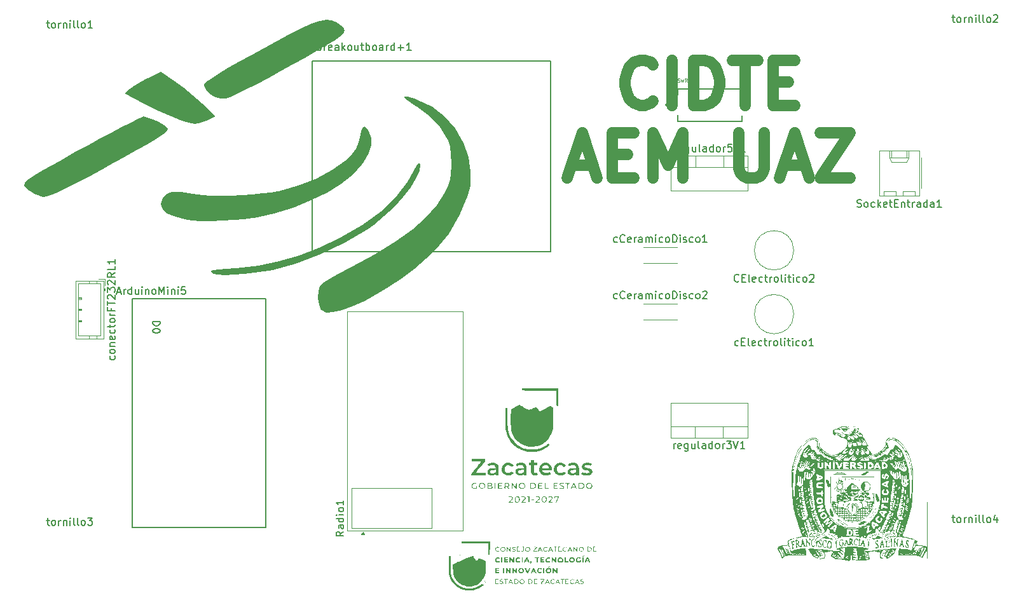
<source format=gbr>
%TF.GenerationSoftware,KiCad,Pcbnew,8.0.4*%
%TF.CreationDate,2024-08-12T16:36:46-06:00*%
%TF.ProjectId,eTerrena,65546572-7265-46e6-912e-6b696361645f,rev?*%
%TF.SameCoordinates,Original*%
%TF.FileFunction,Legend,Top*%
%TF.FilePolarity,Positive*%
%FSLAX46Y46*%
G04 Gerber Fmt 4.6, Leading zero omitted, Abs format (unit mm)*
G04 Created by KiCad (PCBNEW 8.0.4) date 2024-08-12 16:36:46*
%MOMM*%
%LPD*%
G01*
G04 APERTURE LIST*
%ADD10C,1.500000*%
%ADD11C,0.150000*%
%ADD12C,0.120023*%
%ADD13C,0.120000*%
%ADD14C,0.127000*%
%ADD15C,0.000000*%
%ADD16C,0.200000*%
G04 APERTURE END LIST*
D10*
X163528571Y-80446453D02*
X163242857Y-80732168D01*
X163242857Y-80732168D02*
X162385714Y-81017882D01*
X162385714Y-81017882D02*
X161814286Y-81017882D01*
X161814286Y-81017882D02*
X160957143Y-80732168D01*
X160957143Y-80732168D02*
X160385714Y-80160739D01*
X160385714Y-80160739D02*
X160100000Y-79589310D01*
X160100000Y-79589310D02*
X159814286Y-78446453D01*
X159814286Y-78446453D02*
X159814286Y-77589310D01*
X159814286Y-77589310D02*
X160100000Y-76446453D01*
X160100000Y-76446453D02*
X160385714Y-75875025D01*
X160385714Y-75875025D02*
X160957143Y-75303596D01*
X160957143Y-75303596D02*
X161814286Y-75017882D01*
X161814286Y-75017882D02*
X162385714Y-75017882D01*
X162385714Y-75017882D02*
X163242857Y-75303596D01*
X163242857Y-75303596D02*
X163528571Y-75589310D01*
X166100000Y-81017882D02*
X166100000Y-75017882D01*
X168957143Y-81017882D02*
X168957143Y-75017882D01*
X168957143Y-75017882D02*
X170385714Y-75017882D01*
X170385714Y-75017882D02*
X171242857Y-75303596D01*
X171242857Y-75303596D02*
X171814286Y-75875025D01*
X171814286Y-75875025D02*
X172100000Y-76446453D01*
X172100000Y-76446453D02*
X172385714Y-77589310D01*
X172385714Y-77589310D02*
X172385714Y-78446453D01*
X172385714Y-78446453D02*
X172100000Y-79589310D01*
X172100000Y-79589310D02*
X171814286Y-80160739D01*
X171814286Y-80160739D02*
X171242857Y-80732168D01*
X171242857Y-80732168D02*
X170385714Y-81017882D01*
X170385714Y-81017882D02*
X168957143Y-81017882D01*
X174100000Y-75017882D02*
X177528572Y-75017882D01*
X175814286Y-81017882D02*
X175814286Y-75017882D01*
X179528572Y-77875025D02*
X181528572Y-77875025D01*
X182385715Y-81017882D02*
X179528572Y-81017882D01*
X179528572Y-81017882D02*
X179528572Y-75017882D01*
X179528572Y-75017882D02*
X182385715Y-75017882D01*
X152671429Y-88963260D02*
X155528572Y-88963260D01*
X152100000Y-90677546D02*
X154100000Y-84677546D01*
X154100000Y-84677546D02*
X156100000Y-90677546D01*
X158100000Y-87534689D02*
X160100000Y-87534689D01*
X160957143Y-90677546D02*
X158100000Y-90677546D01*
X158100000Y-90677546D02*
X158100000Y-84677546D01*
X158100000Y-84677546D02*
X160957143Y-84677546D01*
X163528571Y-90677546D02*
X163528571Y-84677546D01*
X163528571Y-84677546D02*
X165528571Y-88963260D01*
X165528571Y-88963260D02*
X167528571Y-84677546D01*
X167528571Y-84677546D02*
X167528571Y-90677546D01*
X174957143Y-84677546D02*
X174957143Y-89534689D01*
X174957143Y-89534689D02*
X175242857Y-90106117D01*
X175242857Y-90106117D02*
X175528572Y-90391832D01*
X175528572Y-90391832D02*
X176100000Y-90677546D01*
X176100000Y-90677546D02*
X177242857Y-90677546D01*
X177242857Y-90677546D02*
X177814286Y-90391832D01*
X177814286Y-90391832D02*
X178100000Y-90106117D01*
X178100000Y-90106117D02*
X178385714Y-89534689D01*
X178385714Y-89534689D02*
X178385714Y-84677546D01*
X180957143Y-88963260D02*
X183814286Y-88963260D01*
X180385714Y-90677546D02*
X182385714Y-84677546D01*
X182385714Y-84677546D02*
X184385714Y-90677546D01*
X185814285Y-84677546D02*
X189814285Y-84677546D01*
X189814285Y-84677546D02*
X185814285Y-90677546D01*
X185814285Y-90677546D02*
X189814285Y-90677546D01*
D11*
X174888094Y-112982200D02*
X174792856Y-113029819D01*
X174792856Y-113029819D02*
X174602380Y-113029819D01*
X174602380Y-113029819D02*
X174507142Y-112982200D01*
X174507142Y-112982200D02*
X174459523Y-112934580D01*
X174459523Y-112934580D02*
X174411904Y-112839342D01*
X174411904Y-112839342D02*
X174411904Y-112553628D01*
X174411904Y-112553628D02*
X174459523Y-112458390D01*
X174459523Y-112458390D02*
X174507142Y-112410771D01*
X174507142Y-112410771D02*
X174602380Y-112363152D01*
X174602380Y-112363152D02*
X174792856Y-112363152D01*
X174792856Y-112363152D02*
X174888094Y-112410771D01*
X175316666Y-112506009D02*
X175649999Y-112506009D01*
X175792856Y-113029819D02*
X175316666Y-113029819D01*
X175316666Y-113029819D02*
X175316666Y-112029819D01*
X175316666Y-112029819D02*
X175792856Y-112029819D01*
X176364285Y-113029819D02*
X176269047Y-112982200D01*
X176269047Y-112982200D02*
X176221428Y-112886961D01*
X176221428Y-112886961D02*
X176221428Y-112029819D01*
X177126190Y-112982200D02*
X177030952Y-113029819D01*
X177030952Y-113029819D02*
X176840476Y-113029819D01*
X176840476Y-113029819D02*
X176745238Y-112982200D01*
X176745238Y-112982200D02*
X176697619Y-112886961D01*
X176697619Y-112886961D02*
X176697619Y-112506009D01*
X176697619Y-112506009D02*
X176745238Y-112410771D01*
X176745238Y-112410771D02*
X176840476Y-112363152D01*
X176840476Y-112363152D02*
X177030952Y-112363152D01*
X177030952Y-112363152D02*
X177126190Y-112410771D01*
X177126190Y-112410771D02*
X177173809Y-112506009D01*
X177173809Y-112506009D02*
X177173809Y-112601247D01*
X177173809Y-112601247D02*
X176697619Y-112696485D01*
X178030952Y-112982200D02*
X177935714Y-113029819D01*
X177935714Y-113029819D02*
X177745238Y-113029819D01*
X177745238Y-113029819D02*
X177650000Y-112982200D01*
X177650000Y-112982200D02*
X177602381Y-112934580D01*
X177602381Y-112934580D02*
X177554762Y-112839342D01*
X177554762Y-112839342D02*
X177554762Y-112553628D01*
X177554762Y-112553628D02*
X177602381Y-112458390D01*
X177602381Y-112458390D02*
X177650000Y-112410771D01*
X177650000Y-112410771D02*
X177745238Y-112363152D01*
X177745238Y-112363152D02*
X177935714Y-112363152D01*
X177935714Y-112363152D02*
X178030952Y-112410771D01*
X178316667Y-112363152D02*
X178697619Y-112363152D01*
X178459524Y-112029819D02*
X178459524Y-112886961D01*
X178459524Y-112886961D02*
X178507143Y-112982200D01*
X178507143Y-112982200D02*
X178602381Y-113029819D01*
X178602381Y-113029819D02*
X178697619Y-113029819D01*
X179030953Y-113029819D02*
X179030953Y-112363152D01*
X179030953Y-112553628D02*
X179078572Y-112458390D01*
X179078572Y-112458390D02*
X179126191Y-112410771D01*
X179126191Y-112410771D02*
X179221429Y-112363152D01*
X179221429Y-112363152D02*
X179316667Y-112363152D01*
X179792858Y-113029819D02*
X179697620Y-112982200D01*
X179697620Y-112982200D02*
X179650001Y-112934580D01*
X179650001Y-112934580D02*
X179602382Y-112839342D01*
X179602382Y-112839342D02*
X179602382Y-112553628D01*
X179602382Y-112553628D02*
X179650001Y-112458390D01*
X179650001Y-112458390D02*
X179697620Y-112410771D01*
X179697620Y-112410771D02*
X179792858Y-112363152D01*
X179792858Y-112363152D02*
X179935715Y-112363152D01*
X179935715Y-112363152D02*
X180030953Y-112410771D01*
X180030953Y-112410771D02*
X180078572Y-112458390D01*
X180078572Y-112458390D02*
X180126191Y-112553628D01*
X180126191Y-112553628D02*
X180126191Y-112839342D01*
X180126191Y-112839342D02*
X180078572Y-112934580D01*
X180078572Y-112934580D02*
X180030953Y-112982200D01*
X180030953Y-112982200D02*
X179935715Y-113029819D01*
X179935715Y-113029819D02*
X179792858Y-113029819D01*
X180697620Y-113029819D02*
X180602382Y-112982200D01*
X180602382Y-112982200D02*
X180554763Y-112886961D01*
X180554763Y-112886961D02*
X180554763Y-112029819D01*
X181078573Y-113029819D02*
X181078573Y-112363152D01*
X181078573Y-112029819D02*
X181030954Y-112077438D01*
X181030954Y-112077438D02*
X181078573Y-112125057D01*
X181078573Y-112125057D02*
X181126192Y-112077438D01*
X181126192Y-112077438D02*
X181078573Y-112029819D01*
X181078573Y-112029819D02*
X181078573Y-112125057D01*
X181411906Y-112363152D02*
X181792858Y-112363152D01*
X181554763Y-112029819D02*
X181554763Y-112886961D01*
X181554763Y-112886961D02*
X181602382Y-112982200D01*
X181602382Y-112982200D02*
X181697620Y-113029819D01*
X181697620Y-113029819D02*
X181792858Y-113029819D01*
X182126192Y-113029819D02*
X182126192Y-112363152D01*
X182126192Y-112029819D02*
X182078573Y-112077438D01*
X182078573Y-112077438D02*
X182126192Y-112125057D01*
X182126192Y-112125057D02*
X182173811Y-112077438D01*
X182173811Y-112077438D02*
X182126192Y-112029819D01*
X182126192Y-112029819D02*
X182126192Y-112125057D01*
X183030953Y-112982200D02*
X182935715Y-113029819D01*
X182935715Y-113029819D02*
X182745239Y-113029819D01*
X182745239Y-113029819D02*
X182650001Y-112982200D01*
X182650001Y-112982200D02*
X182602382Y-112934580D01*
X182602382Y-112934580D02*
X182554763Y-112839342D01*
X182554763Y-112839342D02*
X182554763Y-112553628D01*
X182554763Y-112553628D02*
X182602382Y-112458390D01*
X182602382Y-112458390D02*
X182650001Y-112410771D01*
X182650001Y-112410771D02*
X182745239Y-112363152D01*
X182745239Y-112363152D02*
X182935715Y-112363152D01*
X182935715Y-112363152D02*
X183030953Y-112410771D01*
X183602382Y-113029819D02*
X183507144Y-112982200D01*
X183507144Y-112982200D02*
X183459525Y-112934580D01*
X183459525Y-112934580D02*
X183411906Y-112839342D01*
X183411906Y-112839342D02*
X183411906Y-112553628D01*
X183411906Y-112553628D02*
X183459525Y-112458390D01*
X183459525Y-112458390D02*
X183507144Y-112410771D01*
X183507144Y-112410771D02*
X183602382Y-112363152D01*
X183602382Y-112363152D02*
X183745239Y-112363152D01*
X183745239Y-112363152D02*
X183840477Y-112410771D01*
X183840477Y-112410771D02*
X183888096Y-112458390D01*
X183888096Y-112458390D02*
X183935715Y-112553628D01*
X183935715Y-112553628D02*
X183935715Y-112839342D01*
X183935715Y-112839342D02*
X183888096Y-112934580D01*
X183888096Y-112934580D02*
X183840477Y-112982200D01*
X183840477Y-112982200D02*
X183745239Y-113029819D01*
X183745239Y-113029819D02*
X183602382Y-113029819D01*
X184888096Y-113029819D02*
X184316668Y-113029819D01*
X184602382Y-113029819D02*
X184602382Y-112029819D01*
X184602382Y-112029819D02*
X184507144Y-112172676D01*
X184507144Y-112172676D02*
X184411906Y-112267914D01*
X184411906Y-112267914D02*
X184316668Y-112315533D01*
X158761904Y-106707200D02*
X158666666Y-106754819D01*
X158666666Y-106754819D02*
X158476190Y-106754819D01*
X158476190Y-106754819D02*
X158380952Y-106707200D01*
X158380952Y-106707200D02*
X158333333Y-106659580D01*
X158333333Y-106659580D02*
X158285714Y-106564342D01*
X158285714Y-106564342D02*
X158285714Y-106278628D01*
X158285714Y-106278628D02*
X158333333Y-106183390D01*
X158333333Y-106183390D02*
X158380952Y-106135771D01*
X158380952Y-106135771D02*
X158476190Y-106088152D01*
X158476190Y-106088152D02*
X158666666Y-106088152D01*
X158666666Y-106088152D02*
X158761904Y-106135771D01*
X159761904Y-106659580D02*
X159714285Y-106707200D01*
X159714285Y-106707200D02*
X159571428Y-106754819D01*
X159571428Y-106754819D02*
X159476190Y-106754819D01*
X159476190Y-106754819D02*
X159333333Y-106707200D01*
X159333333Y-106707200D02*
X159238095Y-106611961D01*
X159238095Y-106611961D02*
X159190476Y-106516723D01*
X159190476Y-106516723D02*
X159142857Y-106326247D01*
X159142857Y-106326247D02*
X159142857Y-106183390D01*
X159142857Y-106183390D02*
X159190476Y-105992914D01*
X159190476Y-105992914D02*
X159238095Y-105897676D01*
X159238095Y-105897676D02*
X159333333Y-105802438D01*
X159333333Y-105802438D02*
X159476190Y-105754819D01*
X159476190Y-105754819D02*
X159571428Y-105754819D01*
X159571428Y-105754819D02*
X159714285Y-105802438D01*
X159714285Y-105802438D02*
X159761904Y-105850057D01*
X160571428Y-106707200D02*
X160476190Y-106754819D01*
X160476190Y-106754819D02*
X160285714Y-106754819D01*
X160285714Y-106754819D02*
X160190476Y-106707200D01*
X160190476Y-106707200D02*
X160142857Y-106611961D01*
X160142857Y-106611961D02*
X160142857Y-106231009D01*
X160142857Y-106231009D02*
X160190476Y-106135771D01*
X160190476Y-106135771D02*
X160285714Y-106088152D01*
X160285714Y-106088152D02*
X160476190Y-106088152D01*
X160476190Y-106088152D02*
X160571428Y-106135771D01*
X160571428Y-106135771D02*
X160619047Y-106231009D01*
X160619047Y-106231009D02*
X160619047Y-106326247D01*
X160619047Y-106326247D02*
X160142857Y-106421485D01*
X161047619Y-106754819D02*
X161047619Y-106088152D01*
X161047619Y-106278628D02*
X161095238Y-106183390D01*
X161095238Y-106183390D02*
X161142857Y-106135771D01*
X161142857Y-106135771D02*
X161238095Y-106088152D01*
X161238095Y-106088152D02*
X161333333Y-106088152D01*
X162095238Y-106754819D02*
X162095238Y-106231009D01*
X162095238Y-106231009D02*
X162047619Y-106135771D01*
X162047619Y-106135771D02*
X161952381Y-106088152D01*
X161952381Y-106088152D02*
X161761905Y-106088152D01*
X161761905Y-106088152D02*
X161666667Y-106135771D01*
X162095238Y-106707200D02*
X162000000Y-106754819D01*
X162000000Y-106754819D02*
X161761905Y-106754819D01*
X161761905Y-106754819D02*
X161666667Y-106707200D01*
X161666667Y-106707200D02*
X161619048Y-106611961D01*
X161619048Y-106611961D02*
X161619048Y-106516723D01*
X161619048Y-106516723D02*
X161666667Y-106421485D01*
X161666667Y-106421485D02*
X161761905Y-106373866D01*
X161761905Y-106373866D02*
X162000000Y-106373866D01*
X162000000Y-106373866D02*
X162095238Y-106326247D01*
X162571429Y-106754819D02*
X162571429Y-106088152D01*
X162571429Y-106183390D02*
X162619048Y-106135771D01*
X162619048Y-106135771D02*
X162714286Y-106088152D01*
X162714286Y-106088152D02*
X162857143Y-106088152D01*
X162857143Y-106088152D02*
X162952381Y-106135771D01*
X162952381Y-106135771D02*
X163000000Y-106231009D01*
X163000000Y-106231009D02*
X163000000Y-106754819D01*
X163000000Y-106231009D02*
X163047619Y-106135771D01*
X163047619Y-106135771D02*
X163142857Y-106088152D01*
X163142857Y-106088152D02*
X163285714Y-106088152D01*
X163285714Y-106088152D02*
X163380953Y-106135771D01*
X163380953Y-106135771D02*
X163428572Y-106231009D01*
X163428572Y-106231009D02*
X163428572Y-106754819D01*
X163904762Y-106754819D02*
X163904762Y-106088152D01*
X163904762Y-105754819D02*
X163857143Y-105802438D01*
X163857143Y-105802438D02*
X163904762Y-105850057D01*
X163904762Y-105850057D02*
X163952381Y-105802438D01*
X163952381Y-105802438D02*
X163904762Y-105754819D01*
X163904762Y-105754819D02*
X163904762Y-105850057D01*
X164809523Y-106707200D02*
X164714285Y-106754819D01*
X164714285Y-106754819D02*
X164523809Y-106754819D01*
X164523809Y-106754819D02*
X164428571Y-106707200D01*
X164428571Y-106707200D02*
X164380952Y-106659580D01*
X164380952Y-106659580D02*
X164333333Y-106564342D01*
X164333333Y-106564342D02*
X164333333Y-106278628D01*
X164333333Y-106278628D02*
X164380952Y-106183390D01*
X164380952Y-106183390D02*
X164428571Y-106135771D01*
X164428571Y-106135771D02*
X164523809Y-106088152D01*
X164523809Y-106088152D02*
X164714285Y-106088152D01*
X164714285Y-106088152D02*
X164809523Y-106135771D01*
X165380952Y-106754819D02*
X165285714Y-106707200D01*
X165285714Y-106707200D02*
X165238095Y-106659580D01*
X165238095Y-106659580D02*
X165190476Y-106564342D01*
X165190476Y-106564342D02*
X165190476Y-106278628D01*
X165190476Y-106278628D02*
X165238095Y-106183390D01*
X165238095Y-106183390D02*
X165285714Y-106135771D01*
X165285714Y-106135771D02*
X165380952Y-106088152D01*
X165380952Y-106088152D02*
X165523809Y-106088152D01*
X165523809Y-106088152D02*
X165619047Y-106135771D01*
X165619047Y-106135771D02*
X165666666Y-106183390D01*
X165666666Y-106183390D02*
X165714285Y-106278628D01*
X165714285Y-106278628D02*
X165714285Y-106564342D01*
X165714285Y-106564342D02*
X165666666Y-106659580D01*
X165666666Y-106659580D02*
X165619047Y-106707200D01*
X165619047Y-106707200D02*
X165523809Y-106754819D01*
X165523809Y-106754819D02*
X165380952Y-106754819D01*
X166142857Y-106754819D02*
X166142857Y-105754819D01*
X166142857Y-105754819D02*
X166380952Y-105754819D01*
X166380952Y-105754819D02*
X166523809Y-105802438D01*
X166523809Y-105802438D02*
X166619047Y-105897676D01*
X166619047Y-105897676D02*
X166666666Y-105992914D01*
X166666666Y-105992914D02*
X166714285Y-106183390D01*
X166714285Y-106183390D02*
X166714285Y-106326247D01*
X166714285Y-106326247D02*
X166666666Y-106516723D01*
X166666666Y-106516723D02*
X166619047Y-106611961D01*
X166619047Y-106611961D02*
X166523809Y-106707200D01*
X166523809Y-106707200D02*
X166380952Y-106754819D01*
X166380952Y-106754819D02*
X166142857Y-106754819D01*
X167142857Y-106754819D02*
X167142857Y-106088152D01*
X167142857Y-105754819D02*
X167095238Y-105802438D01*
X167095238Y-105802438D02*
X167142857Y-105850057D01*
X167142857Y-105850057D02*
X167190476Y-105802438D01*
X167190476Y-105802438D02*
X167142857Y-105754819D01*
X167142857Y-105754819D02*
X167142857Y-105850057D01*
X167571428Y-106707200D02*
X167666666Y-106754819D01*
X167666666Y-106754819D02*
X167857142Y-106754819D01*
X167857142Y-106754819D02*
X167952380Y-106707200D01*
X167952380Y-106707200D02*
X167999999Y-106611961D01*
X167999999Y-106611961D02*
X167999999Y-106564342D01*
X167999999Y-106564342D02*
X167952380Y-106469104D01*
X167952380Y-106469104D02*
X167857142Y-106421485D01*
X167857142Y-106421485D02*
X167714285Y-106421485D01*
X167714285Y-106421485D02*
X167619047Y-106373866D01*
X167619047Y-106373866D02*
X167571428Y-106278628D01*
X167571428Y-106278628D02*
X167571428Y-106231009D01*
X167571428Y-106231009D02*
X167619047Y-106135771D01*
X167619047Y-106135771D02*
X167714285Y-106088152D01*
X167714285Y-106088152D02*
X167857142Y-106088152D01*
X167857142Y-106088152D02*
X167952380Y-106135771D01*
X168857142Y-106707200D02*
X168761904Y-106754819D01*
X168761904Y-106754819D02*
X168571428Y-106754819D01*
X168571428Y-106754819D02*
X168476190Y-106707200D01*
X168476190Y-106707200D02*
X168428571Y-106659580D01*
X168428571Y-106659580D02*
X168380952Y-106564342D01*
X168380952Y-106564342D02*
X168380952Y-106278628D01*
X168380952Y-106278628D02*
X168428571Y-106183390D01*
X168428571Y-106183390D02*
X168476190Y-106135771D01*
X168476190Y-106135771D02*
X168571428Y-106088152D01*
X168571428Y-106088152D02*
X168761904Y-106088152D01*
X168761904Y-106088152D02*
X168857142Y-106135771D01*
X169428571Y-106754819D02*
X169333333Y-106707200D01*
X169333333Y-106707200D02*
X169285714Y-106659580D01*
X169285714Y-106659580D02*
X169238095Y-106564342D01*
X169238095Y-106564342D02*
X169238095Y-106278628D01*
X169238095Y-106278628D02*
X169285714Y-106183390D01*
X169285714Y-106183390D02*
X169333333Y-106135771D01*
X169333333Y-106135771D02*
X169428571Y-106088152D01*
X169428571Y-106088152D02*
X169571428Y-106088152D01*
X169571428Y-106088152D02*
X169666666Y-106135771D01*
X169666666Y-106135771D02*
X169714285Y-106183390D01*
X169714285Y-106183390D02*
X169761904Y-106278628D01*
X169761904Y-106278628D02*
X169761904Y-106564342D01*
X169761904Y-106564342D02*
X169714285Y-106659580D01*
X169714285Y-106659580D02*
X169666666Y-106707200D01*
X169666666Y-106707200D02*
X169571428Y-106754819D01*
X169571428Y-106754819D02*
X169428571Y-106754819D01*
X170142857Y-105850057D02*
X170190476Y-105802438D01*
X170190476Y-105802438D02*
X170285714Y-105754819D01*
X170285714Y-105754819D02*
X170523809Y-105754819D01*
X170523809Y-105754819D02*
X170619047Y-105802438D01*
X170619047Y-105802438D02*
X170666666Y-105850057D01*
X170666666Y-105850057D02*
X170714285Y-105945295D01*
X170714285Y-105945295D02*
X170714285Y-106040533D01*
X170714285Y-106040533D02*
X170666666Y-106183390D01*
X170666666Y-106183390D02*
X170095238Y-106754819D01*
X170095238Y-106754819D02*
X170714285Y-106754819D01*
X112616666Y-73689819D02*
X112616666Y-73023152D01*
X112616666Y-73118390D02*
X112664285Y-73070771D01*
X112664285Y-73070771D02*
X112759523Y-73023152D01*
X112759523Y-73023152D02*
X112902380Y-73023152D01*
X112902380Y-73023152D02*
X112997618Y-73070771D01*
X112997618Y-73070771D02*
X113045237Y-73166009D01*
X113045237Y-73166009D02*
X113045237Y-73689819D01*
X113045237Y-73166009D02*
X113092856Y-73070771D01*
X113092856Y-73070771D02*
X113188094Y-73023152D01*
X113188094Y-73023152D02*
X113330951Y-73023152D01*
X113330951Y-73023152D02*
X113426190Y-73070771D01*
X113426190Y-73070771D02*
X113473809Y-73166009D01*
X113473809Y-73166009D02*
X113473809Y-73689819D01*
X113949999Y-73689819D02*
X113949999Y-73023152D01*
X113949999Y-72689819D02*
X113902380Y-72737438D01*
X113902380Y-72737438D02*
X113949999Y-72785057D01*
X113949999Y-72785057D02*
X113997618Y-72737438D01*
X113997618Y-72737438D02*
X113949999Y-72689819D01*
X113949999Y-72689819D02*
X113949999Y-72785057D01*
X114854760Y-73642200D02*
X114759522Y-73689819D01*
X114759522Y-73689819D02*
X114569046Y-73689819D01*
X114569046Y-73689819D02*
X114473808Y-73642200D01*
X114473808Y-73642200D02*
X114426189Y-73594580D01*
X114426189Y-73594580D02*
X114378570Y-73499342D01*
X114378570Y-73499342D02*
X114378570Y-73213628D01*
X114378570Y-73213628D02*
X114426189Y-73118390D01*
X114426189Y-73118390D02*
X114473808Y-73070771D01*
X114473808Y-73070771D02*
X114569046Y-73023152D01*
X114569046Y-73023152D02*
X114759522Y-73023152D01*
X114759522Y-73023152D02*
X114854760Y-73070771D01*
X115283332Y-73689819D02*
X115283332Y-73023152D01*
X115283332Y-73213628D02*
X115330951Y-73118390D01*
X115330951Y-73118390D02*
X115378570Y-73070771D01*
X115378570Y-73070771D02*
X115473808Y-73023152D01*
X115473808Y-73023152D02*
X115569046Y-73023152D01*
X116045237Y-73689819D02*
X115949999Y-73642200D01*
X115949999Y-73642200D02*
X115902380Y-73594580D01*
X115902380Y-73594580D02*
X115854761Y-73499342D01*
X115854761Y-73499342D02*
X115854761Y-73213628D01*
X115854761Y-73213628D02*
X115902380Y-73118390D01*
X115902380Y-73118390D02*
X115949999Y-73070771D01*
X115949999Y-73070771D02*
X116045237Y-73023152D01*
X116045237Y-73023152D02*
X116188094Y-73023152D01*
X116188094Y-73023152D02*
X116283332Y-73070771D01*
X116283332Y-73070771D02*
X116330951Y-73118390D01*
X116330951Y-73118390D02*
X116378570Y-73213628D01*
X116378570Y-73213628D02*
X116378570Y-73499342D01*
X116378570Y-73499342D02*
X116330951Y-73594580D01*
X116330951Y-73594580D02*
X116283332Y-73642200D01*
X116283332Y-73642200D02*
X116188094Y-73689819D01*
X116188094Y-73689819D02*
X116045237Y-73689819D01*
X116759523Y-73642200D02*
X116902380Y-73689819D01*
X116902380Y-73689819D02*
X117140475Y-73689819D01*
X117140475Y-73689819D02*
X117235713Y-73642200D01*
X117235713Y-73642200D02*
X117283332Y-73594580D01*
X117283332Y-73594580D02*
X117330951Y-73499342D01*
X117330951Y-73499342D02*
X117330951Y-73404104D01*
X117330951Y-73404104D02*
X117283332Y-73308866D01*
X117283332Y-73308866D02*
X117235713Y-73261247D01*
X117235713Y-73261247D02*
X117140475Y-73213628D01*
X117140475Y-73213628D02*
X116949999Y-73166009D01*
X116949999Y-73166009D02*
X116854761Y-73118390D01*
X116854761Y-73118390D02*
X116807142Y-73070771D01*
X116807142Y-73070771D02*
X116759523Y-72975533D01*
X116759523Y-72975533D02*
X116759523Y-72880295D01*
X116759523Y-72880295D02*
X116807142Y-72785057D01*
X116807142Y-72785057D02*
X116854761Y-72737438D01*
X116854761Y-72737438D02*
X116949999Y-72689819D01*
X116949999Y-72689819D02*
X117188094Y-72689819D01*
X117188094Y-72689819D02*
X117330951Y-72737438D01*
X117759523Y-73689819D02*
X117759523Y-72689819D01*
X117759523Y-72689819D02*
X117997618Y-72689819D01*
X117997618Y-72689819D02*
X118140475Y-72737438D01*
X118140475Y-72737438D02*
X118235713Y-72832676D01*
X118235713Y-72832676D02*
X118283332Y-72927914D01*
X118283332Y-72927914D02*
X118330951Y-73118390D01*
X118330951Y-73118390D02*
X118330951Y-73261247D01*
X118330951Y-73261247D02*
X118283332Y-73451723D01*
X118283332Y-73451723D02*
X118235713Y-73546961D01*
X118235713Y-73546961D02*
X118140475Y-73642200D01*
X118140475Y-73642200D02*
X117997618Y-73689819D01*
X117997618Y-73689819D02*
X117759523Y-73689819D01*
X119092856Y-73166009D02*
X119235713Y-73213628D01*
X119235713Y-73213628D02*
X119283332Y-73261247D01*
X119283332Y-73261247D02*
X119330951Y-73356485D01*
X119330951Y-73356485D02*
X119330951Y-73499342D01*
X119330951Y-73499342D02*
X119283332Y-73594580D01*
X119283332Y-73594580D02*
X119235713Y-73642200D01*
X119235713Y-73642200D02*
X119140475Y-73689819D01*
X119140475Y-73689819D02*
X118759523Y-73689819D01*
X118759523Y-73689819D02*
X118759523Y-72689819D01*
X118759523Y-72689819D02*
X119092856Y-72689819D01*
X119092856Y-72689819D02*
X119188094Y-72737438D01*
X119188094Y-72737438D02*
X119235713Y-72785057D01*
X119235713Y-72785057D02*
X119283332Y-72880295D01*
X119283332Y-72880295D02*
X119283332Y-72975533D01*
X119283332Y-72975533D02*
X119235713Y-73070771D01*
X119235713Y-73070771D02*
X119188094Y-73118390D01*
X119188094Y-73118390D02*
X119092856Y-73166009D01*
X119092856Y-73166009D02*
X118759523Y-73166009D01*
X119759523Y-73689819D02*
X119759523Y-73023152D01*
X119759523Y-73213628D02*
X119807142Y-73118390D01*
X119807142Y-73118390D02*
X119854761Y-73070771D01*
X119854761Y-73070771D02*
X119949999Y-73023152D01*
X119949999Y-73023152D02*
X120045237Y-73023152D01*
X120759523Y-73642200D02*
X120664285Y-73689819D01*
X120664285Y-73689819D02*
X120473809Y-73689819D01*
X120473809Y-73689819D02*
X120378571Y-73642200D01*
X120378571Y-73642200D02*
X120330952Y-73546961D01*
X120330952Y-73546961D02*
X120330952Y-73166009D01*
X120330952Y-73166009D02*
X120378571Y-73070771D01*
X120378571Y-73070771D02*
X120473809Y-73023152D01*
X120473809Y-73023152D02*
X120664285Y-73023152D01*
X120664285Y-73023152D02*
X120759523Y-73070771D01*
X120759523Y-73070771D02*
X120807142Y-73166009D01*
X120807142Y-73166009D02*
X120807142Y-73261247D01*
X120807142Y-73261247D02*
X120330952Y-73356485D01*
X121664285Y-73689819D02*
X121664285Y-73166009D01*
X121664285Y-73166009D02*
X121616666Y-73070771D01*
X121616666Y-73070771D02*
X121521428Y-73023152D01*
X121521428Y-73023152D02*
X121330952Y-73023152D01*
X121330952Y-73023152D02*
X121235714Y-73070771D01*
X121664285Y-73642200D02*
X121569047Y-73689819D01*
X121569047Y-73689819D02*
X121330952Y-73689819D01*
X121330952Y-73689819D02*
X121235714Y-73642200D01*
X121235714Y-73642200D02*
X121188095Y-73546961D01*
X121188095Y-73546961D02*
X121188095Y-73451723D01*
X121188095Y-73451723D02*
X121235714Y-73356485D01*
X121235714Y-73356485D02*
X121330952Y-73308866D01*
X121330952Y-73308866D02*
X121569047Y-73308866D01*
X121569047Y-73308866D02*
X121664285Y-73261247D01*
X122140476Y-73689819D02*
X122140476Y-72689819D01*
X122235714Y-73308866D02*
X122521428Y-73689819D01*
X122521428Y-73023152D02*
X122140476Y-73404104D01*
X123092857Y-73689819D02*
X122997619Y-73642200D01*
X122997619Y-73642200D02*
X122950000Y-73594580D01*
X122950000Y-73594580D02*
X122902381Y-73499342D01*
X122902381Y-73499342D02*
X122902381Y-73213628D01*
X122902381Y-73213628D02*
X122950000Y-73118390D01*
X122950000Y-73118390D02*
X122997619Y-73070771D01*
X122997619Y-73070771D02*
X123092857Y-73023152D01*
X123092857Y-73023152D02*
X123235714Y-73023152D01*
X123235714Y-73023152D02*
X123330952Y-73070771D01*
X123330952Y-73070771D02*
X123378571Y-73118390D01*
X123378571Y-73118390D02*
X123426190Y-73213628D01*
X123426190Y-73213628D02*
X123426190Y-73499342D01*
X123426190Y-73499342D02*
X123378571Y-73594580D01*
X123378571Y-73594580D02*
X123330952Y-73642200D01*
X123330952Y-73642200D02*
X123235714Y-73689819D01*
X123235714Y-73689819D02*
X123092857Y-73689819D01*
X124283333Y-73023152D02*
X124283333Y-73689819D01*
X123854762Y-73023152D02*
X123854762Y-73546961D01*
X123854762Y-73546961D02*
X123902381Y-73642200D01*
X123902381Y-73642200D02*
X123997619Y-73689819D01*
X123997619Y-73689819D02*
X124140476Y-73689819D01*
X124140476Y-73689819D02*
X124235714Y-73642200D01*
X124235714Y-73642200D02*
X124283333Y-73594580D01*
X124616667Y-73023152D02*
X124997619Y-73023152D01*
X124759524Y-72689819D02*
X124759524Y-73546961D01*
X124759524Y-73546961D02*
X124807143Y-73642200D01*
X124807143Y-73642200D02*
X124902381Y-73689819D01*
X124902381Y-73689819D02*
X124997619Y-73689819D01*
X125330953Y-73689819D02*
X125330953Y-72689819D01*
X125330953Y-73070771D02*
X125426191Y-73023152D01*
X125426191Y-73023152D02*
X125616667Y-73023152D01*
X125616667Y-73023152D02*
X125711905Y-73070771D01*
X125711905Y-73070771D02*
X125759524Y-73118390D01*
X125759524Y-73118390D02*
X125807143Y-73213628D01*
X125807143Y-73213628D02*
X125807143Y-73499342D01*
X125807143Y-73499342D02*
X125759524Y-73594580D01*
X125759524Y-73594580D02*
X125711905Y-73642200D01*
X125711905Y-73642200D02*
X125616667Y-73689819D01*
X125616667Y-73689819D02*
X125426191Y-73689819D01*
X125426191Y-73689819D02*
X125330953Y-73642200D01*
X126378572Y-73689819D02*
X126283334Y-73642200D01*
X126283334Y-73642200D02*
X126235715Y-73594580D01*
X126235715Y-73594580D02*
X126188096Y-73499342D01*
X126188096Y-73499342D02*
X126188096Y-73213628D01*
X126188096Y-73213628D02*
X126235715Y-73118390D01*
X126235715Y-73118390D02*
X126283334Y-73070771D01*
X126283334Y-73070771D02*
X126378572Y-73023152D01*
X126378572Y-73023152D02*
X126521429Y-73023152D01*
X126521429Y-73023152D02*
X126616667Y-73070771D01*
X126616667Y-73070771D02*
X126664286Y-73118390D01*
X126664286Y-73118390D02*
X126711905Y-73213628D01*
X126711905Y-73213628D02*
X126711905Y-73499342D01*
X126711905Y-73499342D02*
X126664286Y-73594580D01*
X126664286Y-73594580D02*
X126616667Y-73642200D01*
X126616667Y-73642200D02*
X126521429Y-73689819D01*
X126521429Y-73689819D02*
X126378572Y-73689819D01*
X127569048Y-73689819D02*
X127569048Y-73166009D01*
X127569048Y-73166009D02*
X127521429Y-73070771D01*
X127521429Y-73070771D02*
X127426191Y-73023152D01*
X127426191Y-73023152D02*
X127235715Y-73023152D01*
X127235715Y-73023152D02*
X127140477Y-73070771D01*
X127569048Y-73642200D02*
X127473810Y-73689819D01*
X127473810Y-73689819D02*
X127235715Y-73689819D01*
X127235715Y-73689819D02*
X127140477Y-73642200D01*
X127140477Y-73642200D02*
X127092858Y-73546961D01*
X127092858Y-73546961D02*
X127092858Y-73451723D01*
X127092858Y-73451723D02*
X127140477Y-73356485D01*
X127140477Y-73356485D02*
X127235715Y-73308866D01*
X127235715Y-73308866D02*
X127473810Y-73308866D01*
X127473810Y-73308866D02*
X127569048Y-73261247D01*
X128045239Y-73689819D02*
X128045239Y-73023152D01*
X128045239Y-73213628D02*
X128092858Y-73118390D01*
X128092858Y-73118390D02*
X128140477Y-73070771D01*
X128140477Y-73070771D02*
X128235715Y-73023152D01*
X128235715Y-73023152D02*
X128330953Y-73023152D01*
X129092858Y-73689819D02*
X129092858Y-72689819D01*
X129092858Y-73642200D02*
X128997620Y-73689819D01*
X128997620Y-73689819D02*
X128807144Y-73689819D01*
X128807144Y-73689819D02*
X128711906Y-73642200D01*
X128711906Y-73642200D02*
X128664287Y-73594580D01*
X128664287Y-73594580D02*
X128616668Y-73499342D01*
X128616668Y-73499342D02*
X128616668Y-73213628D01*
X128616668Y-73213628D02*
X128664287Y-73118390D01*
X128664287Y-73118390D02*
X128711906Y-73070771D01*
X128711906Y-73070771D02*
X128807144Y-73023152D01*
X128807144Y-73023152D02*
X128997620Y-73023152D01*
X128997620Y-73023152D02*
X129092858Y-73070771D01*
X129569049Y-73308866D02*
X130330954Y-73308866D01*
X129950001Y-73689819D02*
X129950001Y-72927914D01*
X131330953Y-73689819D02*
X130759525Y-73689819D01*
X131045239Y-73689819D02*
X131045239Y-72689819D01*
X131045239Y-72689819D02*
X130950001Y-72832676D01*
X130950001Y-72832676D02*
X130854763Y-72927914D01*
X130854763Y-72927914D02*
X130759525Y-72975533D01*
X203354761Y-69288152D02*
X203735713Y-69288152D01*
X203497618Y-68954819D02*
X203497618Y-69811961D01*
X203497618Y-69811961D02*
X203545237Y-69907200D01*
X203545237Y-69907200D02*
X203640475Y-69954819D01*
X203640475Y-69954819D02*
X203735713Y-69954819D01*
X204211904Y-69954819D02*
X204116666Y-69907200D01*
X204116666Y-69907200D02*
X204069047Y-69859580D01*
X204069047Y-69859580D02*
X204021428Y-69764342D01*
X204021428Y-69764342D02*
X204021428Y-69478628D01*
X204021428Y-69478628D02*
X204069047Y-69383390D01*
X204069047Y-69383390D02*
X204116666Y-69335771D01*
X204116666Y-69335771D02*
X204211904Y-69288152D01*
X204211904Y-69288152D02*
X204354761Y-69288152D01*
X204354761Y-69288152D02*
X204449999Y-69335771D01*
X204449999Y-69335771D02*
X204497618Y-69383390D01*
X204497618Y-69383390D02*
X204545237Y-69478628D01*
X204545237Y-69478628D02*
X204545237Y-69764342D01*
X204545237Y-69764342D02*
X204497618Y-69859580D01*
X204497618Y-69859580D02*
X204449999Y-69907200D01*
X204449999Y-69907200D02*
X204354761Y-69954819D01*
X204354761Y-69954819D02*
X204211904Y-69954819D01*
X204973809Y-69954819D02*
X204973809Y-69288152D01*
X204973809Y-69478628D02*
X205021428Y-69383390D01*
X205021428Y-69383390D02*
X205069047Y-69335771D01*
X205069047Y-69335771D02*
X205164285Y-69288152D01*
X205164285Y-69288152D02*
X205259523Y-69288152D01*
X205592857Y-69288152D02*
X205592857Y-69954819D01*
X205592857Y-69383390D02*
X205640476Y-69335771D01*
X205640476Y-69335771D02*
X205735714Y-69288152D01*
X205735714Y-69288152D02*
X205878571Y-69288152D01*
X205878571Y-69288152D02*
X205973809Y-69335771D01*
X205973809Y-69335771D02*
X206021428Y-69431009D01*
X206021428Y-69431009D02*
X206021428Y-69954819D01*
X206497619Y-69954819D02*
X206497619Y-69288152D01*
X206497619Y-68954819D02*
X206450000Y-69002438D01*
X206450000Y-69002438D02*
X206497619Y-69050057D01*
X206497619Y-69050057D02*
X206545238Y-69002438D01*
X206545238Y-69002438D02*
X206497619Y-68954819D01*
X206497619Y-68954819D02*
X206497619Y-69050057D01*
X207116666Y-69954819D02*
X207021428Y-69907200D01*
X207021428Y-69907200D02*
X206973809Y-69811961D01*
X206973809Y-69811961D02*
X206973809Y-68954819D01*
X207640476Y-69954819D02*
X207545238Y-69907200D01*
X207545238Y-69907200D02*
X207497619Y-69811961D01*
X207497619Y-69811961D02*
X207497619Y-68954819D01*
X208164286Y-69954819D02*
X208069048Y-69907200D01*
X208069048Y-69907200D02*
X208021429Y-69859580D01*
X208021429Y-69859580D02*
X207973810Y-69764342D01*
X207973810Y-69764342D02*
X207973810Y-69478628D01*
X207973810Y-69478628D02*
X208021429Y-69383390D01*
X208021429Y-69383390D02*
X208069048Y-69335771D01*
X208069048Y-69335771D02*
X208164286Y-69288152D01*
X208164286Y-69288152D02*
X208307143Y-69288152D01*
X208307143Y-69288152D02*
X208402381Y-69335771D01*
X208402381Y-69335771D02*
X208450000Y-69383390D01*
X208450000Y-69383390D02*
X208497619Y-69478628D01*
X208497619Y-69478628D02*
X208497619Y-69764342D01*
X208497619Y-69764342D02*
X208450000Y-69859580D01*
X208450000Y-69859580D02*
X208402381Y-69907200D01*
X208402381Y-69907200D02*
X208307143Y-69954819D01*
X208307143Y-69954819D02*
X208164286Y-69954819D01*
X208878572Y-69050057D02*
X208926191Y-69002438D01*
X208926191Y-69002438D02*
X209021429Y-68954819D01*
X209021429Y-68954819D02*
X209259524Y-68954819D01*
X209259524Y-68954819D02*
X209354762Y-69002438D01*
X209354762Y-69002438D02*
X209402381Y-69050057D01*
X209402381Y-69050057D02*
X209450000Y-69145295D01*
X209450000Y-69145295D02*
X209450000Y-69240533D01*
X209450000Y-69240533D02*
X209402381Y-69383390D01*
X209402381Y-69383390D02*
X208830953Y-69954819D01*
X208830953Y-69954819D02*
X209450000Y-69954819D01*
D12*
X166831774Y-77887579D02*
X166900359Y-77910440D01*
X166900359Y-77910440D02*
X167014666Y-77910440D01*
X167014666Y-77910440D02*
X167060389Y-77887579D01*
X167060389Y-77887579D02*
X167083250Y-77864717D01*
X167083250Y-77864717D02*
X167106111Y-77818994D01*
X167106111Y-77818994D02*
X167106111Y-77773271D01*
X167106111Y-77773271D02*
X167083250Y-77727549D01*
X167083250Y-77727549D02*
X167060389Y-77704687D01*
X167060389Y-77704687D02*
X167014666Y-77681826D01*
X167014666Y-77681826D02*
X166923220Y-77658964D01*
X166923220Y-77658964D02*
X166877497Y-77636103D01*
X166877497Y-77636103D02*
X166854636Y-77613241D01*
X166854636Y-77613241D02*
X166831774Y-77567519D01*
X166831774Y-77567519D02*
X166831774Y-77521796D01*
X166831774Y-77521796D02*
X166854636Y-77476073D01*
X166854636Y-77476073D02*
X166877497Y-77453211D01*
X166877497Y-77453211D02*
X166923220Y-77430350D01*
X166923220Y-77430350D02*
X167037527Y-77430350D01*
X167037527Y-77430350D02*
X167106111Y-77453211D01*
X167266142Y-77590380D02*
X167357588Y-77910440D01*
X167357588Y-77910440D02*
X167449033Y-77681826D01*
X167449033Y-77681826D02*
X167540479Y-77910440D01*
X167540479Y-77910440D02*
X167631925Y-77590380D01*
X167814816Y-77910440D02*
X167814816Y-77590380D01*
X167814816Y-77430350D02*
X167791954Y-77453211D01*
X167791954Y-77453211D02*
X167814816Y-77476073D01*
X167814816Y-77476073D02*
X167837677Y-77453211D01*
X167837677Y-77453211D02*
X167814816Y-77430350D01*
X167814816Y-77430350D02*
X167814816Y-77476073D01*
X167974845Y-77590380D02*
X168157737Y-77590380D01*
X168043430Y-77430350D02*
X168043430Y-77841856D01*
X168043430Y-77841856D02*
X168066291Y-77887579D01*
X168066291Y-77887579D02*
X168112014Y-77910440D01*
X168112014Y-77910440D02*
X168157737Y-77910440D01*
X168523520Y-77887579D02*
X168477797Y-77910440D01*
X168477797Y-77910440D02*
X168386351Y-77910440D01*
X168386351Y-77910440D02*
X168340628Y-77887579D01*
X168340628Y-77887579D02*
X168317767Y-77864717D01*
X168317767Y-77864717D02*
X168294905Y-77818994D01*
X168294905Y-77818994D02*
X168294905Y-77681826D01*
X168294905Y-77681826D02*
X168317767Y-77636103D01*
X168317767Y-77636103D02*
X168340628Y-77613241D01*
X168340628Y-77613241D02*
X168386351Y-77590380D01*
X168386351Y-77590380D02*
X168477797Y-77590380D01*
X168477797Y-77590380D02*
X168523520Y-77613241D01*
X168729273Y-77910440D02*
X168729273Y-77430350D01*
X168935026Y-77910440D02*
X168935026Y-77658964D01*
X168935026Y-77658964D02*
X168912164Y-77613241D01*
X168912164Y-77613241D02*
X168866441Y-77590380D01*
X168866441Y-77590380D02*
X168797857Y-77590380D01*
X168797857Y-77590380D02*
X168752134Y-77613241D01*
X168752134Y-77613241D02*
X168729273Y-77636103D01*
X169415115Y-77910440D02*
X169140778Y-77910440D01*
X169277947Y-77910440D02*
X169277947Y-77430350D01*
X169277947Y-77430350D02*
X169232224Y-77498934D01*
X169232224Y-77498934D02*
X169186501Y-77544657D01*
X169186501Y-77544657D02*
X169140778Y-77567519D01*
D11*
X158761904Y-99207200D02*
X158666666Y-99254819D01*
X158666666Y-99254819D02*
X158476190Y-99254819D01*
X158476190Y-99254819D02*
X158380952Y-99207200D01*
X158380952Y-99207200D02*
X158333333Y-99159580D01*
X158333333Y-99159580D02*
X158285714Y-99064342D01*
X158285714Y-99064342D02*
X158285714Y-98778628D01*
X158285714Y-98778628D02*
X158333333Y-98683390D01*
X158333333Y-98683390D02*
X158380952Y-98635771D01*
X158380952Y-98635771D02*
X158476190Y-98588152D01*
X158476190Y-98588152D02*
X158666666Y-98588152D01*
X158666666Y-98588152D02*
X158761904Y-98635771D01*
X159761904Y-99159580D02*
X159714285Y-99207200D01*
X159714285Y-99207200D02*
X159571428Y-99254819D01*
X159571428Y-99254819D02*
X159476190Y-99254819D01*
X159476190Y-99254819D02*
X159333333Y-99207200D01*
X159333333Y-99207200D02*
X159238095Y-99111961D01*
X159238095Y-99111961D02*
X159190476Y-99016723D01*
X159190476Y-99016723D02*
X159142857Y-98826247D01*
X159142857Y-98826247D02*
X159142857Y-98683390D01*
X159142857Y-98683390D02*
X159190476Y-98492914D01*
X159190476Y-98492914D02*
X159238095Y-98397676D01*
X159238095Y-98397676D02*
X159333333Y-98302438D01*
X159333333Y-98302438D02*
X159476190Y-98254819D01*
X159476190Y-98254819D02*
X159571428Y-98254819D01*
X159571428Y-98254819D02*
X159714285Y-98302438D01*
X159714285Y-98302438D02*
X159761904Y-98350057D01*
X160571428Y-99207200D02*
X160476190Y-99254819D01*
X160476190Y-99254819D02*
X160285714Y-99254819D01*
X160285714Y-99254819D02*
X160190476Y-99207200D01*
X160190476Y-99207200D02*
X160142857Y-99111961D01*
X160142857Y-99111961D02*
X160142857Y-98731009D01*
X160142857Y-98731009D02*
X160190476Y-98635771D01*
X160190476Y-98635771D02*
X160285714Y-98588152D01*
X160285714Y-98588152D02*
X160476190Y-98588152D01*
X160476190Y-98588152D02*
X160571428Y-98635771D01*
X160571428Y-98635771D02*
X160619047Y-98731009D01*
X160619047Y-98731009D02*
X160619047Y-98826247D01*
X160619047Y-98826247D02*
X160142857Y-98921485D01*
X161047619Y-99254819D02*
X161047619Y-98588152D01*
X161047619Y-98778628D02*
X161095238Y-98683390D01*
X161095238Y-98683390D02*
X161142857Y-98635771D01*
X161142857Y-98635771D02*
X161238095Y-98588152D01*
X161238095Y-98588152D02*
X161333333Y-98588152D01*
X162095238Y-99254819D02*
X162095238Y-98731009D01*
X162095238Y-98731009D02*
X162047619Y-98635771D01*
X162047619Y-98635771D02*
X161952381Y-98588152D01*
X161952381Y-98588152D02*
X161761905Y-98588152D01*
X161761905Y-98588152D02*
X161666667Y-98635771D01*
X162095238Y-99207200D02*
X162000000Y-99254819D01*
X162000000Y-99254819D02*
X161761905Y-99254819D01*
X161761905Y-99254819D02*
X161666667Y-99207200D01*
X161666667Y-99207200D02*
X161619048Y-99111961D01*
X161619048Y-99111961D02*
X161619048Y-99016723D01*
X161619048Y-99016723D02*
X161666667Y-98921485D01*
X161666667Y-98921485D02*
X161761905Y-98873866D01*
X161761905Y-98873866D02*
X162000000Y-98873866D01*
X162000000Y-98873866D02*
X162095238Y-98826247D01*
X162571429Y-99254819D02*
X162571429Y-98588152D01*
X162571429Y-98683390D02*
X162619048Y-98635771D01*
X162619048Y-98635771D02*
X162714286Y-98588152D01*
X162714286Y-98588152D02*
X162857143Y-98588152D01*
X162857143Y-98588152D02*
X162952381Y-98635771D01*
X162952381Y-98635771D02*
X163000000Y-98731009D01*
X163000000Y-98731009D02*
X163000000Y-99254819D01*
X163000000Y-98731009D02*
X163047619Y-98635771D01*
X163047619Y-98635771D02*
X163142857Y-98588152D01*
X163142857Y-98588152D02*
X163285714Y-98588152D01*
X163285714Y-98588152D02*
X163380953Y-98635771D01*
X163380953Y-98635771D02*
X163428572Y-98731009D01*
X163428572Y-98731009D02*
X163428572Y-99254819D01*
X163904762Y-99254819D02*
X163904762Y-98588152D01*
X163904762Y-98254819D02*
X163857143Y-98302438D01*
X163857143Y-98302438D02*
X163904762Y-98350057D01*
X163904762Y-98350057D02*
X163952381Y-98302438D01*
X163952381Y-98302438D02*
X163904762Y-98254819D01*
X163904762Y-98254819D02*
X163904762Y-98350057D01*
X164809523Y-99207200D02*
X164714285Y-99254819D01*
X164714285Y-99254819D02*
X164523809Y-99254819D01*
X164523809Y-99254819D02*
X164428571Y-99207200D01*
X164428571Y-99207200D02*
X164380952Y-99159580D01*
X164380952Y-99159580D02*
X164333333Y-99064342D01*
X164333333Y-99064342D02*
X164333333Y-98778628D01*
X164333333Y-98778628D02*
X164380952Y-98683390D01*
X164380952Y-98683390D02*
X164428571Y-98635771D01*
X164428571Y-98635771D02*
X164523809Y-98588152D01*
X164523809Y-98588152D02*
X164714285Y-98588152D01*
X164714285Y-98588152D02*
X164809523Y-98635771D01*
X165380952Y-99254819D02*
X165285714Y-99207200D01*
X165285714Y-99207200D02*
X165238095Y-99159580D01*
X165238095Y-99159580D02*
X165190476Y-99064342D01*
X165190476Y-99064342D02*
X165190476Y-98778628D01*
X165190476Y-98778628D02*
X165238095Y-98683390D01*
X165238095Y-98683390D02*
X165285714Y-98635771D01*
X165285714Y-98635771D02*
X165380952Y-98588152D01*
X165380952Y-98588152D02*
X165523809Y-98588152D01*
X165523809Y-98588152D02*
X165619047Y-98635771D01*
X165619047Y-98635771D02*
X165666666Y-98683390D01*
X165666666Y-98683390D02*
X165714285Y-98778628D01*
X165714285Y-98778628D02*
X165714285Y-99064342D01*
X165714285Y-99064342D02*
X165666666Y-99159580D01*
X165666666Y-99159580D02*
X165619047Y-99207200D01*
X165619047Y-99207200D02*
X165523809Y-99254819D01*
X165523809Y-99254819D02*
X165380952Y-99254819D01*
X166142857Y-99254819D02*
X166142857Y-98254819D01*
X166142857Y-98254819D02*
X166380952Y-98254819D01*
X166380952Y-98254819D02*
X166523809Y-98302438D01*
X166523809Y-98302438D02*
X166619047Y-98397676D01*
X166619047Y-98397676D02*
X166666666Y-98492914D01*
X166666666Y-98492914D02*
X166714285Y-98683390D01*
X166714285Y-98683390D02*
X166714285Y-98826247D01*
X166714285Y-98826247D02*
X166666666Y-99016723D01*
X166666666Y-99016723D02*
X166619047Y-99111961D01*
X166619047Y-99111961D02*
X166523809Y-99207200D01*
X166523809Y-99207200D02*
X166380952Y-99254819D01*
X166380952Y-99254819D02*
X166142857Y-99254819D01*
X167142857Y-99254819D02*
X167142857Y-98588152D01*
X167142857Y-98254819D02*
X167095238Y-98302438D01*
X167095238Y-98302438D02*
X167142857Y-98350057D01*
X167142857Y-98350057D02*
X167190476Y-98302438D01*
X167190476Y-98302438D02*
X167142857Y-98254819D01*
X167142857Y-98254819D02*
X167142857Y-98350057D01*
X167571428Y-99207200D02*
X167666666Y-99254819D01*
X167666666Y-99254819D02*
X167857142Y-99254819D01*
X167857142Y-99254819D02*
X167952380Y-99207200D01*
X167952380Y-99207200D02*
X167999999Y-99111961D01*
X167999999Y-99111961D02*
X167999999Y-99064342D01*
X167999999Y-99064342D02*
X167952380Y-98969104D01*
X167952380Y-98969104D02*
X167857142Y-98921485D01*
X167857142Y-98921485D02*
X167714285Y-98921485D01*
X167714285Y-98921485D02*
X167619047Y-98873866D01*
X167619047Y-98873866D02*
X167571428Y-98778628D01*
X167571428Y-98778628D02*
X167571428Y-98731009D01*
X167571428Y-98731009D02*
X167619047Y-98635771D01*
X167619047Y-98635771D02*
X167714285Y-98588152D01*
X167714285Y-98588152D02*
X167857142Y-98588152D01*
X167857142Y-98588152D02*
X167952380Y-98635771D01*
X168857142Y-99207200D02*
X168761904Y-99254819D01*
X168761904Y-99254819D02*
X168571428Y-99254819D01*
X168571428Y-99254819D02*
X168476190Y-99207200D01*
X168476190Y-99207200D02*
X168428571Y-99159580D01*
X168428571Y-99159580D02*
X168380952Y-99064342D01*
X168380952Y-99064342D02*
X168380952Y-98778628D01*
X168380952Y-98778628D02*
X168428571Y-98683390D01*
X168428571Y-98683390D02*
X168476190Y-98635771D01*
X168476190Y-98635771D02*
X168571428Y-98588152D01*
X168571428Y-98588152D02*
X168761904Y-98588152D01*
X168761904Y-98588152D02*
X168857142Y-98635771D01*
X169428571Y-99254819D02*
X169333333Y-99207200D01*
X169333333Y-99207200D02*
X169285714Y-99159580D01*
X169285714Y-99159580D02*
X169238095Y-99064342D01*
X169238095Y-99064342D02*
X169238095Y-98778628D01*
X169238095Y-98778628D02*
X169285714Y-98683390D01*
X169285714Y-98683390D02*
X169333333Y-98635771D01*
X169333333Y-98635771D02*
X169428571Y-98588152D01*
X169428571Y-98588152D02*
X169571428Y-98588152D01*
X169571428Y-98588152D02*
X169666666Y-98635771D01*
X169666666Y-98635771D02*
X169714285Y-98683390D01*
X169714285Y-98683390D02*
X169761904Y-98778628D01*
X169761904Y-98778628D02*
X169761904Y-99064342D01*
X169761904Y-99064342D02*
X169714285Y-99159580D01*
X169714285Y-99159580D02*
X169666666Y-99207200D01*
X169666666Y-99207200D02*
X169571428Y-99254819D01*
X169571428Y-99254819D02*
X169428571Y-99254819D01*
X170714285Y-99254819D02*
X170142857Y-99254819D01*
X170428571Y-99254819D02*
X170428571Y-98254819D01*
X170428571Y-98254819D02*
X170333333Y-98397676D01*
X170333333Y-98397676D02*
X170238095Y-98492914D01*
X170238095Y-98492914D02*
X170142857Y-98540533D01*
X190710951Y-94527200D02*
X190853808Y-94574819D01*
X190853808Y-94574819D02*
X191091903Y-94574819D01*
X191091903Y-94574819D02*
X191187141Y-94527200D01*
X191187141Y-94527200D02*
X191234760Y-94479580D01*
X191234760Y-94479580D02*
X191282379Y-94384342D01*
X191282379Y-94384342D02*
X191282379Y-94289104D01*
X191282379Y-94289104D02*
X191234760Y-94193866D01*
X191234760Y-94193866D02*
X191187141Y-94146247D01*
X191187141Y-94146247D02*
X191091903Y-94098628D01*
X191091903Y-94098628D02*
X190901427Y-94051009D01*
X190901427Y-94051009D02*
X190806189Y-94003390D01*
X190806189Y-94003390D02*
X190758570Y-93955771D01*
X190758570Y-93955771D02*
X190710951Y-93860533D01*
X190710951Y-93860533D02*
X190710951Y-93765295D01*
X190710951Y-93765295D02*
X190758570Y-93670057D01*
X190758570Y-93670057D02*
X190806189Y-93622438D01*
X190806189Y-93622438D02*
X190901427Y-93574819D01*
X190901427Y-93574819D02*
X191139522Y-93574819D01*
X191139522Y-93574819D02*
X191282379Y-93622438D01*
X191853808Y-94574819D02*
X191758570Y-94527200D01*
X191758570Y-94527200D02*
X191710951Y-94479580D01*
X191710951Y-94479580D02*
X191663332Y-94384342D01*
X191663332Y-94384342D02*
X191663332Y-94098628D01*
X191663332Y-94098628D02*
X191710951Y-94003390D01*
X191710951Y-94003390D02*
X191758570Y-93955771D01*
X191758570Y-93955771D02*
X191853808Y-93908152D01*
X191853808Y-93908152D02*
X191996665Y-93908152D01*
X191996665Y-93908152D02*
X192091903Y-93955771D01*
X192091903Y-93955771D02*
X192139522Y-94003390D01*
X192139522Y-94003390D02*
X192187141Y-94098628D01*
X192187141Y-94098628D02*
X192187141Y-94384342D01*
X192187141Y-94384342D02*
X192139522Y-94479580D01*
X192139522Y-94479580D02*
X192091903Y-94527200D01*
X192091903Y-94527200D02*
X191996665Y-94574819D01*
X191996665Y-94574819D02*
X191853808Y-94574819D01*
X193044284Y-94527200D02*
X192949046Y-94574819D01*
X192949046Y-94574819D02*
X192758570Y-94574819D01*
X192758570Y-94574819D02*
X192663332Y-94527200D01*
X192663332Y-94527200D02*
X192615713Y-94479580D01*
X192615713Y-94479580D02*
X192568094Y-94384342D01*
X192568094Y-94384342D02*
X192568094Y-94098628D01*
X192568094Y-94098628D02*
X192615713Y-94003390D01*
X192615713Y-94003390D02*
X192663332Y-93955771D01*
X192663332Y-93955771D02*
X192758570Y-93908152D01*
X192758570Y-93908152D02*
X192949046Y-93908152D01*
X192949046Y-93908152D02*
X193044284Y-93955771D01*
X193472856Y-94574819D02*
X193472856Y-93574819D01*
X193568094Y-94193866D02*
X193853808Y-94574819D01*
X193853808Y-93908152D02*
X193472856Y-94289104D01*
X194663332Y-94527200D02*
X194568094Y-94574819D01*
X194568094Y-94574819D02*
X194377618Y-94574819D01*
X194377618Y-94574819D02*
X194282380Y-94527200D01*
X194282380Y-94527200D02*
X194234761Y-94431961D01*
X194234761Y-94431961D02*
X194234761Y-94051009D01*
X194234761Y-94051009D02*
X194282380Y-93955771D01*
X194282380Y-93955771D02*
X194377618Y-93908152D01*
X194377618Y-93908152D02*
X194568094Y-93908152D01*
X194568094Y-93908152D02*
X194663332Y-93955771D01*
X194663332Y-93955771D02*
X194710951Y-94051009D01*
X194710951Y-94051009D02*
X194710951Y-94146247D01*
X194710951Y-94146247D02*
X194234761Y-94241485D01*
X194996666Y-93908152D02*
X195377618Y-93908152D01*
X195139523Y-93574819D02*
X195139523Y-94431961D01*
X195139523Y-94431961D02*
X195187142Y-94527200D01*
X195187142Y-94527200D02*
X195282380Y-94574819D01*
X195282380Y-94574819D02*
X195377618Y-94574819D01*
X195710952Y-94051009D02*
X196044285Y-94051009D01*
X196187142Y-94574819D02*
X195710952Y-94574819D01*
X195710952Y-94574819D02*
X195710952Y-93574819D01*
X195710952Y-93574819D02*
X196187142Y-93574819D01*
X196615714Y-93908152D02*
X196615714Y-94574819D01*
X196615714Y-94003390D02*
X196663333Y-93955771D01*
X196663333Y-93955771D02*
X196758571Y-93908152D01*
X196758571Y-93908152D02*
X196901428Y-93908152D01*
X196901428Y-93908152D02*
X196996666Y-93955771D01*
X196996666Y-93955771D02*
X197044285Y-94051009D01*
X197044285Y-94051009D02*
X197044285Y-94574819D01*
X197377619Y-93908152D02*
X197758571Y-93908152D01*
X197520476Y-93574819D02*
X197520476Y-94431961D01*
X197520476Y-94431961D02*
X197568095Y-94527200D01*
X197568095Y-94527200D02*
X197663333Y-94574819D01*
X197663333Y-94574819D02*
X197758571Y-94574819D01*
X198091905Y-94574819D02*
X198091905Y-93908152D01*
X198091905Y-94098628D02*
X198139524Y-94003390D01*
X198139524Y-94003390D02*
X198187143Y-93955771D01*
X198187143Y-93955771D02*
X198282381Y-93908152D01*
X198282381Y-93908152D02*
X198377619Y-93908152D01*
X199139524Y-94574819D02*
X199139524Y-94051009D01*
X199139524Y-94051009D02*
X199091905Y-93955771D01*
X199091905Y-93955771D02*
X198996667Y-93908152D01*
X198996667Y-93908152D02*
X198806191Y-93908152D01*
X198806191Y-93908152D02*
X198710953Y-93955771D01*
X199139524Y-94527200D02*
X199044286Y-94574819D01*
X199044286Y-94574819D02*
X198806191Y-94574819D01*
X198806191Y-94574819D02*
X198710953Y-94527200D01*
X198710953Y-94527200D02*
X198663334Y-94431961D01*
X198663334Y-94431961D02*
X198663334Y-94336723D01*
X198663334Y-94336723D02*
X198710953Y-94241485D01*
X198710953Y-94241485D02*
X198806191Y-94193866D01*
X198806191Y-94193866D02*
X199044286Y-94193866D01*
X199044286Y-94193866D02*
X199139524Y-94146247D01*
X200044286Y-94574819D02*
X200044286Y-93574819D01*
X200044286Y-94527200D02*
X199949048Y-94574819D01*
X199949048Y-94574819D02*
X199758572Y-94574819D01*
X199758572Y-94574819D02*
X199663334Y-94527200D01*
X199663334Y-94527200D02*
X199615715Y-94479580D01*
X199615715Y-94479580D02*
X199568096Y-94384342D01*
X199568096Y-94384342D02*
X199568096Y-94098628D01*
X199568096Y-94098628D02*
X199615715Y-94003390D01*
X199615715Y-94003390D02*
X199663334Y-93955771D01*
X199663334Y-93955771D02*
X199758572Y-93908152D01*
X199758572Y-93908152D02*
X199949048Y-93908152D01*
X199949048Y-93908152D02*
X200044286Y-93955771D01*
X200949048Y-94574819D02*
X200949048Y-94051009D01*
X200949048Y-94051009D02*
X200901429Y-93955771D01*
X200901429Y-93955771D02*
X200806191Y-93908152D01*
X200806191Y-93908152D02*
X200615715Y-93908152D01*
X200615715Y-93908152D02*
X200520477Y-93955771D01*
X200949048Y-94527200D02*
X200853810Y-94574819D01*
X200853810Y-94574819D02*
X200615715Y-94574819D01*
X200615715Y-94574819D02*
X200520477Y-94527200D01*
X200520477Y-94527200D02*
X200472858Y-94431961D01*
X200472858Y-94431961D02*
X200472858Y-94336723D01*
X200472858Y-94336723D02*
X200520477Y-94241485D01*
X200520477Y-94241485D02*
X200615715Y-94193866D01*
X200615715Y-94193866D02*
X200853810Y-94193866D01*
X200853810Y-94193866D02*
X200949048Y-94146247D01*
X201949048Y-94574819D02*
X201377620Y-94574819D01*
X201663334Y-94574819D02*
X201663334Y-93574819D01*
X201663334Y-93574819D02*
X201568096Y-93717676D01*
X201568096Y-93717676D02*
X201472858Y-93812914D01*
X201472858Y-93812914D02*
X201377620Y-93860533D01*
X82779761Y-70038152D02*
X83160713Y-70038152D01*
X82922618Y-69704819D02*
X82922618Y-70561961D01*
X82922618Y-70561961D02*
X82970237Y-70657200D01*
X82970237Y-70657200D02*
X83065475Y-70704819D01*
X83065475Y-70704819D02*
X83160713Y-70704819D01*
X83636904Y-70704819D02*
X83541666Y-70657200D01*
X83541666Y-70657200D02*
X83494047Y-70609580D01*
X83494047Y-70609580D02*
X83446428Y-70514342D01*
X83446428Y-70514342D02*
X83446428Y-70228628D01*
X83446428Y-70228628D02*
X83494047Y-70133390D01*
X83494047Y-70133390D02*
X83541666Y-70085771D01*
X83541666Y-70085771D02*
X83636904Y-70038152D01*
X83636904Y-70038152D02*
X83779761Y-70038152D01*
X83779761Y-70038152D02*
X83874999Y-70085771D01*
X83874999Y-70085771D02*
X83922618Y-70133390D01*
X83922618Y-70133390D02*
X83970237Y-70228628D01*
X83970237Y-70228628D02*
X83970237Y-70514342D01*
X83970237Y-70514342D02*
X83922618Y-70609580D01*
X83922618Y-70609580D02*
X83874999Y-70657200D01*
X83874999Y-70657200D02*
X83779761Y-70704819D01*
X83779761Y-70704819D02*
X83636904Y-70704819D01*
X84398809Y-70704819D02*
X84398809Y-70038152D01*
X84398809Y-70228628D02*
X84446428Y-70133390D01*
X84446428Y-70133390D02*
X84494047Y-70085771D01*
X84494047Y-70085771D02*
X84589285Y-70038152D01*
X84589285Y-70038152D02*
X84684523Y-70038152D01*
X85017857Y-70038152D02*
X85017857Y-70704819D01*
X85017857Y-70133390D02*
X85065476Y-70085771D01*
X85065476Y-70085771D02*
X85160714Y-70038152D01*
X85160714Y-70038152D02*
X85303571Y-70038152D01*
X85303571Y-70038152D02*
X85398809Y-70085771D01*
X85398809Y-70085771D02*
X85446428Y-70181009D01*
X85446428Y-70181009D02*
X85446428Y-70704819D01*
X85922619Y-70704819D02*
X85922619Y-70038152D01*
X85922619Y-69704819D02*
X85875000Y-69752438D01*
X85875000Y-69752438D02*
X85922619Y-69800057D01*
X85922619Y-69800057D02*
X85970238Y-69752438D01*
X85970238Y-69752438D02*
X85922619Y-69704819D01*
X85922619Y-69704819D02*
X85922619Y-69800057D01*
X86541666Y-70704819D02*
X86446428Y-70657200D01*
X86446428Y-70657200D02*
X86398809Y-70561961D01*
X86398809Y-70561961D02*
X86398809Y-69704819D01*
X87065476Y-70704819D02*
X86970238Y-70657200D01*
X86970238Y-70657200D02*
X86922619Y-70561961D01*
X86922619Y-70561961D02*
X86922619Y-69704819D01*
X87589286Y-70704819D02*
X87494048Y-70657200D01*
X87494048Y-70657200D02*
X87446429Y-70609580D01*
X87446429Y-70609580D02*
X87398810Y-70514342D01*
X87398810Y-70514342D02*
X87398810Y-70228628D01*
X87398810Y-70228628D02*
X87446429Y-70133390D01*
X87446429Y-70133390D02*
X87494048Y-70085771D01*
X87494048Y-70085771D02*
X87589286Y-70038152D01*
X87589286Y-70038152D02*
X87732143Y-70038152D01*
X87732143Y-70038152D02*
X87827381Y-70085771D01*
X87827381Y-70085771D02*
X87875000Y-70133390D01*
X87875000Y-70133390D02*
X87922619Y-70228628D01*
X87922619Y-70228628D02*
X87922619Y-70514342D01*
X87922619Y-70514342D02*
X87875000Y-70609580D01*
X87875000Y-70609580D02*
X87827381Y-70657200D01*
X87827381Y-70657200D02*
X87732143Y-70704819D01*
X87732143Y-70704819D02*
X87589286Y-70704819D01*
X88875000Y-70704819D02*
X88303572Y-70704819D01*
X88589286Y-70704819D02*
X88589286Y-69704819D01*
X88589286Y-69704819D02*
X88494048Y-69847676D01*
X88494048Y-69847676D02*
X88398810Y-69942914D01*
X88398810Y-69942914D02*
X88303572Y-69990533D01*
X92158572Y-105883104D02*
X92634762Y-105883104D01*
X92063334Y-106168819D02*
X92396667Y-105168819D01*
X92396667Y-105168819D02*
X92730000Y-106168819D01*
X93063334Y-106168819D02*
X93063334Y-105502152D01*
X93063334Y-105692628D02*
X93110953Y-105597390D01*
X93110953Y-105597390D02*
X93158572Y-105549771D01*
X93158572Y-105549771D02*
X93253810Y-105502152D01*
X93253810Y-105502152D02*
X93349048Y-105502152D01*
X94110953Y-106168819D02*
X94110953Y-105168819D01*
X94110953Y-106121200D02*
X94015715Y-106168819D01*
X94015715Y-106168819D02*
X93825239Y-106168819D01*
X93825239Y-106168819D02*
X93730001Y-106121200D01*
X93730001Y-106121200D02*
X93682382Y-106073580D01*
X93682382Y-106073580D02*
X93634763Y-105978342D01*
X93634763Y-105978342D02*
X93634763Y-105692628D01*
X93634763Y-105692628D02*
X93682382Y-105597390D01*
X93682382Y-105597390D02*
X93730001Y-105549771D01*
X93730001Y-105549771D02*
X93825239Y-105502152D01*
X93825239Y-105502152D02*
X94015715Y-105502152D01*
X94015715Y-105502152D02*
X94110953Y-105549771D01*
X95015715Y-105502152D02*
X95015715Y-106168819D01*
X94587144Y-105502152D02*
X94587144Y-106025961D01*
X94587144Y-106025961D02*
X94634763Y-106121200D01*
X94634763Y-106121200D02*
X94730001Y-106168819D01*
X94730001Y-106168819D02*
X94872858Y-106168819D01*
X94872858Y-106168819D02*
X94968096Y-106121200D01*
X94968096Y-106121200D02*
X95015715Y-106073580D01*
X95491906Y-106168819D02*
X95491906Y-105502152D01*
X95491906Y-105168819D02*
X95444287Y-105216438D01*
X95444287Y-105216438D02*
X95491906Y-105264057D01*
X95491906Y-105264057D02*
X95539525Y-105216438D01*
X95539525Y-105216438D02*
X95491906Y-105168819D01*
X95491906Y-105168819D02*
X95491906Y-105264057D01*
X95968096Y-105502152D02*
X95968096Y-106168819D01*
X95968096Y-105597390D02*
X96015715Y-105549771D01*
X96015715Y-105549771D02*
X96110953Y-105502152D01*
X96110953Y-105502152D02*
X96253810Y-105502152D01*
X96253810Y-105502152D02*
X96349048Y-105549771D01*
X96349048Y-105549771D02*
X96396667Y-105645009D01*
X96396667Y-105645009D02*
X96396667Y-106168819D01*
X97015715Y-106168819D02*
X96920477Y-106121200D01*
X96920477Y-106121200D02*
X96872858Y-106073580D01*
X96872858Y-106073580D02*
X96825239Y-105978342D01*
X96825239Y-105978342D02*
X96825239Y-105692628D01*
X96825239Y-105692628D02*
X96872858Y-105597390D01*
X96872858Y-105597390D02*
X96920477Y-105549771D01*
X96920477Y-105549771D02*
X97015715Y-105502152D01*
X97015715Y-105502152D02*
X97158572Y-105502152D01*
X97158572Y-105502152D02*
X97253810Y-105549771D01*
X97253810Y-105549771D02*
X97301429Y-105597390D01*
X97301429Y-105597390D02*
X97349048Y-105692628D01*
X97349048Y-105692628D02*
X97349048Y-105978342D01*
X97349048Y-105978342D02*
X97301429Y-106073580D01*
X97301429Y-106073580D02*
X97253810Y-106121200D01*
X97253810Y-106121200D02*
X97158572Y-106168819D01*
X97158572Y-106168819D02*
X97015715Y-106168819D01*
X97777620Y-106168819D02*
X97777620Y-105168819D01*
X97777620Y-105168819D02*
X98110953Y-105883104D01*
X98110953Y-105883104D02*
X98444286Y-105168819D01*
X98444286Y-105168819D02*
X98444286Y-106168819D01*
X98920477Y-106168819D02*
X98920477Y-105502152D01*
X98920477Y-105168819D02*
X98872858Y-105216438D01*
X98872858Y-105216438D02*
X98920477Y-105264057D01*
X98920477Y-105264057D02*
X98968096Y-105216438D01*
X98968096Y-105216438D02*
X98920477Y-105168819D01*
X98920477Y-105168819D02*
X98920477Y-105264057D01*
X99396667Y-105502152D02*
X99396667Y-106168819D01*
X99396667Y-105597390D02*
X99444286Y-105549771D01*
X99444286Y-105549771D02*
X99539524Y-105502152D01*
X99539524Y-105502152D02*
X99682381Y-105502152D01*
X99682381Y-105502152D02*
X99777619Y-105549771D01*
X99777619Y-105549771D02*
X99825238Y-105645009D01*
X99825238Y-105645009D02*
X99825238Y-106168819D01*
X100301429Y-106168819D02*
X100301429Y-105502152D01*
X100301429Y-105168819D02*
X100253810Y-105216438D01*
X100253810Y-105216438D02*
X100301429Y-105264057D01*
X100301429Y-105264057D02*
X100349048Y-105216438D01*
X100349048Y-105216438D02*
X100301429Y-105168819D01*
X100301429Y-105168819D02*
X100301429Y-105264057D01*
X101253809Y-105168819D02*
X100777619Y-105168819D01*
X100777619Y-105168819D02*
X100730000Y-105645009D01*
X100730000Y-105645009D02*
X100777619Y-105597390D01*
X100777619Y-105597390D02*
X100872857Y-105549771D01*
X100872857Y-105549771D02*
X101110952Y-105549771D01*
X101110952Y-105549771D02*
X101206190Y-105597390D01*
X101206190Y-105597390D02*
X101253809Y-105645009D01*
X101253809Y-105645009D02*
X101301428Y-105740247D01*
X101301428Y-105740247D02*
X101301428Y-105978342D01*
X101301428Y-105978342D02*
X101253809Y-106073580D01*
X101253809Y-106073580D02*
X101206190Y-106121200D01*
X101206190Y-106121200D02*
X101110952Y-106168819D01*
X101110952Y-106168819D02*
X100872857Y-106168819D01*
X100872857Y-106168819D02*
X100777619Y-106121200D01*
X100777619Y-106121200D02*
X100730000Y-106073580D01*
X96910180Y-109801905D02*
X97910180Y-109801905D01*
X97910180Y-109801905D02*
X97910180Y-110040000D01*
X97910180Y-110040000D02*
X97862561Y-110182857D01*
X97862561Y-110182857D02*
X97767323Y-110278095D01*
X97767323Y-110278095D02*
X97672085Y-110325714D01*
X97672085Y-110325714D02*
X97481609Y-110373333D01*
X97481609Y-110373333D02*
X97338752Y-110373333D01*
X97338752Y-110373333D02*
X97148276Y-110325714D01*
X97148276Y-110325714D02*
X97053038Y-110278095D01*
X97053038Y-110278095D02*
X96957800Y-110182857D01*
X96957800Y-110182857D02*
X96910180Y-110040000D01*
X96910180Y-110040000D02*
X96910180Y-109801905D01*
X97910180Y-110992381D02*
X97910180Y-111087619D01*
X97910180Y-111087619D02*
X97862561Y-111182857D01*
X97862561Y-111182857D02*
X97814942Y-111230476D01*
X97814942Y-111230476D02*
X97719704Y-111278095D01*
X97719704Y-111278095D02*
X97529228Y-111325714D01*
X97529228Y-111325714D02*
X97291133Y-111325714D01*
X97291133Y-111325714D02*
X97100657Y-111278095D01*
X97100657Y-111278095D02*
X97005419Y-111230476D01*
X97005419Y-111230476D02*
X96957800Y-111182857D01*
X96957800Y-111182857D02*
X96910180Y-111087619D01*
X96910180Y-111087619D02*
X96910180Y-110992381D01*
X96910180Y-110992381D02*
X96957800Y-110897143D01*
X96957800Y-110897143D02*
X97005419Y-110849524D01*
X97005419Y-110849524D02*
X97100657Y-110801905D01*
X97100657Y-110801905D02*
X97291133Y-110754286D01*
X97291133Y-110754286D02*
X97529228Y-110754286D01*
X97529228Y-110754286D02*
X97719704Y-110801905D01*
X97719704Y-110801905D02*
X97814942Y-110849524D01*
X97814942Y-110849524D02*
X97862561Y-110897143D01*
X97862561Y-110897143D02*
X97910180Y-110992381D01*
X91832200Y-114415477D02*
X91879819Y-114510715D01*
X91879819Y-114510715D02*
X91879819Y-114701191D01*
X91879819Y-114701191D02*
X91832200Y-114796429D01*
X91832200Y-114796429D02*
X91784580Y-114844048D01*
X91784580Y-114844048D02*
X91689342Y-114891667D01*
X91689342Y-114891667D02*
X91403628Y-114891667D01*
X91403628Y-114891667D02*
X91308390Y-114844048D01*
X91308390Y-114844048D02*
X91260771Y-114796429D01*
X91260771Y-114796429D02*
X91213152Y-114701191D01*
X91213152Y-114701191D02*
X91213152Y-114510715D01*
X91213152Y-114510715D02*
X91260771Y-114415477D01*
X91879819Y-113844048D02*
X91832200Y-113939286D01*
X91832200Y-113939286D02*
X91784580Y-113986905D01*
X91784580Y-113986905D02*
X91689342Y-114034524D01*
X91689342Y-114034524D02*
X91403628Y-114034524D01*
X91403628Y-114034524D02*
X91308390Y-113986905D01*
X91308390Y-113986905D02*
X91260771Y-113939286D01*
X91260771Y-113939286D02*
X91213152Y-113844048D01*
X91213152Y-113844048D02*
X91213152Y-113701191D01*
X91213152Y-113701191D02*
X91260771Y-113605953D01*
X91260771Y-113605953D02*
X91308390Y-113558334D01*
X91308390Y-113558334D02*
X91403628Y-113510715D01*
X91403628Y-113510715D02*
X91689342Y-113510715D01*
X91689342Y-113510715D02*
X91784580Y-113558334D01*
X91784580Y-113558334D02*
X91832200Y-113605953D01*
X91832200Y-113605953D02*
X91879819Y-113701191D01*
X91879819Y-113701191D02*
X91879819Y-113844048D01*
X91213152Y-113082143D02*
X91879819Y-113082143D01*
X91308390Y-113082143D02*
X91260771Y-113034524D01*
X91260771Y-113034524D02*
X91213152Y-112939286D01*
X91213152Y-112939286D02*
X91213152Y-112796429D01*
X91213152Y-112796429D02*
X91260771Y-112701191D01*
X91260771Y-112701191D02*
X91356009Y-112653572D01*
X91356009Y-112653572D02*
X91879819Y-112653572D01*
X91832200Y-111796429D02*
X91879819Y-111891667D01*
X91879819Y-111891667D02*
X91879819Y-112082143D01*
X91879819Y-112082143D02*
X91832200Y-112177381D01*
X91832200Y-112177381D02*
X91736961Y-112225000D01*
X91736961Y-112225000D02*
X91356009Y-112225000D01*
X91356009Y-112225000D02*
X91260771Y-112177381D01*
X91260771Y-112177381D02*
X91213152Y-112082143D01*
X91213152Y-112082143D02*
X91213152Y-111891667D01*
X91213152Y-111891667D02*
X91260771Y-111796429D01*
X91260771Y-111796429D02*
X91356009Y-111748810D01*
X91356009Y-111748810D02*
X91451247Y-111748810D01*
X91451247Y-111748810D02*
X91546485Y-112225000D01*
X91832200Y-110891667D02*
X91879819Y-110986905D01*
X91879819Y-110986905D02*
X91879819Y-111177381D01*
X91879819Y-111177381D02*
X91832200Y-111272619D01*
X91832200Y-111272619D02*
X91784580Y-111320238D01*
X91784580Y-111320238D02*
X91689342Y-111367857D01*
X91689342Y-111367857D02*
X91403628Y-111367857D01*
X91403628Y-111367857D02*
X91308390Y-111320238D01*
X91308390Y-111320238D02*
X91260771Y-111272619D01*
X91260771Y-111272619D02*
X91213152Y-111177381D01*
X91213152Y-111177381D02*
X91213152Y-110986905D01*
X91213152Y-110986905D02*
X91260771Y-110891667D01*
X91213152Y-110605952D02*
X91213152Y-110225000D01*
X90879819Y-110463095D02*
X91736961Y-110463095D01*
X91736961Y-110463095D02*
X91832200Y-110415476D01*
X91832200Y-110415476D02*
X91879819Y-110320238D01*
X91879819Y-110320238D02*
X91879819Y-110225000D01*
X91879819Y-109748809D02*
X91832200Y-109844047D01*
X91832200Y-109844047D02*
X91784580Y-109891666D01*
X91784580Y-109891666D02*
X91689342Y-109939285D01*
X91689342Y-109939285D02*
X91403628Y-109939285D01*
X91403628Y-109939285D02*
X91308390Y-109891666D01*
X91308390Y-109891666D02*
X91260771Y-109844047D01*
X91260771Y-109844047D02*
X91213152Y-109748809D01*
X91213152Y-109748809D02*
X91213152Y-109605952D01*
X91213152Y-109605952D02*
X91260771Y-109510714D01*
X91260771Y-109510714D02*
X91308390Y-109463095D01*
X91308390Y-109463095D02*
X91403628Y-109415476D01*
X91403628Y-109415476D02*
X91689342Y-109415476D01*
X91689342Y-109415476D02*
X91784580Y-109463095D01*
X91784580Y-109463095D02*
X91832200Y-109510714D01*
X91832200Y-109510714D02*
X91879819Y-109605952D01*
X91879819Y-109605952D02*
X91879819Y-109748809D01*
X91879819Y-108986904D02*
X91213152Y-108986904D01*
X91403628Y-108986904D02*
X91308390Y-108939285D01*
X91308390Y-108939285D02*
X91260771Y-108891666D01*
X91260771Y-108891666D02*
X91213152Y-108796428D01*
X91213152Y-108796428D02*
X91213152Y-108701190D01*
X91356009Y-108034523D02*
X91356009Y-108367856D01*
X91879819Y-108367856D02*
X90879819Y-108367856D01*
X90879819Y-108367856D02*
X90879819Y-107891666D01*
X90879819Y-107653570D02*
X90879819Y-107082142D01*
X91879819Y-107367856D02*
X90879819Y-107367856D01*
X90975057Y-106796427D02*
X90927438Y-106748808D01*
X90927438Y-106748808D02*
X90879819Y-106653570D01*
X90879819Y-106653570D02*
X90879819Y-106415475D01*
X90879819Y-106415475D02*
X90927438Y-106320237D01*
X90927438Y-106320237D02*
X90975057Y-106272618D01*
X90975057Y-106272618D02*
X91070295Y-106224999D01*
X91070295Y-106224999D02*
X91165533Y-106224999D01*
X91165533Y-106224999D02*
X91308390Y-106272618D01*
X91308390Y-106272618D02*
X91879819Y-106844046D01*
X91879819Y-106844046D02*
X91879819Y-106224999D01*
X90879819Y-105891665D02*
X90879819Y-105272618D01*
X90879819Y-105272618D02*
X91260771Y-105605951D01*
X91260771Y-105605951D02*
X91260771Y-105463094D01*
X91260771Y-105463094D02*
X91308390Y-105367856D01*
X91308390Y-105367856D02*
X91356009Y-105320237D01*
X91356009Y-105320237D02*
X91451247Y-105272618D01*
X91451247Y-105272618D02*
X91689342Y-105272618D01*
X91689342Y-105272618D02*
X91784580Y-105320237D01*
X91784580Y-105320237D02*
X91832200Y-105367856D01*
X91832200Y-105367856D02*
X91879819Y-105463094D01*
X91879819Y-105463094D02*
X91879819Y-105748808D01*
X91879819Y-105748808D02*
X91832200Y-105844046D01*
X91832200Y-105844046D02*
X91784580Y-105891665D01*
X90975057Y-104891665D02*
X90927438Y-104844046D01*
X90927438Y-104844046D02*
X90879819Y-104748808D01*
X90879819Y-104748808D02*
X90879819Y-104510713D01*
X90879819Y-104510713D02*
X90927438Y-104415475D01*
X90927438Y-104415475D02*
X90975057Y-104367856D01*
X90975057Y-104367856D02*
X91070295Y-104320237D01*
X91070295Y-104320237D02*
X91165533Y-104320237D01*
X91165533Y-104320237D02*
X91308390Y-104367856D01*
X91308390Y-104367856D02*
X91879819Y-104939284D01*
X91879819Y-104939284D02*
X91879819Y-104320237D01*
X91879819Y-103320237D02*
X91403628Y-103653570D01*
X91879819Y-103891665D02*
X90879819Y-103891665D01*
X90879819Y-103891665D02*
X90879819Y-103510713D01*
X90879819Y-103510713D02*
X90927438Y-103415475D01*
X90927438Y-103415475D02*
X90975057Y-103367856D01*
X90975057Y-103367856D02*
X91070295Y-103320237D01*
X91070295Y-103320237D02*
X91213152Y-103320237D01*
X91213152Y-103320237D02*
X91308390Y-103367856D01*
X91308390Y-103367856D02*
X91356009Y-103415475D01*
X91356009Y-103415475D02*
X91403628Y-103510713D01*
X91403628Y-103510713D02*
X91403628Y-103891665D01*
X91879819Y-102415475D02*
X91879819Y-102891665D01*
X91879819Y-102891665D02*
X90879819Y-102891665D01*
X91879819Y-101558332D02*
X91879819Y-102129760D01*
X91879819Y-101844046D02*
X90879819Y-101844046D01*
X90879819Y-101844046D02*
X91022676Y-101939284D01*
X91022676Y-101939284D02*
X91117914Y-102034522D01*
X91117914Y-102034522D02*
X91165533Y-102129760D01*
X82779761Y-136288152D02*
X83160713Y-136288152D01*
X82922618Y-135954819D02*
X82922618Y-136811961D01*
X82922618Y-136811961D02*
X82970237Y-136907200D01*
X82970237Y-136907200D02*
X83065475Y-136954819D01*
X83065475Y-136954819D02*
X83160713Y-136954819D01*
X83636904Y-136954819D02*
X83541666Y-136907200D01*
X83541666Y-136907200D02*
X83494047Y-136859580D01*
X83494047Y-136859580D02*
X83446428Y-136764342D01*
X83446428Y-136764342D02*
X83446428Y-136478628D01*
X83446428Y-136478628D02*
X83494047Y-136383390D01*
X83494047Y-136383390D02*
X83541666Y-136335771D01*
X83541666Y-136335771D02*
X83636904Y-136288152D01*
X83636904Y-136288152D02*
X83779761Y-136288152D01*
X83779761Y-136288152D02*
X83874999Y-136335771D01*
X83874999Y-136335771D02*
X83922618Y-136383390D01*
X83922618Y-136383390D02*
X83970237Y-136478628D01*
X83970237Y-136478628D02*
X83970237Y-136764342D01*
X83970237Y-136764342D02*
X83922618Y-136859580D01*
X83922618Y-136859580D02*
X83874999Y-136907200D01*
X83874999Y-136907200D02*
X83779761Y-136954819D01*
X83779761Y-136954819D02*
X83636904Y-136954819D01*
X84398809Y-136954819D02*
X84398809Y-136288152D01*
X84398809Y-136478628D02*
X84446428Y-136383390D01*
X84446428Y-136383390D02*
X84494047Y-136335771D01*
X84494047Y-136335771D02*
X84589285Y-136288152D01*
X84589285Y-136288152D02*
X84684523Y-136288152D01*
X85017857Y-136288152D02*
X85017857Y-136954819D01*
X85017857Y-136383390D02*
X85065476Y-136335771D01*
X85065476Y-136335771D02*
X85160714Y-136288152D01*
X85160714Y-136288152D02*
X85303571Y-136288152D01*
X85303571Y-136288152D02*
X85398809Y-136335771D01*
X85398809Y-136335771D02*
X85446428Y-136431009D01*
X85446428Y-136431009D02*
X85446428Y-136954819D01*
X85922619Y-136954819D02*
X85922619Y-136288152D01*
X85922619Y-135954819D02*
X85875000Y-136002438D01*
X85875000Y-136002438D02*
X85922619Y-136050057D01*
X85922619Y-136050057D02*
X85970238Y-136002438D01*
X85970238Y-136002438D02*
X85922619Y-135954819D01*
X85922619Y-135954819D02*
X85922619Y-136050057D01*
X86541666Y-136954819D02*
X86446428Y-136907200D01*
X86446428Y-136907200D02*
X86398809Y-136811961D01*
X86398809Y-136811961D02*
X86398809Y-135954819D01*
X87065476Y-136954819D02*
X86970238Y-136907200D01*
X86970238Y-136907200D02*
X86922619Y-136811961D01*
X86922619Y-136811961D02*
X86922619Y-135954819D01*
X87589286Y-136954819D02*
X87494048Y-136907200D01*
X87494048Y-136907200D02*
X87446429Y-136859580D01*
X87446429Y-136859580D02*
X87398810Y-136764342D01*
X87398810Y-136764342D02*
X87398810Y-136478628D01*
X87398810Y-136478628D02*
X87446429Y-136383390D01*
X87446429Y-136383390D02*
X87494048Y-136335771D01*
X87494048Y-136335771D02*
X87589286Y-136288152D01*
X87589286Y-136288152D02*
X87732143Y-136288152D01*
X87732143Y-136288152D02*
X87827381Y-136335771D01*
X87827381Y-136335771D02*
X87875000Y-136383390D01*
X87875000Y-136383390D02*
X87922619Y-136478628D01*
X87922619Y-136478628D02*
X87922619Y-136764342D01*
X87922619Y-136764342D02*
X87875000Y-136859580D01*
X87875000Y-136859580D02*
X87827381Y-136907200D01*
X87827381Y-136907200D02*
X87732143Y-136954819D01*
X87732143Y-136954819D02*
X87589286Y-136954819D01*
X88255953Y-135954819D02*
X88875000Y-135954819D01*
X88875000Y-135954819D02*
X88541667Y-136335771D01*
X88541667Y-136335771D02*
X88684524Y-136335771D01*
X88684524Y-136335771D02*
X88779762Y-136383390D01*
X88779762Y-136383390D02*
X88827381Y-136431009D01*
X88827381Y-136431009D02*
X88875000Y-136526247D01*
X88875000Y-136526247D02*
X88875000Y-136764342D01*
X88875000Y-136764342D02*
X88827381Y-136859580D01*
X88827381Y-136859580D02*
X88779762Y-136907200D01*
X88779762Y-136907200D02*
X88684524Y-136954819D01*
X88684524Y-136954819D02*
X88398810Y-136954819D01*
X88398810Y-136954819D02*
X88303572Y-136907200D01*
X88303572Y-136907200D02*
X88255953Y-136859580D01*
X122334819Y-137801904D02*
X121858628Y-138135237D01*
X122334819Y-138373332D02*
X121334819Y-138373332D01*
X121334819Y-138373332D02*
X121334819Y-137992380D01*
X121334819Y-137992380D02*
X121382438Y-137897142D01*
X121382438Y-137897142D02*
X121430057Y-137849523D01*
X121430057Y-137849523D02*
X121525295Y-137801904D01*
X121525295Y-137801904D02*
X121668152Y-137801904D01*
X121668152Y-137801904D02*
X121763390Y-137849523D01*
X121763390Y-137849523D02*
X121811009Y-137897142D01*
X121811009Y-137897142D02*
X121858628Y-137992380D01*
X121858628Y-137992380D02*
X121858628Y-138373332D01*
X122334819Y-136944761D02*
X121811009Y-136944761D01*
X121811009Y-136944761D02*
X121715771Y-136992380D01*
X121715771Y-136992380D02*
X121668152Y-137087618D01*
X121668152Y-137087618D02*
X121668152Y-137278094D01*
X121668152Y-137278094D02*
X121715771Y-137373332D01*
X122287200Y-136944761D02*
X122334819Y-137039999D01*
X122334819Y-137039999D02*
X122334819Y-137278094D01*
X122334819Y-137278094D02*
X122287200Y-137373332D01*
X122287200Y-137373332D02*
X122191961Y-137420951D01*
X122191961Y-137420951D02*
X122096723Y-137420951D01*
X122096723Y-137420951D02*
X122001485Y-137373332D01*
X122001485Y-137373332D02*
X121953866Y-137278094D01*
X121953866Y-137278094D02*
X121953866Y-137039999D01*
X121953866Y-137039999D02*
X121906247Y-136944761D01*
X122334819Y-136039999D02*
X121334819Y-136039999D01*
X122287200Y-136039999D02*
X122334819Y-136135237D01*
X122334819Y-136135237D02*
X122334819Y-136325713D01*
X122334819Y-136325713D02*
X122287200Y-136420951D01*
X122287200Y-136420951D02*
X122239580Y-136468570D01*
X122239580Y-136468570D02*
X122144342Y-136516189D01*
X122144342Y-136516189D02*
X121858628Y-136516189D01*
X121858628Y-136516189D02*
X121763390Y-136468570D01*
X121763390Y-136468570D02*
X121715771Y-136420951D01*
X121715771Y-136420951D02*
X121668152Y-136325713D01*
X121668152Y-136325713D02*
X121668152Y-136135237D01*
X121668152Y-136135237D02*
X121715771Y-136039999D01*
X122334819Y-135563808D02*
X121668152Y-135563808D01*
X121334819Y-135563808D02*
X121382438Y-135611427D01*
X121382438Y-135611427D02*
X121430057Y-135563808D01*
X121430057Y-135563808D02*
X121382438Y-135516189D01*
X121382438Y-135516189D02*
X121334819Y-135563808D01*
X121334819Y-135563808D02*
X121430057Y-135563808D01*
X122334819Y-134944761D02*
X122287200Y-135039999D01*
X122287200Y-135039999D02*
X122239580Y-135087618D01*
X122239580Y-135087618D02*
X122144342Y-135135237D01*
X122144342Y-135135237D02*
X121858628Y-135135237D01*
X121858628Y-135135237D02*
X121763390Y-135087618D01*
X121763390Y-135087618D02*
X121715771Y-135039999D01*
X121715771Y-135039999D02*
X121668152Y-134944761D01*
X121668152Y-134944761D02*
X121668152Y-134801904D01*
X121668152Y-134801904D02*
X121715771Y-134706666D01*
X121715771Y-134706666D02*
X121763390Y-134659047D01*
X121763390Y-134659047D02*
X121858628Y-134611428D01*
X121858628Y-134611428D02*
X122144342Y-134611428D01*
X122144342Y-134611428D02*
X122239580Y-134659047D01*
X122239580Y-134659047D02*
X122287200Y-134706666D01*
X122287200Y-134706666D02*
X122334819Y-134801904D01*
X122334819Y-134801904D02*
X122334819Y-134944761D01*
X122334819Y-133659047D02*
X122334819Y-134230475D01*
X122334819Y-133944761D02*
X121334819Y-133944761D01*
X121334819Y-133944761D02*
X121477676Y-134039999D01*
X121477676Y-134039999D02*
X121572914Y-134135237D01*
X121572914Y-134135237D02*
X121620533Y-134230475D01*
X166285713Y-126724819D02*
X166285713Y-126058152D01*
X166285713Y-126248628D02*
X166333332Y-126153390D01*
X166333332Y-126153390D02*
X166380951Y-126105771D01*
X166380951Y-126105771D02*
X166476189Y-126058152D01*
X166476189Y-126058152D02*
X166571427Y-126058152D01*
X167285713Y-126677200D02*
X167190475Y-126724819D01*
X167190475Y-126724819D02*
X166999999Y-126724819D01*
X166999999Y-126724819D02*
X166904761Y-126677200D01*
X166904761Y-126677200D02*
X166857142Y-126581961D01*
X166857142Y-126581961D02*
X166857142Y-126201009D01*
X166857142Y-126201009D02*
X166904761Y-126105771D01*
X166904761Y-126105771D02*
X166999999Y-126058152D01*
X166999999Y-126058152D02*
X167190475Y-126058152D01*
X167190475Y-126058152D02*
X167285713Y-126105771D01*
X167285713Y-126105771D02*
X167333332Y-126201009D01*
X167333332Y-126201009D02*
X167333332Y-126296247D01*
X167333332Y-126296247D02*
X166857142Y-126391485D01*
X168190475Y-126058152D02*
X168190475Y-126867676D01*
X168190475Y-126867676D02*
X168142856Y-126962914D01*
X168142856Y-126962914D02*
X168095237Y-127010533D01*
X168095237Y-127010533D02*
X167999999Y-127058152D01*
X167999999Y-127058152D02*
X167857142Y-127058152D01*
X167857142Y-127058152D02*
X167761904Y-127010533D01*
X168190475Y-126677200D02*
X168095237Y-126724819D01*
X168095237Y-126724819D02*
X167904761Y-126724819D01*
X167904761Y-126724819D02*
X167809523Y-126677200D01*
X167809523Y-126677200D02*
X167761904Y-126629580D01*
X167761904Y-126629580D02*
X167714285Y-126534342D01*
X167714285Y-126534342D02*
X167714285Y-126248628D01*
X167714285Y-126248628D02*
X167761904Y-126153390D01*
X167761904Y-126153390D02*
X167809523Y-126105771D01*
X167809523Y-126105771D02*
X167904761Y-126058152D01*
X167904761Y-126058152D02*
X168095237Y-126058152D01*
X168095237Y-126058152D02*
X168190475Y-126105771D01*
X169095237Y-126058152D02*
X169095237Y-126724819D01*
X168666666Y-126058152D02*
X168666666Y-126581961D01*
X168666666Y-126581961D02*
X168714285Y-126677200D01*
X168714285Y-126677200D02*
X168809523Y-126724819D01*
X168809523Y-126724819D02*
X168952380Y-126724819D01*
X168952380Y-126724819D02*
X169047618Y-126677200D01*
X169047618Y-126677200D02*
X169095237Y-126629580D01*
X169714285Y-126724819D02*
X169619047Y-126677200D01*
X169619047Y-126677200D02*
X169571428Y-126581961D01*
X169571428Y-126581961D02*
X169571428Y-125724819D01*
X170523809Y-126724819D02*
X170523809Y-126201009D01*
X170523809Y-126201009D02*
X170476190Y-126105771D01*
X170476190Y-126105771D02*
X170380952Y-126058152D01*
X170380952Y-126058152D02*
X170190476Y-126058152D01*
X170190476Y-126058152D02*
X170095238Y-126105771D01*
X170523809Y-126677200D02*
X170428571Y-126724819D01*
X170428571Y-126724819D02*
X170190476Y-126724819D01*
X170190476Y-126724819D02*
X170095238Y-126677200D01*
X170095238Y-126677200D02*
X170047619Y-126581961D01*
X170047619Y-126581961D02*
X170047619Y-126486723D01*
X170047619Y-126486723D02*
X170095238Y-126391485D01*
X170095238Y-126391485D02*
X170190476Y-126343866D01*
X170190476Y-126343866D02*
X170428571Y-126343866D01*
X170428571Y-126343866D02*
X170523809Y-126296247D01*
X171428571Y-126724819D02*
X171428571Y-125724819D01*
X171428571Y-126677200D02*
X171333333Y-126724819D01*
X171333333Y-126724819D02*
X171142857Y-126724819D01*
X171142857Y-126724819D02*
X171047619Y-126677200D01*
X171047619Y-126677200D02*
X171000000Y-126629580D01*
X171000000Y-126629580D02*
X170952381Y-126534342D01*
X170952381Y-126534342D02*
X170952381Y-126248628D01*
X170952381Y-126248628D02*
X171000000Y-126153390D01*
X171000000Y-126153390D02*
X171047619Y-126105771D01*
X171047619Y-126105771D02*
X171142857Y-126058152D01*
X171142857Y-126058152D02*
X171333333Y-126058152D01*
X171333333Y-126058152D02*
X171428571Y-126105771D01*
X172047619Y-126724819D02*
X171952381Y-126677200D01*
X171952381Y-126677200D02*
X171904762Y-126629580D01*
X171904762Y-126629580D02*
X171857143Y-126534342D01*
X171857143Y-126534342D02*
X171857143Y-126248628D01*
X171857143Y-126248628D02*
X171904762Y-126153390D01*
X171904762Y-126153390D02*
X171952381Y-126105771D01*
X171952381Y-126105771D02*
X172047619Y-126058152D01*
X172047619Y-126058152D02*
X172190476Y-126058152D01*
X172190476Y-126058152D02*
X172285714Y-126105771D01*
X172285714Y-126105771D02*
X172333333Y-126153390D01*
X172333333Y-126153390D02*
X172380952Y-126248628D01*
X172380952Y-126248628D02*
X172380952Y-126534342D01*
X172380952Y-126534342D02*
X172333333Y-126629580D01*
X172333333Y-126629580D02*
X172285714Y-126677200D01*
X172285714Y-126677200D02*
X172190476Y-126724819D01*
X172190476Y-126724819D02*
X172047619Y-126724819D01*
X172809524Y-126724819D02*
X172809524Y-126058152D01*
X172809524Y-126248628D02*
X172857143Y-126153390D01*
X172857143Y-126153390D02*
X172904762Y-126105771D01*
X172904762Y-126105771D02*
X173000000Y-126058152D01*
X173000000Y-126058152D02*
X173095238Y-126058152D01*
X173333334Y-125724819D02*
X173952381Y-125724819D01*
X173952381Y-125724819D02*
X173619048Y-126105771D01*
X173619048Y-126105771D02*
X173761905Y-126105771D01*
X173761905Y-126105771D02*
X173857143Y-126153390D01*
X173857143Y-126153390D02*
X173904762Y-126201009D01*
X173904762Y-126201009D02*
X173952381Y-126296247D01*
X173952381Y-126296247D02*
X173952381Y-126534342D01*
X173952381Y-126534342D02*
X173904762Y-126629580D01*
X173904762Y-126629580D02*
X173857143Y-126677200D01*
X173857143Y-126677200D02*
X173761905Y-126724819D01*
X173761905Y-126724819D02*
X173476191Y-126724819D01*
X173476191Y-126724819D02*
X173380953Y-126677200D01*
X173380953Y-126677200D02*
X173333334Y-126629580D01*
X174238096Y-125724819D02*
X174571429Y-126724819D01*
X174571429Y-126724819D02*
X174904762Y-125724819D01*
X175761905Y-126724819D02*
X175190477Y-126724819D01*
X175476191Y-126724819D02*
X175476191Y-125724819D01*
X175476191Y-125724819D02*
X175380953Y-125867676D01*
X175380953Y-125867676D02*
X175285715Y-125962914D01*
X175285715Y-125962914D02*
X175190477Y-126010533D01*
X166393332Y-87184819D02*
X166393332Y-86518152D01*
X166393332Y-86708628D02*
X166440951Y-86613390D01*
X166440951Y-86613390D02*
X166488570Y-86565771D01*
X166488570Y-86565771D02*
X166583808Y-86518152D01*
X166583808Y-86518152D02*
X166679046Y-86518152D01*
X167393332Y-87137200D02*
X167298094Y-87184819D01*
X167298094Y-87184819D02*
X167107618Y-87184819D01*
X167107618Y-87184819D02*
X167012380Y-87137200D01*
X167012380Y-87137200D02*
X166964761Y-87041961D01*
X166964761Y-87041961D02*
X166964761Y-86661009D01*
X166964761Y-86661009D02*
X167012380Y-86565771D01*
X167012380Y-86565771D02*
X167107618Y-86518152D01*
X167107618Y-86518152D02*
X167298094Y-86518152D01*
X167298094Y-86518152D02*
X167393332Y-86565771D01*
X167393332Y-86565771D02*
X167440951Y-86661009D01*
X167440951Y-86661009D02*
X167440951Y-86756247D01*
X167440951Y-86756247D02*
X166964761Y-86851485D01*
X168298094Y-86518152D02*
X168298094Y-87327676D01*
X168298094Y-87327676D02*
X168250475Y-87422914D01*
X168250475Y-87422914D02*
X168202856Y-87470533D01*
X168202856Y-87470533D02*
X168107618Y-87518152D01*
X168107618Y-87518152D02*
X167964761Y-87518152D01*
X167964761Y-87518152D02*
X167869523Y-87470533D01*
X168298094Y-87137200D02*
X168202856Y-87184819D01*
X168202856Y-87184819D02*
X168012380Y-87184819D01*
X168012380Y-87184819D02*
X167917142Y-87137200D01*
X167917142Y-87137200D02*
X167869523Y-87089580D01*
X167869523Y-87089580D02*
X167821904Y-86994342D01*
X167821904Y-86994342D02*
X167821904Y-86708628D01*
X167821904Y-86708628D02*
X167869523Y-86613390D01*
X167869523Y-86613390D02*
X167917142Y-86565771D01*
X167917142Y-86565771D02*
X168012380Y-86518152D01*
X168012380Y-86518152D02*
X168202856Y-86518152D01*
X168202856Y-86518152D02*
X168298094Y-86565771D01*
X169202856Y-86518152D02*
X169202856Y-87184819D01*
X168774285Y-86518152D02*
X168774285Y-87041961D01*
X168774285Y-87041961D02*
X168821904Y-87137200D01*
X168821904Y-87137200D02*
X168917142Y-87184819D01*
X168917142Y-87184819D02*
X169059999Y-87184819D01*
X169059999Y-87184819D02*
X169155237Y-87137200D01*
X169155237Y-87137200D02*
X169202856Y-87089580D01*
X169821904Y-87184819D02*
X169726666Y-87137200D01*
X169726666Y-87137200D02*
X169679047Y-87041961D01*
X169679047Y-87041961D02*
X169679047Y-86184819D01*
X170631428Y-87184819D02*
X170631428Y-86661009D01*
X170631428Y-86661009D02*
X170583809Y-86565771D01*
X170583809Y-86565771D02*
X170488571Y-86518152D01*
X170488571Y-86518152D02*
X170298095Y-86518152D01*
X170298095Y-86518152D02*
X170202857Y-86565771D01*
X170631428Y-87137200D02*
X170536190Y-87184819D01*
X170536190Y-87184819D02*
X170298095Y-87184819D01*
X170298095Y-87184819D02*
X170202857Y-87137200D01*
X170202857Y-87137200D02*
X170155238Y-87041961D01*
X170155238Y-87041961D02*
X170155238Y-86946723D01*
X170155238Y-86946723D02*
X170202857Y-86851485D01*
X170202857Y-86851485D02*
X170298095Y-86803866D01*
X170298095Y-86803866D02*
X170536190Y-86803866D01*
X170536190Y-86803866D02*
X170631428Y-86756247D01*
X171536190Y-87184819D02*
X171536190Y-86184819D01*
X171536190Y-87137200D02*
X171440952Y-87184819D01*
X171440952Y-87184819D02*
X171250476Y-87184819D01*
X171250476Y-87184819D02*
X171155238Y-87137200D01*
X171155238Y-87137200D02*
X171107619Y-87089580D01*
X171107619Y-87089580D02*
X171060000Y-86994342D01*
X171060000Y-86994342D02*
X171060000Y-86708628D01*
X171060000Y-86708628D02*
X171107619Y-86613390D01*
X171107619Y-86613390D02*
X171155238Y-86565771D01*
X171155238Y-86565771D02*
X171250476Y-86518152D01*
X171250476Y-86518152D02*
X171440952Y-86518152D01*
X171440952Y-86518152D02*
X171536190Y-86565771D01*
X172155238Y-87184819D02*
X172060000Y-87137200D01*
X172060000Y-87137200D02*
X172012381Y-87089580D01*
X172012381Y-87089580D02*
X171964762Y-86994342D01*
X171964762Y-86994342D02*
X171964762Y-86708628D01*
X171964762Y-86708628D02*
X172012381Y-86613390D01*
X172012381Y-86613390D02*
X172060000Y-86565771D01*
X172060000Y-86565771D02*
X172155238Y-86518152D01*
X172155238Y-86518152D02*
X172298095Y-86518152D01*
X172298095Y-86518152D02*
X172393333Y-86565771D01*
X172393333Y-86565771D02*
X172440952Y-86613390D01*
X172440952Y-86613390D02*
X172488571Y-86708628D01*
X172488571Y-86708628D02*
X172488571Y-86994342D01*
X172488571Y-86994342D02*
X172440952Y-87089580D01*
X172440952Y-87089580D02*
X172393333Y-87137200D01*
X172393333Y-87137200D02*
X172298095Y-87184819D01*
X172298095Y-87184819D02*
X172155238Y-87184819D01*
X172917143Y-87184819D02*
X172917143Y-86518152D01*
X172917143Y-86708628D02*
X172964762Y-86613390D01*
X172964762Y-86613390D02*
X173012381Y-86565771D01*
X173012381Y-86565771D02*
X173107619Y-86518152D01*
X173107619Y-86518152D02*
X173202857Y-86518152D01*
X174012381Y-86184819D02*
X173536191Y-86184819D01*
X173536191Y-86184819D02*
X173488572Y-86661009D01*
X173488572Y-86661009D02*
X173536191Y-86613390D01*
X173536191Y-86613390D02*
X173631429Y-86565771D01*
X173631429Y-86565771D02*
X173869524Y-86565771D01*
X173869524Y-86565771D02*
X173964762Y-86613390D01*
X173964762Y-86613390D02*
X174012381Y-86661009D01*
X174012381Y-86661009D02*
X174060000Y-86756247D01*
X174060000Y-86756247D02*
X174060000Y-86994342D01*
X174060000Y-86994342D02*
X174012381Y-87089580D01*
X174012381Y-87089580D02*
X173964762Y-87137200D01*
X173964762Y-87137200D02*
X173869524Y-87184819D01*
X173869524Y-87184819D02*
X173631429Y-87184819D01*
X173631429Y-87184819D02*
X173536191Y-87137200D01*
X173536191Y-87137200D02*
X173488572Y-87089580D01*
X174393334Y-86518152D02*
X174631429Y-87184819D01*
X174631429Y-87184819D02*
X174869524Y-86518152D01*
X175774286Y-87184819D02*
X175202858Y-87184819D01*
X175488572Y-87184819D02*
X175488572Y-86184819D01*
X175488572Y-86184819D02*
X175393334Y-86327676D01*
X175393334Y-86327676D02*
X175298096Y-86422914D01*
X175298096Y-86422914D02*
X175202858Y-86470533D01*
X203354761Y-135913152D02*
X203735713Y-135913152D01*
X203497618Y-135579819D02*
X203497618Y-136436961D01*
X203497618Y-136436961D02*
X203545237Y-136532200D01*
X203545237Y-136532200D02*
X203640475Y-136579819D01*
X203640475Y-136579819D02*
X203735713Y-136579819D01*
X204211904Y-136579819D02*
X204116666Y-136532200D01*
X204116666Y-136532200D02*
X204069047Y-136484580D01*
X204069047Y-136484580D02*
X204021428Y-136389342D01*
X204021428Y-136389342D02*
X204021428Y-136103628D01*
X204021428Y-136103628D02*
X204069047Y-136008390D01*
X204069047Y-136008390D02*
X204116666Y-135960771D01*
X204116666Y-135960771D02*
X204211904Y-135913152D01*
X204211904Y-135913152D02*
X204354761Y-135913152D01*
X204354761Y-135913152D02*
X204449999Y-135960771D01*
X204449999Y-135960771D02*
X204497618Y-136008390D01*
X204497618Y-136008390D02*
X204545237Y-136103628D01*
X204545237Y-136103628D02*
X204545237Y-136389342D01*
X204545237Y-136389342D02*
X204497618Y-136484580D01*
X204497618Y-136484580D02*
X204449999Y-136532200D01*
X204449999Y-136532200D02*
X204354761Y-136579819D01*
X204354761Y-136579819D02*
X204211904Y-136579819D01*
X204973809Y-136579819D02*
X204973809Y-135913152D01*
X204973809Y-136103628D02*
X205021428Y-136008390D01*
X205021428Y-136008390D02*
X205069047Y-135960771D01*
X205069047Y-135960771D02*
X205164285Y-135913152D01*
X205164285Y-135913152D02*
X205259523Y-135913152D01*
X205592857Y-135913152D02*
X205592857Y-136579819D01*
X205592857Y-136008390D02*
X205640476Y-135960771D01*
X205640476Y-135960771D02*
X205735714Y-135913152D01*
X205735714Y-135913152D02*
X205878571Y-135913152D01*
X205878571Y-135913152D02*
X205973809Y-135960771D01*
X205973809Y-135960771D02*
X206021428Y-136056009D01*
X206021428Y-136056009D02*
X206021428Y-136579819D01*
X206497619Y-136579819D02*
X206497619Y-135913152D01*
X206497619Y-135579819D02*
X206450000Y-135627438D01*
X206450000Y-135627438D02*
X206497619Y-135675057D01*
X206497619Y-135675057D02*
X206545238Y-135627438D01*
X206545238Y-135627438D02*
X206497619Y-135579819D01*
X206497619Y-135579819D02*
X206497619Y-135675057D01*
X207116666Y-136579819D02*
X207021428Y-136532200D01*
X207021428Y-136532200D02*
X206973809Y-136436961D01*
X206973809Y-136436961D02*
X206973809Y-135579819D01*
X207640476Y-136579819D02*
X207545238Y-136532200D01*
X207545238Y-136532200D02*
X207497619Y-136436961D01*
X207497619Y-136436961D02*
X207497619Y-135579819D01*
X208164286Y-136579819D02*
X208069048Y-136532200D01*
X208069048Y-136532200D02*
X208021429Y-136484580D01*
X208021429Y-136484580D02*
X207973810Y-136389342D01*
X207973810Y-136389342D02*
X207973810Y-136103628D01*
X207973810Y-136103628D02*
X208021429Y-136008390D01*
X208021429Y-136008390D02*
X208069048Y-135960771D01*
X208069048Y-135960771D02*
X208164286Y-135913152D01*
X208164286Y-135913152D02*
X208307143Y-135913152D01*
X208307143Y-135913152D02*
X208402381Y-135960771D01*
X208402381Y-135960771D02*
X208450000Y-136008390D01*
X208450000Y-136008390D02*
X208497619Y-136103628D01*
X208497619Y-136103628D02*
X208497619Y-136389342D01*
X208497619Y-136389342D02*
X208450000Y-136484580D01*
X208450000Y-136484580D02*
X208402381Y-136532200D01*
X208402381Y-136532200D02*
X208307143Y-136579819D01*
X208307143Y-136579819D02*
X208164286Y-136579819D01*
X209354762Y-135913152D02*
X209354762Y-136579819D01*
X209116667Y-135532200D02*
X208878572Y-136246485D01*
X208878572Y-136246485D02*
X209497619Y-136246485D01*
X174959522Y-104434580D02*
X174911903Y-104482200D01*
X174911903Y-104482200D02*
X174769046Y-104529819D01*
X174769046Y-104529819D02*
X174673808Y-104529819D01*
X174673808Y-104529819D02*
X174530951Y-104482200D01*
X174530951Y-104482200D02*
X174435713Y-104386961D01*
X174435713Y-104386961D02*
X174388094Y-104291723D01*
X174388094Y-104291723D02*
X174340475Y-104101247D01*
X174340475Y-104101247D02*
X174340475Y-103958390D01*
X174340475Y-103958390D02*
X174388094Y-103767914D01*
X174388094Y-103767914D02*
X174435713Y-103672676D01*
X174435713Y-103672676D02*
X174530951Y-103577438D01*
X174530951Y-103577438D02*
X174673808Y-103529819D01*
X174673808Y-103529819D02*
X174769046Y-103529819D01*
X174769046Y-103529819D02*
X174911903Y-103577438D01*
X174911903Y-103577438D02*
X174959522Y-103625057D01*
X175388094Y-104006009D02*
X175721427Y-104006009D01*
X175864284Y-104529819D02*
X175388094Y-104529819D01*
X175388094Y-104529819D02*
X175388094Y-103529819D01*
X175388094Y-103529819D02*
X175864284Y-103529819D01*
X176435713Y-104529819D02*
X176340475Y-104482200D01*
X176340475Y-104482200D02*
X176292856Y-104386961D01*
X176292856Y-104386961D02*
X176292856Y-103529819D01*
X177197618Y-104482200D02*
X177102380Y-104529819D01*
X177102380Y-104529819D02*
X176911904Y-104529819D01*
X176911904Y-104529819D02*
X176816666Y-104482200D01*
X176816666Y-104482200D02*
X176769047Y-104386961D01*
X176769047Y-104386961D02*
X176769047Y-104006009D01*
X176769047Y-104006009D02*
X176816666Y-103910771D01*
X176816666Y-103910771D02*
X176911904Y-103863152D01*
X176911904Y-103863152D02*
X177102380Y-103863152D01*
X177102380Y-103863152D02*
X177197618Y-103910771D01*
X177197618Y-103910771D02*
X177245237Y-104006009D01*
X177245237Y-104006009D02*
X177245237Y-104101247D01*
X177245237Y-104101247D02*
X176769047Y-104196485D01*
X178102380Y-104482200D02*
X178007142Y-104529819D01*
X178007142Y-104529819D02*
X177816666Y-104529819D01*
X177816666Y-104529819D02*
X177721428Y-104482200D01*
X177721428Y-104482200D02*
X177673809Y-104434580D01*
X177673809Y-104434580D02*
X177626190Y-104339342D01*
X177626190Y-104339342D02*
X177626190Y-104053628D01*
X177626190Y-104053628D02*
X177673809Y-103958390D01*
X177673809Y-103958390D02*
X177721428Y-103910771D01*
X177721428Y-103910771D02*
X177816666Y-103863152D01*
X177816666Y-103863152D02*
X178007142Y-103863152D01*
X178007142Y-103863152D02*
X178102380Y-103910771D01*
X178388095Y-103863152D02*
X178769047Y-103863152D01*
X178530952Y-103529819D02*
X178530952Y-104386961D01*
X178530952Y-104386961D02*
X178578571Y-104482200D01*
X178578571Y-104482200D02*
X178673809Y-104529819D01*
X178673809Y-104529819D02*
X178769047Y-104529819D01*
X179102381Y-104529819D02*
X179102381Y-103863152D01*
X179102381Y-104053628D02*
X179150000Y-103958390D01*
X179150000Y-103958390D02*
X179197619Y-103910771D01*
X179197619Y-103910771D02*
X179292857Y-103863152D01*
X179292857Y-103863152D02*
X179388095Y-103863152D01*
X179864286Y-104529819D02*
X179769048Y-104482200D01*
X179769048Y-104482200D02*
X179721429Y-104434580D01*
X179721429Y-104434580D02*
X179673810Y-104339342D01*
X179673810Y-104339342D02*
X179673810Y-104053628D01*
X179673810Y-104053628D02*
X179721429Y-103958390D01*
X179721429Y-103958390D02*
X179769048Y-103910771D01*
X179769048Y-103910771D02*
X179864286Y-103863152D01*
X179864286Y-103863152D02*
X180007143Y-103863152D01*
X180007143Y-103863152D02*
X180102381Y-103910771D01*
X180102381Y-103910771D02*
X180150000Y-103958390D01*
X180150000Y-103958390D02*
X180197619Y-104053628D01*
X180197619Y-104053628D02*
X180197619Y-104339342D01*
X180197619Y-104339342D02*
X180150000Y-104434580D01*
X180150000Y-104434580D02*
X180102381Y-104482200D01*
X180102381Y-104482200D02*
X180007143Y-104529819D01*
X180007143Y-104529819D02*
X179864286Y-104529819D01*
X180769048Y-104529819D02*
X180673810Y-104482200D01*
X180673810Y-104482200D02*
X180626191Y-104386961D01*
X180626191Y-104386961D02*
X180626191Y-103529819D01*
X181150001Y-104529819D02*
X181150001Y-103863152D01*
X181150001Y-103529819D02*
X181102382Y-103577438D01*
X181102382Y-103577438D02*
X181150001Y-103625057D01*
X181150001Y-103625057D02*
X181197620Y-103577438D01*
X181197620Y-103577438D02*
X181150001Y-103529819D01*
X181150001Y-103529819D02*
X181150001Y-103625057D01*
X181483334Y-103863152D02*
X181864286Y-103863152D01*
X181626191Y-103529819D02*
X181626191Y-104386961D01*
X181626191Y-104386961D02*
X181673810Y-104482200D01*
X181673810Y-104482200D02*
X181769048Y-104529819D01*
X181769048Y-104529819D02*
X181864286Y-104529819D01*
X182197620Y-104529819D02*
X182197620Y-103863152D01*
X182197620Y-103529819D02*
X182150001Y-103577438D01*
X182150001Y-103577438D02*
X182197620Y-103625057D01*
X182197620Y-103625057D02*
X182245239Y-103577438D01*
X182245239Y-103577438D02*
X182197620Y-103529819D01*
X182197620Y-103529819D02*
X182197620Y-103625057D01*
X183102381Y-104482200D02*
X183007143Y-104529819D01*
X183007143Y-104529819D02*
X182816667Y-104529819D01*
X182816667Y-104529819D02*
X182721429Y-104482200D01*
X182721429Y-104482200D02*
X182673810Y-104434580D01*
X182673810Y-104434580D02*
X182626191Y-104339342D01*
X182626191Y-104339342D02*
X182626191Y-104053628D01*
X182626191Y-104053628D02*
X182673810Y-103958390D01*
X182673810Y-103958390D02*
X182721429Y-103910771D01*
X182721429Y-103910771D02*
X182816667Y-103863152D01*
X182816667Y-103863152D02*
X183007143Y-103863152D01*
X183007143Y-103863152D02*
X183102381Y-103910771D01*
X183673810Y-104529819D02*
X183578572Y-104482200D01*
X183578572Y-104482200D02*
X183530953Y-104434580D01*
X183530953Y-104434580D02*
X183483334Y-104339342D01*
X183483334Y-104339342D02*
X183483334Y-104053628D01*
X183483334Y-104053628D02*
X183530953Y-103958390D01*
X183530953Y-103958390D02*
X183578572Y-103910771D01*
X183578572Y-103910771D02*
X183673810Y-103863152D01*
X183673810Y-103863152D02*
X183816667Y-103863152D01*
X183816667Y-103863152D02*
X183911905Y-103910771D01*
X183911905Y-103910771D02*
X183959524Y-103958390D01*
X183959524Y-103958390D02*
X184007143Y-104053628D01*
X184007143Y-104053628D02*
X184007143Y-104339342D01*
X184007143Y-104339342D02*
X183959524Y-104434580D01*
X183959524Y-104434580D02*
X183911905Y-104482200D01*
X183911905Y-104482200D02*
X183816667Y-104529819D01*
X183816667Y-104529819D02*
X183673810Y-104529819D01*
X184388096Y-103625057D02*
X184435715Y-103577438D01*
X184435715Y-103577438D02*
X184530953Y-103529819D01*
X184530953Y-103529819D02*
X184769048Y-103529819D01*
X184769048Y-103529819D02*
X184864286Y-103577438D01*
X184864286Y-103577438D02*
X184911905Y-103625057D01*
X184911905Y-103625057D02*
X184959524Y-103720295D01*
X184959524Y-103720295D02*
X184959524Y-103815533D01*
X184959524Y-103815533D02*
X184911905Y-103958390D01*
X184911905Y-103958390D02*
X184340477Y-104529819D01*
X184340477Y-104529819D02*
X184959524Y-104529819D01*
D13*
%TO.C,cElectrolitico1*%
X182270000Y-108825000D02*
G75*
G02*
X177030000Y-108825000I-2620000J0D01*
G01*
X177030000Y-108825000D02*
G75*
G02*
X182270000Y-108825000I2620000J0D01*
G01*
%TO.C,cCeramicoDisco2*%
X162230000Y-107430000D02*
X162230000Y-107445000D01*
X162230000Y-107430000D02*
X166770000Y-107430000D01*
X162230000Y-109555000D02*
X162230000Y-109570000D01*
X162230000Y-109570000D02*
X166770000Y-109570000D01*
X166770000Y-107430000D02*
X166770000Y-107445000D01*
X166770000Y-109555000D02*
X166770000Y-109570000D01*
D14*
%TO.C,microSDBreakoutboard+1*%
X118140000Y-75140000D02*
X149890000Y-75140000D01*
X118140000Y-100540000D02*
X118140000Y-75140000D01*
X149890000Y-75140000D02*
X149890000Y-100540000D01*
X149890000Y-100540000D02*
X118140000Y-100540000D01*
D15*
%TO.C,G\u002A\u002A\u002A*%
G36*
X147626141Y-133539065D02*
G01*
X147676954Y-133550159D01*
X147694170Y-133571775D01*
X147694492Y-133576684D01*
X147681974Y-133600345D01*
X147637600Y-133613049D01*
X147551136Y-133617353D01*
X147531497Y-133617433D01*
X147436854Y-133614304D01*
X147386040Y-133603210D01*
X147368824Y-133581594D01*
X147368503Y-133576684D01*
X147381020Y-133553024D01*
X147425395Y-133540320D01*
X147511858Y-133536016D01*
X147531497Y-133535936D01*
X147626141Y-133539065D01*
G37*
G36*
X147069679Y-133495187D02*
G01*
X147069343Y-133654777D01*
X147067653Y-133767978D01*
X147063583Y-133842732D01*
X147056109Y-133886980D01*
X147044207Y-133908664D01*
X147026850Y-133915727D01*
X147015347Y-133916257D01*
X146993848Y-133913435D01*
X146978916Y-133899405D01*
X146969361Y-133865816D01*
X146963989Y-133804319D01*
X146961607Y-133706565D01*
X146961022Y-133564204D01*
X146961016Y-133535936D01*
X146961016Y-133155615D01*
X146865936Y-133155615D01*
X146795613Y-133146779D01*
X146771027Y-133118577D01*
X146770855Y-133114866D01*
X146784269Y-133090292D01*
X146831338Y-133077641D01*
X146920267Y-133074118D01*
X147069679Y-133074118D01*
X147069679Y-133495187D01*
G37*
G36*
X149154652Y-131286285D02*
G01*
X149174540Y-131296082D01*
X149188890Y-131322378D01*
X149199162Y-131373806D01*
X149206814Y-131458999D01*
X149213302Y-131586591D01*
X149215775Y-131648223D01*
X149229358Y-132001069D01*
X149439893Y-132009004D01*
X149551219Y-132015604D01*
X149617150Y-132026419D01*
X149646578Y-132043455D01*
X149650428Y-132056544D01*
X149640616Y-132075108D01*
X149605374Y-132087030D01*
X149535988Y-132093579D01*
X149423746Y-132096026D01*
X149378770Y-132096150D01*
X149107112Y-132096150D01*
X149107112Y-131686671D01*
X149107581Y-131529312D01*
X149109601Y-131418519D01*
X149114094Y-131346530D01*
X149121981Y-131305583D01*
X149134185Y-131287916D01*
X149151627Y-131285768D01*
X149154652Y-131286285D01*
G37*
G36*
X142499037Y-131286317D02*
G01*
X142517707Y-131295069D01*
X142531148Y-131318457D01*
X142540456Y-131364649D01*
X142546731Y-131441810D01*
X142551071Y-131558107D01*
X142554095Y-131695796D01*
X142556678Y-131850718D01*
X142556995Y-131959476D01*
X142554079Y-132030220D01*
X142546960Y-132071101D01*
X142534672Y-132090270D01*
X142516246Y-132095878D01*
X142506555Y-132096150D01*
X142485443Y-132093631D01*
X142470554Y-132080704D01*
X142460802Y-132049311D01*
X142455106Y-131991394D01*
X142452382Y-131898898D01*
X142451546Y-131763763D01*
X142451497Y-131686671D01*
X142451966Y-131529313D01*
X142453985Y-131418522D01*
X142458478Y-131346536D01*
X142466364Y-131305594D01*
X142478567Y-131287935D01*
X142496008Y-131285797D01*
X142499037Y-131286317D01*
G37*
G36*
X152383987Y-131294672D02*
G01*
X152438625Y-131300931D01*
X152465995Y-131312464D01*
X152475112Y-131330615D01*
X152475668Y-131340136D01*
X152465868Y-131371591D01*
X152427670Y-131386355D01*
X152354234Y-131389840D01*
X152232800Y-131389840D01*
X152225197Y-131735870D01*
X152221243Y-131880042D01*
X152215940Y-131978649D01*
X152207926Y-132040458D01*
X152195840Y-132074236D01*
X152178322Y-132088748D01*
X152170053Y-132091017D01*
X152150640Y-132090397D01*
X152137342Y-132074256D01*
X152129020Y-132034314D01*
X152124539Y-131962293D01*
X152122760Y-131849914D01*
X152122513Y-131744987D01*
X152122513Y-131389840D01*
X151971110Y-131389840D01*
X151884398Y-131387492D01*
X151840359Y-131377874D01*
X151827440Y-131357127D01*
X151828858Y-131342299D01*
X151838522Y-131321799D01*
X151864265Y-131307988D01*
X151915255Y-131299477D01*
X152000659Y-131294878D01*
X152129647Y-131292800D01*
X152156839Y-131292596D01*
X152293064Y-131292341D01*
X152383987Y-131294672D01*
G37*
G36*
X148655814Y-131293463D02*
G01*
X148737061Y-131296769D01*
X148783166Y-131304820D01*
X148803712Y-131319254D01*
X148808289Y-131340806D01*
X148802521Y-131364779D01*
X148778267Y-131379434D01*
X148725100Y-131386985D01*
X148632595Y-131389647D01*
X148577380Y-131389840D01*
X148346470Y-131389840D01*
X148346470Y-131510895D01*
X148346470Y-131631951D01*
X148541249Y-131639933D01*
X148662064Y-131649968D01*
X148732641Y-131665930D01*
X148752267Y-131684511D01*
X148720226Y-131702406D01*
X148635804Y-131716309D01*
X148558860Y-131721393D01*
X148360053Y-131729412D01*
X148360053Y-131865241D01*
X148360053Y-132001069D01*
X148584171Y-132008960D01*
X148699343Y-132015167D01*
X148769059Y-132025122D01*
X148802161Y-132040700D01*
X148808289Y-132056500D01*
X148798770Y-132074673D01*
X148764507Y-132086507D01*
X148696935Y-132093188D01*
X148587494Y-132095905D01*
X148522322Y-132096150D01*
X148236355Y-132096150D01*
X148243873Y-131695455D01*
X148251390Y-131294759D01*
X148529839Y-131293266D01*
X148655814Y-131293463D01*
G37*
G36*
X150999644Y-133153438D02*
G01*
X150978777Y-133222339D01*
X150942100Y-133314658D01*
X150913303Y-133377555D01*
X150866004Y-133478537D01*
X150810494Y-133602542D01*
X150760242Y-133719305D01*
X150715555Y-133820274D01*
X150681187Y-133880036D01*
X150649518Y-133908668D01*
X150612927Y-133916249D01*
X150611322Y-133916257D01*
X150565231Y-133910681D01*
X150562470Y-133883354D01*
X150575097Y-133855134D01*
X150625862Y-133749494D01*
X150681694Y-133629141D01*
X150737909Y-133504713D01*
X150789821Y-133386849D01*
X150832745Y-133286188D01*
X150861995Y-133213369D01*
X150872887Y-133179029D01*
X150872888Y-133178955D01*
X150848699Y-133164362D01*
X150787123Y-133156350D01*
X150704648Y-133154463D01*
X150617761Y-133158244D01*
X150542950Y-133167237D01*
X150496701Y-133180984D01*
X150489433Y-133189572D01*
X150484080Y-133248015D01*
X150482642Y-133263834D01*
X150456580Y-133302733D01*
X150431444Y-133313366D01*
X150401934Y-133310370D01*
X150387756Y-133278244D01*
X150383915Y-133204900D01*
X150383904Y-133198355D01*
X150383904Y-133074118D01*
X150699706Y-133074118D01*
X151015508Y-133074118D01*
X150999644Y-133153438D01*
G37*
G36*
X147441918Y-131298538D02*
G01*
X147627301Y-131312508D01*
X147766544Y-131350310D01*
X147863830Y-131415295D01*
X147923342Y-131510812D01*
X147949263Y-131640213D01*
X147951131Y-131706402D01*
X147931073Y-131848993D01*
X147872678Y-131957700D01*
X147773865Y-132034076D01*
X147632552Y-132079676D01*
X147446657Y-132096055D01*
X147429197Y-132096150D01*
X147303959Y-132092947D01*
X147226931Y-132082768D01*
X147192337Y-132064760D01*
X147190246Y-132060822D01*
X147185776Y-132021713D01*
X147185545Y-132014652D01*
X147314171Y-132014652D01*
X147453093Y-132014652D01*
X147611041Y-131992366D01*
X147694787Y-131956891D01*
X147795904Y-131874123D01*
X147851075Y-131771562D01*
X147858784Y-131659445D01*
X147817514Y-131548010D01*
X147765123Y-131482203D01*
X147710696Y-131432014D01*
X147661711Y-131404298D01*
X147598731Y-131392445D01*
X147502316Y-131389846D01*
X147493465Y-131389840D01*
X147314171Y-131389840D01*
X147314171Y-131702246D01*
X147314171Y-132014652D01*
X147185545Y-132014652D01*
X147183086Y-131939526D01*
X147182345Y-131825489D01*
X147183601Y-131702246D01*
X147183717Y-131690831D01*
X147184307Y-131660127D01*
X147191925Y-131294759D01*
X147441918Y-131298538D01*
G37*
G36*
X140958022Y-131327059D02*
G01*
X140966059Y-131330540D01*
X141090019Y-131410337D01*
X141168379Y-131519609D01*
X141200748Y-131657761D01*
X141201668Y-131688663D01*
X141177486Y-131834409D01*
X141109330Y-131953893D01*
X141003788Y-132040740D01*
X140867447Y-132088575D01*
X140780802Y-132095947D01*
X140640101Y-132077557D01*
X140556436Y-132041965D01*
X140446938Y-131945087D01*
X140379758Y-131818059D01*
X140368631Y-131745423D01*
X140471952Y-131745423D01*
X140507103Y-131851162D01*
X140579368Y-131938413D01*
X140610339Y-131960207D01*
X140733848Y-132008332D01*
X140857973Y-132002160D01*
X140931103Y-131973444D01*
X141017569Y-131901007D01*
X141072797Y-131798916D01*
X141092478Y-131683864D01*
X141072302Y-131572539D01*
X141046915Y-131524922D01*
X140955192Y-131426939D01*
X140847695Y-131379971D01*
X140719365Y-131382225D01*
X140673899Y-131392820D01*
X140574889Y-131444894D01*
X140507275Y-131529527D01*
X140472486Y-131633957D01*
X140471952Y-131745423D01*
X140368631Y-131745423D01*
X140359936Y-131688663D01*
X140383500Y-131545967D01*
X140448631Y-131429671D01*
X140546990Y-131344705D01*
X140670235Y-131295996D01*
X140810026Y-131288471D01*
X140958022Y-131327059D01*
G37*
G36*
X146189769Y-131297973D02*
G01*
X146314241Y-131339164D01*
X146413098Y-131409166D01*
X146457989Y-131470448D01*
X146493079Y-131581559D01*
X146499839Y-131709190D01*
X146480213Y-131834285D01*
X146436142Y-131937788D01*
X146406618Y-131974455D01*
X146285793Y-132057076D01*
X146145800Y-132097137D01*
X146001149Y-132093236D01*
X145866351Y-132043972D01*
X145842471Y-132028974D01*
X145742803Y-131932339D01*
X145685053Y-131814447D01*
X145667968Y-131686559D01*
X145673355Y-131656011D01*
X145773879Y-131656011D01*
X145780655Y-131777527D01*
X145828980Y-131878265D01*
X145908433Y-131953292D01*
X146008595Y-131997677D01*
X146119044Y-132006489D01*
X146229360Y-131974795D01*
X146315306Y-131912258D01*
X146388932Y-131805491D01*
X146412047Y-131688477D01*
X146383626Y-131570536D01*
X146357922Y-131525668D01*
X146269565Y-131435914D01*
X146163864Y-131388962D01*
X146052115Y-131382291D01*
X145945613Y-131413381D01*
X145855653Y-131479711D01*
X145793530Y-131578761D01*
X145773879Y-131656011D01*
X145673355Y-131656011D01*
X145690297Y-131559938D01*
X145750786Y-131445846D01*
X145848182Y-131355543D01*
X145921521Y-131318340D01*
X146054067Y-131289672D01*
X146189769Y-131297973D01*
G37*
G36*
X150954385Y-119866986D02*
G01*
X150954385Y-121039422D01*
X150808738Y-121036064D01*
X150663092Y-121032706D01*
X150649818Y-120044188D01*
X150646496Y-119817981D01*
X150642885Y-119609405D01*
X150639134Y-119424575D01*
X150635391Y-119269608D01*
X150631802Y-119150618D01*
X150628516Y-119073722D01*
X150625680Y-119045034D01*
X150625678Y-119045032D01*
X150597808Y-119043422D01*
X150520166Y-119041489D01*
X150397309Y-119039279D01*
X150233796Y-119036835D01*
X150034186Y-119034202D01*
X149803035Y-119031424D01*
X149544902Y-119028546D01*
X149264346Y-119025611D01*
X148965924Y-119022665D01*
X148654194Y-119019751D01*
X148333714Y-119016914D01*
X148009043Y-119014198D01*
X147684738Y-119011648D01*
X147365358Y-119009308D01*
X147055460Y-119007222D01*
X146759603Y-119005435D01*
X146482345Y-119003990D01*
X146345910Y-119003385D01*
X146070377Y-119002246D01*
X146071753Y-118866417D01*
X146073128Y-118730588D01*
X147189425Y-118730558D01*
X147466240Y-118730113D01*
X147784278Y-118728858D01*
X148130439Y-118726888D01*
X148491623Y-118724301D01*
X148854730Y-118721193D01*
X149206659Y-118717661D01*
X149534310Y-118713802D01*
X149630053Y-118712539D01*
X150954385Y-118694550D01*
X150954385Y-119866986D01*
G37*
G36*
X153857547Y-131294995D02*
G01*
X154046170Y-131312244D01*
X154188030Y-131351504D01*
X154287340Y-131415976D01*
X154348308Y-131508863D01*
X154375147Y-131633365D01*
X154377273Y-131690242D01*
X154372523Y-131790924D01*
X154353676Y-131860725D01*
X154313831Y-131922617D01*
X154303835Y-131934765D01*
X154222792Y-132011564D01*
X154125946Y-132061273D01*
X154001142Y-132088074D01*
X153836225Y-132096149D01*
X153834830Y-132096150D01*
X153616631Y-132096150D01*
X153616631Y-131691445D01*
X153616631Y-131681166D01*
X153616631Y-131383901D01*
X153725294Y-131383901D01*
X153725294Y-131681166D01*
X153727056Y-131803558D01*
X153731830Y-131905495D01*
X153738842Y-131974941D01*
X153745668Y-131999145D01*
X153790699Y-132013731D01*
X153869699Y-132014136D01*
X153964920Y-132002823D01*
X154058613Y-131982257D01*
X154133028Y-131954900D01*
X154153520Y-131942535D01*
X154243206Y-131846787D01*
X154284647Y-131734196D01*
X154276775Y-131614860D01*
X154218528Y-131498878D01*
X154202418Y-131478912D01*
X154163620Y-131440201D01*
X154119284Y-131416601D01*
X154053950Y-131403276D01*
X153952159Y-131395391D01*
X153931971Y-131394338D01*
X153725294Y-131383901D01*
X153616631Y-131383901D01*
X153616631Y-131286740D01*
X153857547Y-131294995D01*
G37*
G36*
X155167327Y-131305060D02*
G01*
X155290978Y-131371418D01*
X155384285Y-131472372D01*
X155439887Y-131599447D01*
X155450422Y-131744167D01*
X155446810Y-131772409D01*
X155399847Y-131896473D01*
X155302137Y-132008262D01*
X155247324Y-132050119D01*
X155159590Y-132084562D01*
X155044178Y-132096771D01*
X154922826Y-132087091D01*
X154817275Y-132055865D01*
X154792870Y-132042918D01*
X154698607Y-131955682D01*
X154637134Y-131837107D01*
X154611820Y-131701531D01*
X154616911Y-131652036D01*
X154713554Y-131652036D01*
X154720049Y-131773361D01*
X154773717Y-131874325D01*
X154863878Y-131952714D01*
X154981464Y-132007134D01*
X155093707Y-132007551D01*
X155202143Y-131953855D01*
X155235070Y-131926347D01*
X155317747Y-131820355D01*
X155349717Y-131704469D01*
X155329757Y-131585941D01*
X155301741Y-131530825D01*
X155218074Y-131440120D01*
X155115187Y-131390663D01*
X155004479Y-131380105D01*
X154897345Y-131406098D01*
X154805184Y-131466293D01*
X154739391Y-131558341D01*
X154713554Y-131652036D01*
X154616911Y-131652036D01*
X154626040Y-131563295D01*
X154659538Y-131475994D01*
X154727930Y-131395087D01*
X154831256Y-131329416D01*
X154950341Y-131289292D01*
X155020691Y-131281773D01*
X155167327Y-131305060D01*
G37*
G36*
X150779654Y-131283176D02*
G01*
X150822624Y-131289913D01*
X150841301Y-131304429D01*
X150845680Y-131328518D01*
X150845722Y-131333404D01*
X150841878Y-131360809D01*
X150823237Y-131377545D01*
X150779129Y-131386218D01*
X150698888Y-131389436D01*
X150614813Y-131389840D01*
X150383904Y-131389840D01*
X150383904Y-131512086D01*
X150383904Y-131634332D01*
X150587647Y-131634332D01*
X150695832Y-131636596D01*
X150759287Y-131644613D01*
X150787473Y-131660220D01*
X150791390Y-131673890D01*
X150777878Y-131696009D01*
X150731415Y-131710350D01*
X150643107Y-131719058D01*
X150594438Y-131721430D01*
X150397486Y-131729412D01*
X150397486Y-131865241D01*
X150397486Y-132001069D01*
X150637089Y-132008946D01*
X150760222Y-132015442D01*
X150834412Y-132025738D01*
X150864969Y-132040781D01*
X150865792Y-132049695D01*
X150833257Y-132067939D01*
X150748798Y-132081095D01*
X150611411Y-132089304D01*
X150580092Y-132090293D01*
X150305292Y-132098019D01*
X150297058Y-131714011D01*
X150295011Y-131574803D01*
X150295029Y-131455538D01*
X150296976Y-131366481D01*
X150300715Y-131317902D01*
X150302406Y-131312382D01*
X150333704Y-131304003D01*
X150406869Y-131295777D01*
X150509448Y-131288891D01*
X150580855Y-131285864D01*
X150702396Y-131282424D01*
X150779654Y-131283176D01*
G37*
G36*
X145536482Y-133069430D02*
G01*
X145643004Y-133117815D01*
X145726959Y-133201964D01*
X145755845Y-133255375D01*
X145784270Y-133369620D01*
X145791124Y-133506448D01*
X145776433Y-133638584D01*
X145755431Y-133708825D01*
X145685429Y-133816472D01*
X145587905Y-133887386D01*
X145475028Y-133918207D01*
X145358970Y-133905573D01*
X145253470Y-133847453D01*
X145166881Y-133739934D01*
X145123393Y-133599496D01*
X145122192Y-133436116D01*
X145228462Y-133436116D01*
X145231954Y-133580432D01*
X145264624Y-133697147D01*
X145320853Y-133781116D01*
X145395023Y-133827196D01*
X145481513Y-133830244D01*
X145574706Y-133785116D01*
X145593348Y-133770120D01*
X145634007Y-133728967D01*
X145658313Y-133681691D01*
X145671785Y-133611798D01*
X145679373Y-133512969D01*
X145683682Y-133410789D01*
X145679339Y-133345584D01*
X145661872Y-133300159D01*
X145626804Y-133257318D01*
X145607830Y-133238036D01*
X145516471Y-133172304D01*
X145426339Y-133160611D01*
X145334932Y-133202797D01*
X145314827Y-133218926D01*
X145268708Y-133269554D01*
X145242715Y-133333554D01*
X145228901Y-133430908D01*
X145228462Y-133436116D01*
X145122192Y-133436116D01*
X145122183Y-133434842D01*
X145150608Y-133293278D01*
X145206918Y-133188848D01*
X145298613Y-133108323D01*
X145312171Y-133099748D01*
X145421501Y-133061759D01*
X145536482Y-133069430D01*
G37*
G36*
X139976194Y-131325880D02*
G01*
X139995607Y-131334072D01*
X140070720Y-131370891D01*
X140100094Y-131396177D01*
X140089632Y-131415276D01*
X140086992Y-131416844D01*
X140029909Y-131423918D01*
X139939898Y-131405589D01*
X139923176Y-131400323D01*
X139786891Y-131378833D01*
X139665659Y-131403377D01*
X139567942Y-131468226D01*
X139502201Y-131567655D01*
X139476897Y-131695934D01*
X139476845Y-131702454D01*
X139501055Y-131822161D01*
X139567354Y-131918007D01*
X139666244Y-131983182D01*
X139788228Y-132010878D01*
X139894435Y-132001834D01*
X139943059Y-131986961D01*
X139968741Y-131959607D01*
X139980413Y-131904106D01*
X139984848Y-131843260D01*
X139994538Y-131754909D01*
X140013414Y-131708764D01*
X140040535Y-131693717D01*
X140067055Y-131695725D01*
X140081490Y-131722087D01*
X140087295Y-131784080D01*
X140088075Y-131848968D01*
X140086102Y-131941451D01*
X140075957Y-131995903D01*
X140051302Y-132028597D01*
X140007926Y-132054703D01*
X139928704Y-132079371D01*
X139823975Y-132092249D01*
X139718225Y-132092109D01*
X139635940Y-132077722D01*
X139626257Y-132073866D01*
X139501638Y-131998028D01*
X139422447Y-131900034D01*
X139383479Y-131771518D01*
X139377237Y-131673499D01*
X139401010Y-131537415D01*
X139466620Y-131426324D01*
X139565506Y-131344925D01*
X139689105Y-131297918D01*
X139828855Y-131290003D01*
X139976194Y-131325880D01*
G37*
G36*
X149093426Y-133059756D02*
G01*
X149137704Y-133074644D01*
X149248436Y-133132075D01*
X149321472Y-133217088D01*
X149362369Y-133338005D01*
X149373551Y-133427845D01*
X149368681Y-133602167D01*
X149327653Y-133740792D01*
X149252353Y-133841040D01*
X149144664Y-133900229D01*
X149030299Y-133916257D01*
X148916147Y-133895729D01*
X148841273Y-133849069D01*
X148767130Y-133754095D01*
X148721096Y-133626450D01*
X148708842Y-133514272D01*
X148812065Y-133514272D01*
X148827083Y-133627025D01*
X148867442Y-133723429D01*
X148934125Y-133790145D01*
X148939527Y-133793209D01*
X149030712Y-133828617D01*
X149106230Y-133819238D01*
X149183494Y-133762449D01*
X149190699Y-133755352D01*
X149236243Y-133703101D01*
X149260152Y-133649869D01*
X149269117Y-133575160D01*
X149270107Y-133512138D01*
X149265044Y-133411181D01*
X149251990Y-133323031D01*
X149239417Y-133280975D01*
X149181721Y-133212749D01*
X149094405Y-133170270D01*
X148999883Y-133163646D01*
X148985737Y-133166552D01*
X148909225Y-133211309D01*
X148854120Y-133293075D01*
X148821406Y-133398509D01*
X148812065Y-133514272D01*
X148708842Y-133514272D01*
X148705223Y-133481140D01*
X148721563Y-133333170D01*
X148756445Y-133228917D01*
X148799216Y-133174607D01*
X148870544Y-133117981D01*
X148905947Y-133096946D01*
X148980829Y-133060396D01*
X149034701Y-133048829D01*
X149093426Y-133059756D01*
G37*
G36*
X150012713Y-133084089D02*
G01*
X150109466Y-133145715D01*
X150157125Y-133227476D01*
X150155984Y-133326870D01*
X150106341Y-133441396D01*
X150008491Y-133568551D01*
X149948126Y-133629877D01*
X149874997Y-133702999D01*
X149822556Y-133761998D01*
X149799025Y-133797343D01*
X149799236Y-133802462D01*
X149832630Y-133811163D01*
X149904034Y-133818239D01*
X149985812Y-133821791D01*
X150080720Y-133826764D01*
X150155402Y-133835983D01*
X150189270Y-133845577D01*
X150215074Y-133873793D01*
X150188920Y-133894750D01*
X150110252Y-133908581D01*
X149978511Y-133915418D01*
X149893316Y-133916257D01*
X149759346Y-133915012D01*
X149671225Y-133910526D01*
X149620513Y-133901673D01*
X149598767Y-133887328D01*
X149596096Y-133876603D01*
X149614725Y-133841805D01*
X149664827Y-133780494D01*
X149737727Y-133702762D01*
X149788752Y-133652486D01*
X149924195Y-133513936D01*
X150012710Y-133402574D01*
X150054360Y-133318314D01*
X150057914Y-133292793D01*
X150040336Y-133254260D01*
X150003583Y-133209946D01*
X149925527Y-133166532D01*
X149827485Y-133158130D01*
X149731656Y-133185513D01*
X149708286Y-133199667D01*
X149659073Y-133228041D01*
X149625819Y-133221632D01*
X149603784Y-133202111D01*
X149580757Y-133170883D01*
X149595260Y-133146199D01*
X149641198Y-133119639D01*
X149791675Y-133065535D01*
X149933444Y-133061683D01*
X150012713Y-133084089D01*
G37*
G36*
X146433977Y-133086244D02*
G01*
X146519681Y-133145857D01*
X146536986Y-133168492D01*
X146573991Y-133242896D01*
X146580685Y-133315475D01*
X146553943Y-133394338D01*
X146490644Y-133487596D01*
X146387665Y-133603360D01*
X146357560Y-133634511D01*
X146287070Y-133710855D01*
X146237841Y-133772450D01*
X146217213Y-133809712D01*
X146218746Y-133815742D01*
X146256578Y-133822831D01*
X146331709Y-133826759D01*
X146418251Y-133826791D01*
X146515927Y-133827098D01*
X146571531Y-133835041D01*
X146597107Y-133853418D01*
X146602874Y-133869678D01*
X146601724Y-133890084D01*
X146582974Y-133903528D01*
X146537755Y-133911426D01*
X146457194Y-133915193D01*
X146332420Y-133916245D01*
X146311029Y-133916257D01*
X146177989Y-133915263D01*
X146090326Y-133911419D01*
X146039109Y-133903425D01*
X146015406Y-133889984D01*
X146010214Y-133872558D01*
X146029120Y-133836176D01*
X146079940Y-133774113D01*
X146153822Y-133696609D01*
X146203942Y-133648440D01*
X146335935Y-133513871D01*
X146421194Y-133399860D01*
X146458970Y-133307592D01*
X146454983Y-133251459D01*
X146405625Y-133191922D01*
X146323499Y-133161152D01*
X146223379Y-133161611D01*
X146120260Y-133195648D01*
X146062731Y-133220219D01*
X146028998Y-133214970D01*
X146011024Y-133197340D01*
X145998073Y-133165523D01*
X146026310Y-133136559D01*
X146055832Y-133120370D01*
X146190319Y-133072327D01*
X146320279Y-133061343D01*
X146433977Y-133086244D01*
G37*
G36*
X148243473Y-133061114D02*
G01*
X148246872Y-133061808D01*
X148357614Y-133106864D01*
X148428874Y-133183614D01*
X148455099Y-133285973D01*
X148455134Y-133290135D01*
X148447940Y-133361923D01*
X148421646Y-133428443D01*
X148369181Y-133500821D01*
X148283474Y-133590186D01*
X148235551Y-133635755D01*
X148149355Y-133721447D01*
X148108001Y-133779136D01*
X148112794Y-133813323D01*
X148165039Y-133828508D01*
X148266040Y-133829189D01*
X148291298Y-133828027D01*
X148407161Y-133826321D01*
X148473546Y-133835978D01*
X148493170Y-133851069D01*
X148498140Y-133878223D01*
X148483236Y-133896680D01*
X148440627Y-133908065D01*
X148362481Y-133914003D01*
X148240967Y-133916117D01*
X148178948Y-133916257D01*
X148040592Y-133914506D01*
X147949843Y-133908733D01*
X147900073Y-133898162D01*
X147884656Y-133882013D01*
X147884652Y-133881700D01*
X147902962Y-133850036D01*
X147952801Y-133789452D01*
X148026534Y-133708685D01*
X148115561Y-133617433D01*
X148227869Y-133500986D01*
X148301603Y-133411069D01*
X148340604Y-133340258D01*
X148348716Y-133281132D01*
X148329780Y-133226267D01*
X148323482Y-133215775D01*
X148272695Y-133180122D01*
X148190695Y-133163974D01*
X148097513Y-133168786D01*
X148017834Y-133193612D01*
X147942373Y-133220145D01*
X147902522Y-133211517D01*
X147891571Y-133173160D01*
X147923072Y-133133449D01*
X147985519Y-133097387D01*
X148067406Y-133069975D01*
X148157226Y-133056217D01*
X148243473Y-133061114D01*
G37*
G36*
X147667326Y-128455936D02*
G01*
X147667326Y-128646096D01*
X147884652Y-128646096D01*
X148101978Y-128646096D01*
X148101978Y-128794365D01*
X148101978Y-128942634D01*
X147891444Y-128950568D01*
X147680909Y-128958503D01*
X147680909Y-129429557D01*
X147681114Y-129599808D01*
X147682444Y-129724135D01*
X147685970Y-129810947D01*
X147692764Y-129868654D01*
X147703898Y-129905663D01*
X147720444Y-129930382D01*
X147743472Y-129951220D01*
X147747848Y-129954771D01*
X147828209Y-129990307D01*
X147934125Y-129998941D01*
X148043502Y-129979875D01*
X148078099Y-129966696D01*
X148123087Y-129965851D01*
X148136755Y-129982449D01*
X148156424Y-130029286D01*
X148186787Y-130100708D01*
X148194652Y-130119111D01*
X148237928Y-130220254D01*
X148157051Y-130262076D01*
X148060014Y-130294378D01*
X147931881Y-130313465D01*
X147794651Y-130317650D01*
X147670324Y-130305249D01*
X147650117Y-130300912D01*
X147532931Y-130249683D01*
X147425617Y-130162265D01*
X147344990Y-130054591D01*
X147315574Y-129983918D01*
X147306136Y-129922998D01*
X147298017Y-129819230D01*
X147291789Y-129684091D01*
X147288022Y-129529060D01*
X147287157Y-129413529D01*
X147287005Y-128944920D01*
X147151176Y-128944920D01*
X147015347Y-128944920D01*
X147015347Y-128795508D01*
X147015347Y-128646096D01*
X147151176Y-128646096D01*
X147287005Y-128646096D01*
X147287005Y-128455936D01*
X147287005Y-128265775D01*
X147477166Y-128265775D01*
X147667326Y-128265775D01*
X147667326Y-128455936D01*
G37*
G36*
X151473248Y-131292695D02*
G01*
X151569692Y-131310843D01*
X151633302Y-131335169D01*
X151663284Y-131366088D01*
X151648353Y-131387597D01*
X151597576Y-131396465D01*
X151520019Y-131389463D01*
X151495279Y-131384343D01*
X151383813Y-131373678D01*
X151289343Y-131392433D01*
X151224560Y-131436460D01*
X151203757Y-131479640D01*
X151209398Y-131537990D01*
X151255164Y-131585997D01*
X151346727Y-131628275D01*
X151411687Y-131648774D01*
X151539358Y-131689998D01*
X151621912Y-131730423D01*
X151668020Y-131776906D01*
X151686356Y-131836306D01*
X151687861Y-131867164D01*
X151665719Y-131972689D01*
X151600383Y-132046262D01*
X151493487Y-132086629D01*
X151391862Y-132094428D01*
X151295662Y-132089318D01*
X151214179Y-132078089D01*
X151181282Y-132069166D01*
X151116902Y-132029031D01*
X151095943Y-131982646D01*
X151102787Y-131961955D01*
X151136895Y-131954009D01*
X151202647Y-131971685D01*
X151212181Y-131975538D01*
X151340060Y-132010333D01*
X151454315Y-132005981D01*
X151542671Y-131963076D01*
X151546910Y-131959263D01*
X151589403Y-131913053D01*
X151606363Y-131881976D01*
X151580836Y-131837501D01*
X151509798Y-131790597D01*
X151401566Y-131746222D01*
X151354010Y-131731509D01*
X151216303Y-131679218D01*
X151129780Y-131614959D01*
X151092248Y-131536898D01*
X151090214Y-131510851D01*
X151113728Y-131434604D01*
X151173741Y-131360684D01*
X151254457Y-131306158D01*
X151291965Y-131292832D01*
X151372170Y-131285637D01*
X151473248Y-131292695D01*
G37*
G36*
X144654065Y-133063664D02*
G01*
X144756162Y-133100853D01*
X144829198Y-133169653D01*
X144865821Y-133265582D01*
X144858683Y-133384159D01*
X144858164Y-133386253D01*
X144832353Y-133432088D01*
X144776552Y-133502195D01*
X144700927Y-133584247D01*
X144666907Y-133618133D01*
X144590712Y-133695589D01*
X144534221Y-133759755D01*
X144505531Y-133801091D01*
X144504030Y-133810047D01*
X144535717Y-133819868D01*
X144606639Y-133825681D01*
X144701774Y-133826293D01*
X144706780Y-133826168D01*
X144807233Y-133825227D01*
X144864791Y-133830708D01*
X144890755Y-133845145D01*
X144896450Y-133868717D01*
X144891148Y-133889649D01*
X144869139Y-133903404D01*
X144821217Y-133911447D01*
X144738174Y-133915241D01*
X144610805Y-133916252D01*
X144597593Y-133916257D01*
X144453219Y-133914163D01*
X144358521Y-133907557D01*
X144308993Y-133895953D01*
X144298770Y-133884067D01*
X144316822Y-133853177D01*
X144365998Y-133792716D01*
X144438830Y-133711358D01*
X144527851Y-133617776D01*
X144529679Y-133615907D01*
X144644593Y-133493135D01*
X144719489Y-133398247D01*
X144756814Y-133325239D01*
X144759019Y-133268108D01*
X144728553Y-133220850D01*
X144700212Y-133197904D01*
X144600259Y-133159489D01*
X144486347Y-133171085D01*
X144422914Y-133197459D01*
X144364492Y-133223146D01*
X144328500Y-133219609D01*
X144302709Y-133198362D01*
X144284518Y-133172280D01*
X144296817Y-133149617D01*
X144347755Y-133121591D01*
X144392079Y-133102043D01*
X144530254Y-133062566D01*
X144654065Y-133063664D01*
G37*
G36*
X153028597Y-131310794D02*
G01*
X153077860Y-131381839D01*
X153090397Y-131409832D01*
X153119541Y-131478311D01*
X153164256Y-131580106D01*
X153217447Y-131699160D01*
X153252165Y-131775908D01*
X153301506Y-131886920D01*
X153341000Y-131980557D01*
X153365899Y-132045259D01*
X153372139Y-132067940D01*
X153357809Y-132098083D01*
X153323575Y-132092174D01*
X153282567Y-132057296D01*
X153248142Y-132001069D01*
X153208415Y-131905989D01*
X152978235Y-131905989D01*
X152748055Y-131905989D01*
X152708328Y-132001069D01*
X152662951Y-132074545D01*
X152613759Y-132096150D01*
X152574972Y-132086056D01*
X152580070Y-132048610D01*
X152604158Y-131994194D01*
X152638313Y-131916732D01*
X152649018Y-131892406D01*
X152700761Y-131776100D01*
X152814129Y-131776100D01*
X152814412Y-131795985D01*
X152847624Y-131810283D01*
X152912680Y-131817298D01*
X152991260Y-131817503D01*
X153065047Y-131811370D01*
X153115721Y-131799373D01*
X153127633Y-131787899D01*
X153117852Y-131743005D01*
X153093236Y-131667899D01*
X153060846Y-131581097D01*
X153027745Y-131501119D01*
X153000993Y-131446483D01*
X152993229Y-131435423D01*
X152973593Y-131447283D01*
X152940668Y-131495666D01*
X152901358Y-131566657D01*
X152862563Y-131646337D01*
X152831186Y-131720791D01*
X152814129Y-131776100D01*
X152700761Y-131776100D01*
X152744464Y-131677866D01*
X152820294Y-131512895D01*
X152876950Y-131396566D01*
X152914874Y-131327956D01*
X152926805Y-131311419D01*
X152976243Y-131286116D01*
X153028597Y-131310794D01*
G37*
G36*
X140283721Y-128109204D02*
G01*
X141188289Y-128116364D01*
X141196407Y-128241438D01*
X141197540Y-128309677D01*
X141185745Y-128364475D01*
X141153888Y-128422255D01*
X141094839Y-128499438D01*
X141072530Y-128526679D01*
X140825578Y-128826628D01*
X140611987Y-129086704D01*
X140430288Y-129308729D01*
X140279010Y-129494526D01*
X140156684Y-129645920D01*
X140061840Y-129764734D01*
X139993008Y-129852790D01*
X139948718Y-129911914D01*
X139927501Y-129943928D01*
X139925080Y-129950191D01*
X139951780Y-129959391D01*
X140030067Y-129966806D01*
X140157225Y-129972321D01*
X140330533Y-129975824D01*
X140547276Y-129977202D01*
X140577059Y-129977219D01*
X141229037Y-129977219D01*
X141229037Y-130140214D01*
X141229037Y-130303209D01*
X140291818Y-130303209D01*
X139354599Y-130303209D01*
X139354742Y-130187754D01*
X139366333Y-130094763D01*
X139394878Y-130012513D01*
X139402282Y-129999791D01*
X139438429Y-129950493D01*
X139509057Y-129860340D01*
X139613617Y-129730005D01*
X139751560Y-129560163D01*
X139922338Y-129351491D01*
X140125404Y-129104663D01*
X140360207Y-128820354D01*
X140378409Y-128798351D01*
X140466902Y-128689491D01*
X140540869Y-128594864D01*
X140594254Y-128522503D01*
X140621002Y-128480444D01*
X140622901Y-128473961D01*
X140595501Y-128467235D01*
X140521522Y-128460906D01*
X140408718Y-128455314D01*
X140264840Y-128450801D01*
X140097643Y-128447709D01*
X140006577Y-128446795D01*
X139395347Y-128442353D01*
X139387250Y-128272199D01*
X139379153Y-128102045D01*
X140283721Y-128109204D01*
G37*
G36*
X143308832Y-131286561D02*
G01*
X143388148Y-131290424D01*
X143432700Y-131298995D01*
X143452267Y-131314159D01*
X143456631Y-131337803D01*
X143456631Y-131337916D01*
X143451687Y-131363329D01*
X143429785Y-131378804D01*
X143380316Y-131386752D01*
X143292673Y-131389586D01*
X143228298Y-131389840D01*
X142999965Y-131389840D01*
X143005502Y-131497560D01*
X143012115Y-131569169D01*
X143021711Y-131613918D01*
X143024492Y-131618734D01*
X143056518Y-131626236D01*
X143127413Y-131632892D01*
X143220122Y-131637199D01*
X143327016Y-131643935D01*
X143385750Y-131657699D01*
X143402299Y-131677830D01*
X143383000Y-131698892D01*
X143321279Y-131712919D01*
X143211398Y-131721178D01*
X143205347Y-131721430D01*
X143008396Y-131729412D01*
X143008396Y-131865241D01*
X143008396Y-132001069D01*
X143247998Y-132008946D01*
X143371131Y-132015442D01*
X143445321Y-132025738D01*
X143475878Y-132040781D01*
X143476701Y-132049695D01*
X143446441Y-132066557D01*
X143377201Y-132079577D01*
X143282714Y-132088428D01*
X143176710Y-132092785D01*
X143072924Y-132092321D01*
X142985087Y-132086708D01*
X142926932Y-132075622D01*
X142911020Y-132063143D01*
X142910482Y-132027806D01*
X142910202Y-131950730D01*
X142910151Y-131844504D01*
X142910301Y-131721719D01*
X142910627Y-131594966D01*
X142911099Y-131476836D01*
X142911691Y-131379919D01*
X142912374Y-131316807D01*
X142912679Y-131303486D01*
X142938205Y-131295787D01*
X143006519Y-131289765D01*
X143106088Y-131286179D01*
X143184973Y-131285519D01*
X143308832Y-131286561D01*
G37*
G36*
X145356140Y-131286830D02*
G01*
X145369048Y-131301756D01*
X145377506Y-131338835D01*
X145382435Y-131405829D01*
X145384757Y-131510499D01*
X145385394Y-131660606D01*
X145385401Y-131686671D01*
X145384900Y-131844356D01*
X145382785Y-131955616D01*
X145378133Y-132028351D01*
X145370023Y-132070463D01*
X145357534Y-132089854D01*
X145339744Y-132094424D01*
X145337861Y-132094379D01*
X145308569Y-132081193D01*
X145262727Y-132040863D01*
X145197121Y-131969762D01*
X145108539Y-131864264D01*
X144993766Y-131720743D01*
X144896840Y-131596639D01*
X144814920Y-131491032D01*
X144814920Y-131793591D01*
X144814270Y-131925428D01*
X144811234Y-132012253D01*
X144804184Y-132063377D01*
X144791489Y-132088114D01*
X144771519Y-132095777D01*
X144761984Y-132096150D01*
X144741313Y-132092885D01*
X144726558Y-132077659D01*
X144716465Y-132042318D01*
X144709776Y-131978711D01*
X144705234Y-131878688D01*
X144701584Y-131734096D01*
X144700861Y-131699594D01*
X144699275Y-131558596D01*
X144700430Y-131437953D01*
X144704035Y-131347576D01*
X144709800Y-131297378D01*
X144712833Y-131290637D01*
X144738447Y-131286673D01*
X144774088Y-131305590D01*
X144824999Y-131352350D01*
X144896424Y-131431922D01*
X144993607Y-131549268D01*
X145018443Y-131580000D01*
X145100539Y-131680233D01*
X145171517Y-131763806D01*
X145223920Y-131822148D01*
X145250291Y-131846688D01*
X145250586Y-131846806D01*
X145261272Y-131825300D01*
X145271137Y-131760324D01*
X145278903Y-131662739D01*
X145282557Y-131575467D01*
X145287246Y-131447500D01*
X145294035Y-131364176D01*
X145304779Y-131315809D01*
X145321328Y-131292712D01*
X145337861Y-131286295D01*
X145356140Y-131286830D01*
G37*
G36*
X144071036Y-131294101D02*
G01*
X144183316Y-131309586D01*
X144268314Y-131341191D01*
X144327877Y-131382059D01*
X144393758Y-131468532D01*
X144411751Y-131569142D01*
X144381917Y-131672476D01*
X144325936Y-131747174D01*
X144275691Y-131800496D01*
X144247010Y-131836897D01*
X144244438Y-131843047D01*
X144259869Y-131870921D01*
X144299112Y-131925649D01*
X144325936Y-131960321D01*
X144381270Y-132033407D01*
X144402864Y-132074496D01*
X144392790Y-132092449D01*
X144357707Y-132096150D01*
X144314366Y-132075083D01*
X144257236Y-132020445D01*
X144220190Y-131973904D01*
X144166241Y-131903426D01*
X144121900Y-131867043D01*
X144066798Y-131853535D01*
X143998258Y-131851658D01*
X143864117Y-131851658D01*
X143864117Y-131973904D01*
X143860616Y-132050208D01*
X143845938Y-132086302D01*
X143813825Y-132096083D01*
X143809060Y-132096150D01*
X143787806Y-132093781D01*
X143773088Y-132081244D01*
X143763937Y-132050391D01*
X143759387Y-131993075D01*
X143758472Y-131901147D01*
X143760225Y-131766460D01*
X143761520Y-131695455D01*
X143764026Y-131561889D01*
X143767253Y-131389840D01*
X143864117Y-131389840D01*
X143864117Y-131561889D01*
X143867125Y-131654655D01*
X143874961Y-131724904D01*
X143884492Y-131754764D01*
X143926008Y-131766177D01*
X144000679Y-131764092D01*
X144089877Y-131751444D01*
X144174969Y-131731172D01*
X144237327Y-131706210D01*
X144250086Y-131697134D01*
X144290636Y-131627606D01*
X144293528Y-131541587D01*
X144259259Y-131461267D01*
X144244438Y-131444171D01*
X144196771Y-131410989D01*
X144128234Y-131394275D01*
X144027112Y-131389840D01*
X143864117Y-131389840D01*
X143767253Y-131389840D01*
X143769037Y-131294759D01*
X143918449Y-131291864D01*
X144071036Y-131294101D01*
G37*
G36*
X151348410Y-128635633D02*
G01*
X151446208Y-128643383D01*
X151521932Y-128659444D01*
X151591660Y-128686325D01*
X151611961Y-128695965D01*
X151698933Y-128748695D01*
X151783732Y-128816843D01*
X151853976Y-128888415D01*
X151897283Y-128951417D01*
X151905187Y-128980020D01*
X151883654Y-129011542D01*
X151828318Y-129057022D01*
X151779259Y-129089293D01*
X151653331Y-129165356D01*
X151582307Y-129100835D01*
X151480125Y-129016621D01*
X151391085Y-128968441D01*
X151295701Y-128948888D01*
X151185024Y-128949851D01*
X151070138Y-128963471D01*
X150985750Y-128991752D01*
X150916869Y-129035693D01*
X150819963Y-129126331D01*
X150759946Y-129228622D01*
X150730578Y-129356830D01*
X150724910Y-129474652D01*
X150740839Y-129648326D01*
X150791271Y-129782473D01*
X150880175Y-129882505D01*
X151011517Y-129953835D01*
X151096028Y-129980880D01*
X151249196Y-129995110D01*
X151400251Y-129960826D01*
X151533803Y-129882201D01*
X151565056Y-129853720D01*
X151652287Y-129766490D01*
X151790694Y-129853758D01*
X151929101Y-129941026D01*
X151877380Y-130026075D01*
X151779422Y-130137940D01*
X151641512Y-130226396D01*
X151474189Y-130288092D01*
X151287996Y-130319677D01*
X151093472Y-130317801D01*
X151001940Y-130304363D01*
X150817457Y-130243080D01*
X150648437Y-130138668D01*
X150506294Y-130000617D01*
X150402439Y-129838413D01*
X150381113Y-129788215D01*
X150349737Y-129689416D01*
X150334798Y-129592432D01*
X150333417Y-129473908D01*
X150335744Y-129420321D01*
X150367070Y-129207505D01*
X150438705Y-129029327D01*
X150553740Y-128880842D01*
X150715265Y-128757109D01*
X150769779Y-128725938D01*
X150852256Y-128683419D01*
X150919680Y-128656489D01*
X150989100Y-128641594D01*
X151077567Y-128635182D01*
X151202131Y-128633699D01*
X151212460Y-128633688D01*
X151348410Y-128635633D01*
G37*
G36*
X141815434Y-131291537D02*
G01*
X141953736Y-131310901D01*
X142048857Y-131346423D01*
X142074805Y-131366302D01*
X142117171Y-131443707D01*
X142120061Y-131538201D01*
X142083074Y-131628493D01*
X142056098Y-131674088D01*
X142063627Y-131696264D01*
X142081176Y-131704630D01*
X142125037Y-131746457D01*
X142154387Y-131819235D01*
X142162371Y-131900125D01*
X142153329Y-131945013D01*
X142117038Y-132011077D01*
X142061209Y-132055616D01*
X141976437Y-132082179D01*
X141853313Y-132094314D01*
X141752725Y-132096150D01*
X141643164Y-132095471D01*
X141557532Y-132093649D01*
X141507807Y-132091007D01*
X141500103Y-132089358D01*
X141499741Y-132061284D01*
X141499142Y-131988651D01*
X141498686Y-131924416D01*
X141583714Y-131924416D01*
X141598479Y-131978261D01*
X141641684Y-132004996D01*
X141723548Y-132013939D01*
X141785083Y-132014652D01*
X141891868Y-132010841D01*
X141960670Y-131996912D01*
X142007463Y-131969120D01*
X142016845Y-131960321D01*
X142064031Y-131893997D01*
X142061381Y-131830444D01*
X142035547Y-131786150D01*
X142003994Y-131759354D01*
X141949416Y-131743325D01*
X141859314Y-131735289D01*
X141797846Y-131733418D01*
X141595775Y-131729412D01*
X141587174Y-131834140D01*
X141583714Y-131924416D01*
X141498686Y-131924416D01*
X141498380Y-131881230D01*
X141497526Y-131748794D01*
X141497160Y-131688663D01*
X141496492Y-131576819D01*
X141583557Y-131576819D01*
X141598938Y-131632229D01*
X141643334Y-131656221D01*
X141726760Y-131657799D01*
X141779202Y-131653642D01*
X141886678Y-131638688D01*
X141954854Y-131614380D01*
X141995559Y-131579484D01*
X142025829Y-131512016D01*
X142008378Y-131452049D01*
X141949759Y-131404603D01*
X141856524Y-131374698D01*
X141735227Y-131367352D01*
X141719681Y-131368186D01*
X141643734Y-131375442D01*
X141606349Y-131393024D01*
X141591839Y-131434286D01*
X141587174Y-131480985D01*
X141583557Y-131576819D01*
X141496492Y-131576819D01*
X141494809Y-131294759D01*
X141640372Y-131289467D01*
X141815434Y-131291537D01*
G37*
G36*
X144392426Y-128635277D02*
G01*
X144488660Y-128642077D01*
X144562786Y-128657107D01*
X144630865Y-128682846D01*
X144658644Y-128696025D01*
X144735574Y-128743246D01*
X144814946Y-128806708D01*
X144886336Y-128875822D01*
X144939320Y-128940001D01*
X144963473Y-128988660D01*
X144961585Y-129003695D01*
X144930672Y-129028515D01*
X144867156Y-129066621D01*
X144816168Y-129093699D01*
X144685432Y-129159948D01*
X144634721Y-129103875D01*
X144518686Y-129012998D01*
X144378202Y-128960219D01*
X144227608Y-128946805D01*
X144081244Y-128974022D01*
X143953448Y-129043137D01*
X143952823Y-129043635D01*
X143851911Y-129139954D01*
X143790945Y-129242469D01*
X143763798Y-129366158D01*
X143763187Y-129507385D01*
X143773387Y-129621993D01*
X143792149Y-129702157D01*
X143825305Y-129767697D01*
X143849957Y-129802299D01*
X143959627Y-129905450D01*
X144094000Y-129969916D01*
X144240753Y-129994835D01*
X144387566Y-129979347D01*
X144522117Y-129922591D01*
X144605092Y-129855052D01*
X144686835Y-129769142D01*
X144831356Y-129852806D01*
X144907310Y-129898918D01*
X144960037Y-129935012D01*
X144976896Y-129951372D01*
X144958228Y-129986907D01*
X144907399Y-130042987D01*
X144836612Y-130108790D01*
X144758069Y-130173494D01*
X144683971Y-130226279D01*
X144638216Y-130251731D01*
X144522126Y-130287222D01*
X144374938Y-130310044D01*
X144218794Y-130318350D01*
X144075841Y-130310290D01*
X144029541Y-130302542D01*
X143889240Y-130254902D01*
X143745669Y-130175897D01*
X143618527Y-130078192D01*
X143533712Y-129983710D01*
X143452630Y-129852944D01*
X143403792Y-129733223D01*
X143380307Y-129602069D01*
X143375134Y-129466281D01*
X143378370Y-129344674D01*
X143391582Y-129253221D01*
X143420019Y-129167949D01*
X143458556Y-129085479D01*
X143562977Y-128921921D01*
X143699108Y-128793085D01*
X143863283Y-128695544D01*
X143934987Y-128666016D01*
X144012353Y-128647608D01*
X144111218Y-128637857D01*
X144247421Y-128634305D01*
X144258021Y-128634229D01*
X144392426Y-128635277D01*
G37*
G36*
X154946802Y-128632956D02*
G01*
X155125923Y-128657892D01*
X155278963Y-128698356D01*
X155308677Y-128709830D01*
X155402772Y-128749146D01*
X155333775Y-128898477D01*
X155264778Y-129047809D01*
X155140223Y-128991978D01*
X155029277Y-128956856D01*
X154896580Y-128936402D01*
X154758893Y-128930919D01*
X154632973Y-128940711D01*
X154535578Y-128966084D01*
X154508591Y-128980507D01*
X154439095Y-129041581D01*
X154415729Y-129105547D01*
X154422556Y-129157747D01*
X154454690Y-129203566D01*
X154528617Y-129246897D01*
X154647914Y-129289153D01*
X154816160Y-129331746D01*
X154917262Y-129353110D01*
X155118670Y-129405484D01*
X155270035Y-129472980D01*
X155374227Y-129558388D01*
X155434118Y-129664496D01*
X155452578Y-129794093D01*
X155447240Y-129868017D01*
X155407995Y-130008065D01*
X155326870Y-130120146D01*
X155210845Y-130205327D01*
X155026598Y-130282004D01*
X154811738Y-130320710D01*
X154575558Y-130320344D01*
X154418021Y-130299193D01*
X154311499Y-130271845D01*
X154193524Y-130230562D01*
X154139059Y-130207260D01*
X153995926Y-130140431D01*
X154064811Y-130004494D01*
X154103924Y-129930452D01*
X154133058Y-129881079D01*
X154143504Y-129868556D01*
X154172307Y-129878039D01*
X154232520Y-129901765D01*
X154256949Y-129911859D01*
X154339278Y-129940442D01*
X154449068Y-129971193D01*
X154544936Y-129993599D01*
X154703135Y-130013690D01*
X154843742Y-130007088D01*
X154958829Y-129976287D01*
X155040467Y-129923779D01*
X155080728Y-129852058D01*
X155083583Y-129824223D01*
X155060164Y-129757873D01*
X154988459Y-129704806D01*
X154866290Y-129663644D01*
X154811571Y-129651865D01*
X154690883Y-129628514D01*
X154560736Y-129603191D01*
X154513101Y-129593880D01*
X154333604Y-129539337D01*
X154195897Y-129456524D01*
X154102362Y-129349367D01*
X154055379Y-129221793D01*
X154057329Y-129077729D01*
X154108224Y-128925947D01*
X154194546Y-128807298D01*
X154325017Y-128717838D01*
X154500704Y-128656939D01*
X154596892Y-128638360D01*
X154763243Y-128625721D01*
X154946802Y-128632956D01*
G37*
G36*
X142388653Y-128639757D02*
G01*
X142535160Y-128663974D01*
X142593830Y-128682190D01*
X142725813Y-128758546D01*
X142839671Y-128871641D01*
X142919856Y-129004779D01*
X142936119Y-129049737D01*
X142947780Y-129118655D01*
X142956996Y-129236250D01*
X142963506Y-129396912D01*
X142967051Y-129595030D01*
X142967647Y-129729088D01*
X142967647Y-130303209D01*
X142791069Y-130303209D01*
X142614492Y-130303209D01*
X142614492Y-130203393D01*
X142614492Y-130103577D01*
X142553369Y-130159467D01*
X142424932Y-130243977D01*
X142264277Y-130299439D01*
X142086986Y-130322632D01*
X141908643Y-130310337D01*
X141866233Y-130301465D01*
X141720165Y-130243231D01*
X141606994Y-130152490D01*
X141527933Y-130038283D01*
X141484197Y-129909652D01*
X141480990Y-129849936D01*
X141838945Y-129849936D01*
X141879836Y-129928796D01*
X141955618Y-129995333D01*
X142056680Y-130040945D01*
X142166257Y-130057057D01*
X142243584Y-130045703D01*
X142334214Y-130016921D01*
X142356417Y-130007372D01*
X142479058Y-129936031D01*
X142552588Y-129854823D01*
X142582152Y-129756794D01*
X142582253Y-129701981D01*
X142573743Y-129583315D01*
X142289249Y-129589316D01*
X142127959Y-129597202D01*
X142011616Y-129615366D01*
X141931251Y-129647383D01*
X141877897Y-129696828D01*
X141842583Y-129767275D01*
X141842555Y-129767354D01*
X141838945Y-129849936D01*
X141480990Y-129849936D01*
X141477000Y-129775637D01*
X141507556Y-129645279D01*
X141577079Y-129527620D01*
X141686782Y-129431701D01*
X141745187Y-129400046D01*
X141796618Y-129387505D01*
X141890199Y-129375042D01*
X142013761Y-129363914D01*
X142155134Y-129355378D01*
X142193422Y-129353734D01*
X142573743Y-129338823D01*
X142571598Y-129226075D01*
X142562631Y-129143459D01*
X142532220Y-129081481D01*
X142469479Y-129023522D01*
X142413727Y-128985028D01*
X142309736Y-128944581D01*
X142175048Y-128931944D01*
X142025220Y-128946420D01*
X141875810Y-128987316D01*
X141818093Y-129011650D01*
X141735920Y-129048585D01*
X141675807Y-129071956D01*
X141651712Y-129076750D01*
X141635531Y-129048922D01*
X141603940Y-128988915D01*
X141583923Y-128949641D01*
X141550935Y-128873075D01*
X141547351Y-128818004D01*
X141579216Y-128774704D01*
X141652572Y-128733449D01*
X141740871Y-128697058D01*
X141875574Y-128660244D01*
X142040607Y-128638210D01*
X142217718Y-128631275D01*
X142388653Y-128639757D01*
G37*
G36*
X149229358Y-128633323D02*
G01*
X149416263Y-128644114D01*
X149566386Y-128678494D01*
X149694034Y-128741563D01*
X149813514Y-128838422D01*
X149818634Y-128843371D01*
X149932234Y-128977467D01*
X150005522Y-129125142D01*
X150044611Y-129300595D01*
X150052322Y-129386364D01*
X150064895Y-129596898D01*
X149409426Y-129596898D01*
X149227200Y-129597470D01*
X149064452Y-129599077D01*
X148928585Y-129601555D01*
X148827004Y-129604742D01*
X148767112Y-129608474D01*
X148753957Y-129611354D01*
X148763476Y-129643610D01*
X148786945Y-129704603D01*
X148792616Y-129718333D01*
X148862770Y-129822528D01*
X148972118Y-129910003D01*
X149105957Y-129970911D01*
X149200964Y-129991824D01*
X149314498Y-129994561D01*
X149436993Y-129979582D01*
X149551277Y-129950830D01*
X149640176Y-129912251D01*
X149677366Y-129882413D01*
X149722061Y-129847206D01*
X149770078Y-129853637D01*
X149829419Y-129904580D01*
X149868654Y-129951189D01*
X149918501Y-130016837D01*
X149937645Y-130056665D01*
X149929912Y-130086800D01*
X149907374Y-130114295D01*
X149855927Y-130156174D01*
X149776071Y-130206019D01*
X149719703Y-130235818D01*
X149583375Y-130283137D01*
X149417187Y-130312204D01*
X149243089Y-130321129D01*
X149083029Y-130308022D01*
X149025615Y-130295586D01*
X148827818Y-130218894D01*
X148656820Y-130106325D01*
X148530030Y-129973117D01*
X148446236Y-129839249D01*
X148396884Y-129704498D01*
X148377300Y-129551246D01*
X148379728Y-129406738D01*
X148398310Y-129295169D01*
X148760002Y-129295169D01*
X148766082Y-129322881D01*
X148798922Y-129333902D01*
X148874849Y-129342457D01*
X148982683Y-129348532D01*
X149111242Y-129352112D01*
X149249347Y-129353183D01*
X149385817Y-129351730D01*
X149509472Y-129347739D01*
X149609131Y-129341196D01*
X149673614Y-129332085D01*
X149691895Y-129324078D01*
X149690570Y-129285539D01*
X149668116Y-129217696D01*
X149645958Y-129168908D01*
X149558060Y-129048872D01*
X149439797Y-128966744D01*
X149302001Y-128925000D01*
X149155498Y-128926121D01*
X149011118Y-128972586D01*
X148949108Y-129009376D01*
X148880146Y-129071224D01*
X148819906Y-129149296D01*
X148776991Y-129228856D01*
X148760002Y-129295169D01*
X148398310Y-129295169D01*
X148415775Y-129190307D01*
X148496181Y-129005001D01*
X148620551Y-128851433D01*
X148788487Y-128730219D01*
X148830521Y-128708308D01*
X148914946Y-128670373D01*
X148990701Y-128647657D01*
X149077156Y-128636517D01*
X149193680Y-128633312D01*
X149229358Y-128633323D01*
G37*
G36*
X146081364Y-128635051D02*
G01*
X146180722Y-128640150D01*
X146254938Y-128651957D01*
X146318578Y-128672568D01*
X146370193Y-128696076D01*
X146517165Y-128795374D01*
X146624738Y-128926095D01*
X146686771Y-129080694D01*
X146688110Y-129086761D01*
X146696987Y-129155403D01*
X146704731Y-129267355D01*
X146710877Y-129411600D01*
X146714962Y-129577121D01*
X146716521Y-129752899D01*
X146716524Y-129761230D01*
X146716524Y-130303209D01*
X146539946Y-130303209D01*
X146363369Y-130303209D01*
X146363369Y-130221711D01*
X146360286Y-130164693D01*
X146344313Y-130145493D01*
X146305361Y-130162953D01*
X146243709Y-130207997D01*
X146118855Y-130274158D01*
X145962199Y-130313238D01*
X145790389Y-130322743D01*
X145623299Y-130300945D01*
X145460524Y-130238757D01*
X145335957Y-130138108D01*
X145251629Y-130003145D01*
X145209281Y-129846539D01*
X145212549Y-129799921D01*
X145579753Y-129799921D01*
X145587389Y-129862428D01*
X145633016Y-129932432D01*
X145644403Y-129946201D01*
X145741842Y-130022119D01*
X145864674Y-130054786D01*
X146003906Y-130043019D01*
X146107429Y-130007201D01*
X146232680Y-129928997D01*
X146307473Y-129831212D01*
X146331588Y-129714158D01*
X146330714Y-129693451D01*
X146322620Y-129583315D01*
X146062230Y-129584957D01*
X145889055Y-129591854D01*
X145762284Y-129611420D01*
X145675029Y-129645729D01*
X145620406Y-129696855D01*
X145606251Y-129722259D01*
X145579753Y-129799921D01*
X145212549Y-129799921D01*
X145219508Y-129700669D01*
X145281032Y-129569850D01*
X145392579Y-129458395D01*
X145418087Y-129440579D01*
X145465270Y-129411240D01*
X145510748Y-129390330D01*
X145565290Y-129375982D01*
X145639663Y-129366330D01*
X145744632Y-129359506D01*
X145890965Y-129353646D01*
X145926688Y-129352406D01*
X146322620Y-129338823D01*
X146319271Y-129234125D01*
X146290177Y-129123842D01*
X146216334Y-129030489D01*
X146106803Y-128963494D01*
X146038713Y-128942195D01*
X145902639Y-128931228D01*
X145748801Y-128948844D01*
X145602746Y-128990831D01*
X145528913Y-129026298D01*
X145463817Y-129061253D01*
X145417810Y-129079830D01*
X145411693Y-129080749D01*
X145387101Y-129058143D01*
X145351779Y-129000408D01*
X145330131Y-128956443D01*
X145298851Y-128876290D01*
X145295875Y-128819299D01*
X145327481Y-128775256D01*
X145399943Y-128733950D01*
X145489748Y-128696715D01*
X145576565Y-128667448D01*
X145667028Y-128648849D01*
X145777417Y-128638683D01*
X145924008Y-128634715D01*
X145942299Y-128634566D01*
X146081364Y-128635051D01*
G37*
G36*
X153034130Y-128634907D02*
G01*
X153131899Y-128639644D01*
X153204712Y-128651005D01*
X153267234Y-128671220D01*
X153330003Y-128700428D01*
X153469459Y-128794864D01*
X153576420Y-128916288D01*
X153640638Y-129052662D01*
X153645279Y-129070720D01*
X153652742Y-129129671D01*
X153659346Y-129232857D01*
X153664716Y-129370187D01*
X153668472Y-129531566D01*
X153670237Y-129706902D01*
X153670314Y-129739519D01*
X153670962Y-130303209D01*
X153494385Y-130303209D01*
X153317807Y-130303209D01*
X153317807Y-130203393D01*
X153317807Y-130103577D01*
X153256684Y-130159467D01*
X153130352Y-130242671D01*
X152972063Y-130298350D01*
X152798610Y-130322961D01*
X152626790Y-130312962D01*
X152577930Y-130302648D01*
X152415552Y-130239246D01*
X152293293Y-130142705D01*
X152214158Y-130016245D01*
X152182205Y-129878496D01*
X152180804Y-129839701D01*
X152546990Y-129839701D01*
X152578851Y-129927631D01*
X152647212Y-129995589D01*
X152743715Y-130039064D01*
X152860003Y-130053543D01*
X152987718Y-130034516D01*
X153061868Y-130007201D01*
X153187119Y-129928997D01*
X153261912Y-129831212D01*
X153286027Y-129714158D01*
X153285152Y-129693451D01*
X153277059Y-129583315D01*
X153018694Y-129584118D01*
X152846923Y-129590221D01*
X152721453Y-129608866D01*
X152635219Y-129642397D01*
X152581156Y-129693158D01*
X152559988Y-129736309D01*
X152546990Y-129839701D01*
X152180804Y-129839701D01*
X152177712Y-129754102D01*
X152192742Y-129662716D01*
X152233376Y-129584701D01*
X152296238Y-129510358D01*
X152359949Y-129451823D01*
X152430412Y-129409351D01*
X152517380Y-129380565D01*
X152630605Y-129363093D01*
X152779840Y-129354559D01*
X152944278Y-129352558D01*
X153086588Y-129352212D01*
X153183351Y-129350240D01*
X153243352Y-129345017D01*
X153275377Y-129334921D01*
X153288208Y-129318327D01*
X153290633Y-129293613D01*
X153290642Y-129288546D01*
X153266380Y-129156167D01*
X153197773Y-129046879D01*
X153133362Y-128994389D01*
X153006682Y-128945017D01*
X152853096Y-128930765D01*
X152686886Y-128951318D01*
X152522333Y-129006365D01*
X152519072Y-129007855D01*
X152436570Y-129044417D01*
X152376888Y-129068317D01*
X152353535Y-129074348D01*
X152338561Y-129048471D01*
X152306337Y-128990759D01*
X152285431Y-128952915D01*
X152250309Y-128877396D01*
X152246239Y-128821880D01*
X152278878Y-128777239D01*
X152353883Y-128734345D01*
X152444186Y-128696715D01*
X152531003Y-128667448D01*
X152621467Y-128648849D01*
X152731855Y-128638683D01*
X152878447Y-128634715D01*
X152896738Y-128634566D01*
X153034130Y-128634907D01*
G37*
G36*
X145758628Y-120916634D02*
G01*
X145809595Y-120938029D01*
X145894373Y-120982756D01*
X146001337Y-121044357D01*
X146118862Y-121116375D01*
X146123584Y-121119360D01*
X146246816Y-121199055D01*
X146328310Y-121256544D01*
X146373563Y-121296473D01*
X146388071Y-121323485D01*
X146382210Y-121337928D01*
X146366873Y-121358764D01*
X146391271Y-121350766D01*
X146409123Y-121341828D01*
X146471616Y-121314803D01*
X146490952Y-121320343D01*
X146468567Y-121357300D01*
X146446898Y-121388216D01*
X146462452Y-121384457D01*
X146466880Y-121381849D01*
X146514948Y-121376555D01*
X146581897Y-121393346D01*
X146584168Y-121394273D01*
X146633229Y-121422411D01*
X146638243Y-121444901D01*
X146635791Y-121446693D01*
X146638068Y-121459010D01*
X146682725Y-121465128D01*
X146693572Y-121465276D01*
X146757023Y-121474052D01*
X146791325Y-121495339D01*
X146791984Y-121496970D01*
X146824391Y-121523722D01*
X146853013Y-121528663D01*
X146904072Y-121541671D01*
X146920267Y-121555829D01*
X146942653Y-121575523D01*
X146981585Y-121579494D01*
X147044687Y-121565922D01*
X147139587Y-121532983D01*
X147273908Y-121478856D01*
X147315519Y-121461387D01*
X147542246Y-121371773D01*
X147733503Y-121308995D01*
X147886221Y-121273879D01*
X147997335Y-121267252D01*
X148021928Y-121270906D01*
X148105628Y-121316312D01*
X148183688Y-121406725D01*
X148229583Y-121477433D01*
X148259057Y-121530526D01*
X148264973Y-121547626D01*
X148279085Y-121582189D01*
X148314642Y-121642599D01*
X148333448Y-121671152D01*
X148401922Y-121771921D01*
X148530399Y-121720639D01*
X148684798Y-121654156D01*
X148778081Y-121610160D01*
X148944117Y-121610160D01*
X148954057Y-121632521D01*
X148962228Y-121628271D01*
X148965479Y-121596031D01*
X148962228Y-121592050D01*
X148946078Y-121595779D01*
X148944117Y-121610160D01*
X148778081Y-121610160D01*
X148870807Y-121566427D01*
X149073889Y-121464880D01*
X149237007Y-121379251D01*
X149270107Y-121379251D01*
X149283690Y-121392834D01*
X149297273Y-121379251D01*
X149283690Y-121365668D01*
X149270107Y-121379251D01*
X149237007Y-121379251D01*
X149279506Y-121356941D01*
X149288299Y-121352086D01*
X149351604Y-121352086D01*
X149365187Y-121365668D01*
X149378770Y-121352086D01*
X149365187Y-121338503D01*
X149351604Y-121352086D01*
X149288299Y-121352086D01*
X149473120Y-121250040D01*
X149619878Y-121164028D01*
X149623758Y-121161925D01*
X149813422Y-121161925D01*
X149827005Y-121175508D01*
X149840588Y-121161925D01*
X149827005Y-121148342D01*
X149813422Y-121161925D01*
X149623758Y-121161925D01*
X149720148Y-121109685D01*
X149809461Y-121072989D01*
X149868713Y-121060921D01*
X149933933Y-121076994D01*
X150020323Y-121115198D01*
X150107657Y-121164595D01*
X150175713Y-121214246D01*
X150198761Y-121239426D01*
X150203755Y-121273781D01*
X150208026Y-121356137D01*
X150211586Y-121480169D01*
X150214443Y-121639552D01*
X150216606Y-121827960D01*
X150218086Y-122039069D01*
X150218891Y-122266552D01*
X150219032Y-122504085D01*
X150218516Y-122745342D01*
X150217354Y-122983998D01*
X150215556Y-123213728D01*
X150213130Y-123428206D01*
X150210087Y-123621108D01*
X150206434Y-123786107D01*
X150202183Y-123916879D01*
X150197342Y-124007098D01*
X150194598Y-124035864D01*
X150120602Y-124407558D01*
X149997741Y-124761822D01*
X149829780Y-125094517D01*
X149620485Y-125401503D01*
X149373622Y-125678641D01*
X149092958Y-125921792D01*
X148782257Y-126126816D01*
X148445286Y-126289575D01*
X148085811Y-126405930D01*
X148025264Y-126420231D01*
X147868607Y-126448259D01*
X147686478Y-126469684D01*
X147495370Y-126483574D01*
X147311778Y-126488997D01*
X147152195Y-126485022D01*
X147056096Y-126474978D01*
X146649875Y-126384235D01*
X146273706Y-126249566D01*
X145929402Y-126072467D01*
X145618776Y-125854437D01*
X145343639Y-125596975D01*
X145105804Y-125301579D01*
X144907085Y-124969746D01*
X144749292Y-124602976D01*
X144732337Y-124554158D01*
X144700919Y-124455953D01*
X144674609Y-124359079D01*
X144653015Y-124257874D01*
X144635748Y-124146678D01*
X144622418Y-124019827D01*
X144612633Y-123871661D01*
X144606004Y-123696518D01*
X144602141Y-123488736D01*
X144600652Y-123242653D01*
X144601149Y-122952607D01*
X144602785Y-122674851D01*
X144610475Y-121596577D01*
X146798021Y-121596577D01*
X146811604Y-121610160D01*
X146825187Y-121596577D01*
X146879519Y-121596577D01*
X146893101Y-121610160D01*
X146906684Y-121596577D01*
X146893101Y-121582995D01*
X146879519Y-121596577D01*
X146825187Y-121596577D01*
X146811604Y-121582995D01*
X146798021Y-121596577D01*
X144610475Y-121596577D01*
X144610669Y-121569412D01*
X146580695Y-121569412D01*
X146594278Y-121582995D01*
X146607861Y-121569412D01*
X146594278Y-121555829D01*
X146580695Y-121569412D01*
X144610669Y-121569412D01*
X144610895Y-121537718D01*
X146671248Y-121537718D01*
X146674977Y-121553868D01*
X146689358Y-121555829D01*
X146711719Y-121545889D01*
X146707469Y-121537718D01*
X146675229Y-121534467D01*
X146671248Y-121537718D01*
X144610895Y-121537718D01*
X144611057Y-121515080D01*
X144679091Y-121515080D01*
X144692674Y-121528663D01*
X144706257Y-121515080D01*
X144692674Y-121501497D01*
X144679091Y-121515080D01*
X144611057Y-121515080D01*
X144611176Y-121498364D01*
X144731144Y-121433583D01*
X146553529Y-121433583D01*
X146567112Y-121447166D01*
X146580695Y-121433583D01*
X146567112Y-121420000D01*
X146553529Y-121433583D01*
X144731144Y-121433583D01*
X144759574Y-121418231D01*
X144903077Y-121418231D01*
X144906793Y-121420000D01*
X144931584Y-121400876D01*
X144937166Y-121392834D01*
X144944088Y-121367437D01*
X144940372Y-121365668D01*
X144915581Y-121384793D01*
X144910000Y-121392834D01*
X144903077Y-121418231D01*
X144759574Y-121418231D01*
X144814920Y-121388345D01*
X144880277Y-121352086D01*
X145005080Y-121352086D01*
X145018663Y-121365668D01*
X145032246Y-121352086D01*
X145018663Y-121338503D01*
X145005080Y-121352086D01*
X144880277Y-121352086D01*
X144937089Y-121320568D01*
X144937394Y-121320392D01*
X146182264Y-121320392D01*
X146185993Y-121336542D01*
X146200374Y-121338503D01*
X146222735Y-121328563D01*
X146218485Y-121320392D01*
X146186245Y-121317141D01*
X146182264Y-121320392D01*
X144937394Y-121320392D01*
X144976645Y-121297754D01*
X146281872Y-121297754D01*
X146295454Y-121311337D01*
X146309037Y-121297754D01*
X146295454Y-121284171D01*
X146281872Y-121297754D01*
X144976645Y-121297754D01*
X145066342Y-121246021D01*
X145070666Y-121243422D01*
X146227540Y-121243422D01*
X146241123Y-121257005D01*
X146254706Y-121243422D01*
X146241123Y-121229840D01*
X146227540Y-121243422D01*
X145070666Y-121243422D01*
X145161052Y-121189091D01*
X145222406Y-121189091D01*
X145235989Y-121202674D01*
X145249572Y-121189091D01*
X145235989Y-121175508D01*
X145222406Y-121189091D01*
X145161052Y-121189091D01*
X145175913Y-121180158D01*
X145181658Y-121176582D01*
X145206075Y-121161925D01*
X145276738Y-121161925D01*
X145290321Y-121175508D01*
X145303904Y-121161925D01*
X145290321Y-121148342D01*
X145276738Y-121161925D01*
X145206075Y-121161925D01*
X145319214Y-121094011D01*
X145466898Y-121094011D01*
X145476838Y-121116371D01*
X145485009Y-121112121D01*
X145488205Y-121080428D01*
X145928716Y-121080428D01*
X145942299Y-121094011D01*
X145955882Y-121080428D01*
X145942299Y-121066845D01*
X145928716Y-121080428D01*
X145488205Y-121080428D01*
X145488260Y-121079882D01*
X145485009Y-121075900D01*
X145468859Y-121079629D01*
X145466898Y-121094011D01*
X145319214Y-121094011D01*
X145373152Y-121061634D01*
X145525898Y-120980373D01*
X145546484Y-120971765D01*
X145684224Y-120971765D01*
X145697807Y-120985348D01*
X145711390Y-120971765D01*
X145706862Y-120967237D01*
X145774777Y-120967237D01*
X145778506Y-120983387D01*
X145792888Y-120985348D01*
X145815248Y-120975408D01*
X145810998Y-120967237D01*
X145778759Y-120963986D01*
X145774777Y-120967237D01*
X145706862Y-120967237D01*
X145697807Y-120958182D01*
X145684224Y-120971765D01*
X145546484Y-120971765D01*
X145642731Y-120931520D01*
X145726490Y-120913796D01*
X145758628Y-120916634D01*
G37*
G36*
X144163471Y-122506631D02*
G01*
X144164182Y-122844891D01*
X144166268Y-123134906D01*
X144170137Y-123382752D01*
X144176198Y-123594507D01*
X144184859Y-123776248D01*
X144196530Y-123934053D01*
X144211618Y-124073998D01*
X144230533Y-124202161D01*
X144253683Y-124324620D01*
X144281476Y-124447451D01*
X144298590Y-124516192D01*
X144413636Y-124862047D01*
X144577498Y-125199529D01*
X144784691Y-125522003D01*
X145029727Y-125822831D01*
X145307118Y-126095377D01*
X145611379Y-126333005D01*
X145937021Y-126529078D01*
X145981375Y-126551533D01*
X146167911Y-126633085D01*
X146388234Y-126712069D01*
X146621950Y-126781890D01*
X146848663Y-126835950D01*
X146879519Y-126842045D01*
X147052335Y-126864579D01*
X147261514Y-126875359D01*
X147490496Y-126874912D01*
X147660829Y-126866738D01*
X148427968Y-126866738D01*
X148441551Y-126880321D01*
X148455134Y-126866738D01*
X148441551Y-126853155D01*
X148427968Y-126866738D01*
X147660829Y-126866738D01*
X147722719Y-126863768D01*
X147941622Y-126842456D01*
X148130644Y-126811503D01*
X148146484Y-126807879D01*
X148627183Y-126807879D01*
X148630912Y-126824029D01*
X148645294Y-126825989D01*
X148667654Y-126816050D01*
X148665759Y-126812406D01*
X148726791Y-126812406D01*
X148740374Y-126825989D01*
X148753957Y-126812406D01*
X148740374Y-126798823D01*
X148726791Y-126812406D01*
X148665759Y-126812406D01*
X148663404Y-126807879D01*
X148631165Y-126804628D01*
X148627183Y-126807879D01*
X148146484Y-126807879D01*
X148178405Y-126800576D01*
X148244002Y-126785241D01*
X148400802Y-126785241D01*
X148414385Y-126798823D01*
X148427968Y-126785241D01*
X148414385Y-126771658D01*
X148400802Y-126785241D01*
X148244002Y-126785241D01*
X148289126Y-126774692D01*
X148370707Y-126758075D01*
X148563797Y-126758075D01*
X148577380Y-126771658D01*
X148590962Y-126758075D01*
X148944117Y-126758075D01*
X148957700Y-126771658D01*
X148971283Y-126758075D01*
X148957700Y-126744492D01*
X148944117Y-126758075D01*
X148590962Y-126758075D01*
X148577380Y-126744492D01*
X148563797Y-126758075D01*
X148370707Y-126758075D01*
X148385166Y-126755130D01*
X148450131Y-126745138D01*
X148461382Y-126744492D01*
X148499194Y-126737672D01*
X148500450Y-126726422D01*
X148513658Y-126709249D01*
X148523854Y-126703743D01*
X148753957Y-126703743D01*
X148767540Y-126717326D01*
X148781123Y-126703743D01*
X148767540Y-126690160D01*
X148753957Y-126703743D01*
X148523854Y-126703743D01*
X148563581Y-126682290D01*
X148634999Y-126651721D01*
X148712691Y-126623715D01*
X148781438Y-126604448D01*
X148813086Y-126599588D01*
X148824999Y-126595080D01*
X148916952Y-126595080D01*
X148930535Y-126608663D01*
X148944117Y-126595080D01*
X148939590Y-126590553D01*
X149034670Y-126590553D01*
X149038399Y-126606703D01*
X149052781Y-126608663D01*
X149075141Y-126598724D01*
X149073246Y-126595080D01*
X149242941Y-126595080D01*
X149256524Y-126608663D01*
X149270107Y-126595080D01*
X149256524Y-126581497D01*
X149242941Y-126595080D01*
X149073246Y-126595080D01*
X149070891Y-126590553D01*
X149038652Y-126587301D01*
X149034670Y-126590553D01*
X148939590Y-126590553D01*
X148930535Y-126581497D01*
X148916952Y-126595080D01*
X148824999Y-126595080D01*
X148845345Y-126587381D01*
X148845321Y-126575484D01*
X148848362Y-126549059D01*
X148884385Y-126536983D01*
X148933254Y-126542188D01*
X148964838Y-126558084D01*
X148996702Y-126581267D01*
X148990281Y-126567550D01*
X148977137Y-126550418D01*
X148972309Y-126540749D01*
X149242941Y-126540749D01*
X149256524Y-126554332D01*
X149270107Y-126540749D01*
X149324438Y-126540749D01*
X149338021Y-126554332D01*
X149351604Y-126540749D01*
X149338021Y-126527166D01*
X149324438Y-126540749D01*
X149270107Y-126540749D01*
X149256524Y-126527166D01*
X149242941Y-126540749D01*
X148972309Y-126540749D01*
X148962211Y-126520525D01*
X148966457Y-126513583D01*
X149025615Y-126513583D01*
X149039198Y-126527166D01*
X149052781Y-126513583D01*
X149134278Y-126513583D01*
X149147861Y-126527166D01*
X149161444Y-126513583D01*
X149147861Y-126500000D01*
X149134278Y-126513583D01*
X149052781Y-126513583D01*
X149039198Y-126500000D01*
X149025615Y-126513583D01*
X148966457Y-126513583D01*
X148978157Y-126494454D01*
X149033433Y-126461856D01*
X149042822Y-126457225D01*
X149246863Y-126457225D01*
X149253269Y-126471400D01*
X149268504Y-126472834D01*
X149292328Y-126460074D01*
X149412962Y-126460074D01*
X149418402Y-126471027D01*
X149444305Y-126499112D01*
X149449070Y-126479306D01*
X149442476Y-126458080D01*
X149424904Y-126432086D01*
X149460267Y-126432086D01*
X149473850Y-126445668D01*
X149487433Y-126432086D01*
X149473850Y-126418503D01*
X149460267Y-126432086D01*
X149424904Y-126432086D01*
X149422476Y-126428495D01*
X149413442Y-126429107D01*
X149412962Y-126460074D01*
X149292328Y-126460074D01*
X149305341Y-126453104D01*
X149310663Y-126445980D01*
X149306291Y-126430542D01*
X149285101Y-126435303D01*
X149246863Y-126457225D01*
X149042822Y-126457225D01*
X149060419Y-126448546D01*
X149138301Y-126414477D01*
X149200070Y-126393773D01*
X149217561Y-126390921D01*
X149240621Y-126384509D01*
X149227650Y-126373226D01*
X149387825Y-126373226D01*
X149391554Y-126389376D01*
X149405936Y-126391337D01*
X149428296Y-126381397D01*
X149424046Y-126373226D01*
X149391807Y-126369975D01*
X149387825Y-126373226D01*
X149227650Y-126373226D01*
X149223120Y-126369285D01*
X149216409Y-126344684D01*
X149241462Y-126323422D01*
X149297273Y-126323422D01*
X149310855Y-126337005D01*
X149324438Y-126323422D01*
X149650428Y-126323422D01*
X149664011Y-126337005D01*
X149677593Y-126323422D01*
X149664011Y-126309840D01*
X149650428Y-126323422D01*
X149324438Y-126323422D01*
X149310855Y-126309840D01*
X149297273Y-126323422D01*
X149241462Y-126323422D01*
X149259325Y-126308262D01*
X149277452Y-126297336D01*
X149279068Y-126296257D01*
X149351604Y-126296257D01*
X149365187Y-126309840D01*
X149378770Y-126296257D01*
X149365187Y-126282674D01*
X149351604Y-126296257D01*
X149279068Y-126296257D01*
X149352297Y-126247366D01*
X149366782Y-126236129D01*
X149600475Y-126236129D01*
X149607085Y-126251311D01*
X149634438Y-126280474D01*
X149650163Y-126274492D01*
X149650428Y-126270694D01*
X149631132Y-126247717D01*
X149619065Y-126239331D01*
X149600475Y-126236129D01*
X149366782Y-126236129D01*
X149394328Y-126214759D01*
X149487433Y-126214759D01*
X149501016Y-126228342D01*
X149514599Y-126214759D01*
X149501016Y-126201176D01*
X149487433Y-126214759D01*
X149394328Y-126214759D01*
X149429345Y-126187594D01*
X149541765Y-126187594D01*
X149555347Y-126201176D01*
X149568930Y-126187594D01*
X149555347Y-126174011D01*
X149541765Y-126187594D01*
X149429345Y-126187594D01*
X149437609Y-126181183D01*
X149469018Y-126154277D01*
X149534900Y-126100599D01*
X149577324Y-126081759D01*
X149609369Y-126092385D01*
X149612875Y-126095166D01*
X149640266Y-126138866D01*
X149639465Y-126163397D01*
X149643854Y-126186591D01*
X149670110Y-126181494D01*
X149701229Y-126178892D01*
X149696870Y-126209717D01*
X149691143Y-126246032D01*
X149698945Y-126251965D01*
X149757833Y-126250713D01*
X149767559Y-126272215D01*
X149728296Y-126317009D01*
X149721591Y-126322869D01*
X149665415Y-126362677D01*
X149624558Y-126376741D01*
X149619046Y-126375148D01*
X149601532Y-126381197D01*
X149602214Y-126396109D01*
X149587146Y-126424521D01*
X149562431Y-126428361D01*
X149529339Y-126435246D01*
X149529033Y-126447046D01*
X149516169Y-126472124D01*
X149471164Y-126513914D01*
X149408725Y-126561611D01*
X149343560Y-126604415D01*
X149290378Y-126631521D01*
X149272004Y-126635829D01*
X149244090Y-126653610D01*
X149242941Y-126660451D01*
X149221321Y-126674466D01*
X149188915Y-126670946D01*
X149151801Y-126650141D01*
X149149770Y-126632740D01*
X149153563Y-126609693D01*
X149129136Y-126612857D01*
X149092825Y-126637355D01*
X149076481Y-126654626D01*
X149056889Y-126684728D01*
X149072940Y-126680322D01*
X149123339Y-126674652D01*
X149149077Y-126683779D01*
X149159767Y-126701562D01*
X149135336Y-126728345D01*
X149070264Y-126768619D01*
X148997090Y-126807496D01*
X148879293Y-126866014D01*
X148803990Y-126897934D01*
X148767024Y-126904512D01*
X148764240Y-126887004D01*
X148770134Y-126876123D01*
X148773373Y-126857564D01*
X148757711Y-126864418D01*
X148737466Y-126896204D01*
X148740736Y-126908072D01*
X148725625Y-126928185D01*
X148671041Y-126954711D01*
X148615439Y-126973683D01*
X148530666Y-127001491D01*
X148466061Y-127027420D01*
X148444848Y-127039211D01*
X148405659Y-127055463D01*
X148327502Y-127078122D01*
X148224733Y-127103177D01*
X148183476Y-127112224D01*
X148047921Y-127133728D01*
X147873621Y-127150523D01*
X147673593Y-127162386D01*
X147460853Y-127169089D01*
X147248417Y-127170409D01*
X147049302Y-127166119D01*
X146876525Y-127155994D01*
X146743102Y-127139808D01*
X146730107Y-127137400D01*
X146306295Y-127027698D01*
X146104969Y-126948235D01*
X148563797Y-126948235D01*
X148577380Y-126961818D01*
X148590962Y-126948235D01*
X148577380Y-126934652D01*
X148563797Y-126948235D01*
X146104969Y-126948235D01*
X146024672Y-126916542D01*
X148654349Y-126916542D01*
X148658078Y-126932692D01*
X148672460Y-126934652D01*
X148694820Y-126924713D01*
X148690570Y-126916542D01*
X148658331Y-126913291D01*
X148654349Y-126916542D01*
X146024672Y-126916542D01*
X145967317Y-126893904D01*
X148563797Y-126893904D01*
X148577380Y-126907487D01*
X148590962Y-126893904D01*
X148577380Y-126880321D01*
X148563797Y-126893904D01*
X145967317Y-126893904D01*
X145904216Y-126868998D01*
X145526585Y-126663198D01*
X145176117Y-126412195D01*
X144855526Y-126117886D01*
X144567527Y-125782168D01*
X144360065Y-125481283D01*
X144232286Y-125247030D01*
X144115202Y-124976784D01*
X144015137Y-124688705D01*
X143938417Y-124400957D01*
X143892036Y-124137290D01*
X143886247Y-124062026D01*
X143880884Y-123938820D01*
X143876061Y-123774063D01*
X143871897Y-123574143D01*
X143868506Y-123345450D01*
X143866005Y-123094373D01*
X143864511Y-122827301D01*
X143864117Y-122602424D01*
X143864117Y-122601711D01*
X144081444Y-122601711D01*
X144095027Y-122615294D01*
X144108609Y-122601711D01*
X144095027Y-122588128D01*
X144081444Y-122601711D01*
X143864117Y-122601711D01*
X143864117Y-122520214D01*
X144081444Y-122520214D01*
X144095027Y-122533797D01*
X144108609Y-122520214D01*
X144095027Y-122506631D01*
X144081444Y-122520214D01*
X143864117Y-122520214D01*
X143864117Y-121297754D01*
X144013529Y-121297754D01*
X144162941Y-121297754D01*
X144163471Y-122506631D01*
G37*
D14*
%TO.C,Switch1*%
X166800000Y-78850000D02*
X166800000Y-79600000D01*
X166800000Y-82300000D02*
X166800000Y-83150000D01*
X166800000Y-83150000D02*
X175400000Y-83150000D01*
X175400000Y-78850000D02*
X166800000Y-78850000D01*
X175400000Y-79600000D02*
X175400000Y-78850000D01*
X175400000Y-83150000D02*
X175400000Y-82400000D01*
D16*
X165350000Y-80950000D02*
G75*
G02*
X165150000Y-80950000I-100000J0D01*
G01*
X165150000Y-80950000D02*
G75*
G02*
X165350000Y-80950000I100000J0D01*
G01*
D13*
%TO.C,cCeramicoDisco1*%
X162230000Y-99930000D02*
X162230000Y-99945000D01*
X162230000Y-99930000D02*
X166770000Y-99930000D01*
X162230000Y-102055000D02*
X162230000Y-102070000D01*
X162230000Y-102070000D02*
X166770000Y-102070000D01*
X166770000Y-99930000D02*
X166770000Y-99945000D01*
X166770000Y-102055000D02*
X166770000Y-102070000D01*
%TO.C,SocketEntrada1*%
X193680000Y-87010000D02*
X193680000Y-93030000D01*
X193680000Y-93030000D02*
X198980000Y-93030000D01*
X194260000Y-92430000D02*
X194260000Y-93030000D01*
X195060000Y-88010000D02*
X195060000Y-87010000D01*
X195310000Y-87010000D02*
X195310000Y-88010000D01*
X195310000Y-88540000D02*
X195060000Y-88010000D01*
X195860000Y-92430000D02*
X194260000Y-92430000D01*
X195860000Y-93030000D02*
X195860000Y-92430000D01*
X196800000Y-92430000D02*
X196800000Y-93030000D01*
X197350000Y-87010000D02*
X197350000Y-88010000D01*
X197350000Y-88540000D02*
X195310000Y-88540000D01*
X197600000Y-87010000D02*
X197600000Y-88010000D01*
X197600000Y-88010000D02*
X195060000Y-88010000D01*
X197600000Y-88010000D02*
X197350000Y-88540000D01*
X198400000Y-92430000D02*
X196800000Y-92430000D01*
X198400000Y-93030000D02*
X198400000Y-92430000D01*
X198980000Y-87010000D02*
X193680000Y-87010000D01*
X198980000Y-93030000D02*
X198980000Y-87010000D01*
X199270000Y-92000000D02*
X199270000Y-88000000D01*
D11*
%TO.C,ArduinoMini5*%
X94190000Y-106730000D02*
X111970000Y-106730000D01*
X94190000Y-137210000D02*
X94190000Y-106730000D01*
X111970000Y-106730000D02*
X111970000Y-137210000D01*
X111970000Y-137210000D02*
X94190000Y-137210000D01*
D13*
%TO.C,conectorFT232RL1*%
X86615000Y-104365000D02*
X86615000Y-112085000D01*
X86615000Y-112085000D02*
X90335000Y-112085000D01*
X87015000Y-104765000D02*
X87015000Y-111685000D01*
X87015000Y-106625000D02*
X87415000Y-106625000D01*
X87015000Y-106725000D02*
X87415000Y-106725000D01*
X87015000Y-108125000D02*
X87415000Y-108125000D01*
X87015000Y-108225000D02*
X87415000Y-108225000D01*
X87015000Y-109625000D02*
X87415000Y-109625000D01*
X87015000Y-109725000D02*
X87415000Y-109725000D01*
X87015000Y-111685000D02*
X89935000Y-111685000D01*
X87415000Y-106625000D02*
X87415000Y-106825000D01*
X87415000Y-106825000D02*
X87015000Y-106825000D01*
X87415000Y-108125000D02*
X87415000Y-108325000D01*
X87415000Y-108325000D02*
X87015000Y-108325000D01*
X87415000Y-109625000D02*
X87415000Y-109825000D01*
X87415000Y-109825000D02*
X87015000Y-109825000D01*
X88425000Y-104365000D02*
X88425000Y-104765000D01*
X88425000Y-112085000D02*
X88425000Y-111685000D01*
X89425000Y-104365000D02*
X89425000Y-104765000D01*
X89425000Y-112085000D02*
X89425000Y-111685000D01*
X89935000Y-104765000D02*
X87015000Y-104765000D01*
X89935000Y-111685000D02*
X89935000Y-104765000D01*
X90335000Y-104365000D02*
X86615000Y-104365000D01*
X90335000Y-105675000D02*
X90535000Y-105675000D01*
X90335000Y-112085000D02*
X90335000Y-104365000D01*
X90435000Y-105675000D02*
X90435000Y-105375000D01*
X90535000Y-104165000D02*
X89735000Y-104165000D01*
X90535000Y-104965000D02*
X90535000Y-104165000D01*
X90535000Y-105375000D02*
X90335000Y-105375000D01*
X90535000Y-105675000D02*
X90535000Y-105375000D01*
D15*
%TO.C,G\u002A\u002A\u002A*%
G36*
X136940817Y-141257672D02*
G01*
X136928825Y-141269665D01*
X136916832Y-141257672D01*
X136928825Y-141245680D01*
X136940817Y-141257672D01*
G37*
G36*
X137036757Y-141209703D02*
G01*
X137024764Y-141221695D01*
X137012772Y-141209703D01*
X137024764Y-141197710D01*
X137036757Y-141209703D01*
G37*
G36*
X137348560Y-141041808D02*
G01*
X137336568Y-141053801D01*
X137324575Y-141041808D01*
X137336568Y-141029816D01*
X137348560Y-141041808D01*
G37*
G36*
X137444500Y-140969854D02*
G01*
X137432507Y-140981846D01*
X137420515Y-140969854D01*
X137432507Y-140957861D01*
X137444500Y-140969854D01*
G37*
G36*
X137636379Y-140873914D02*
G01*
X137624386Y-140885907D01*
X137612394Y-140873914D01*
X137624386Y-140861922D01*
X137636379Y-140873914D01*
G37*
G36*
X137636379Y-140945869D02*
G01*
X137624386Y-140957861D01*
X137612394Y-140945869D01*
X137624386Y-140933876D01*
X137636379Y-140945869D01*
G37*
G36*
X137636379Y-141785340D02*
G01*
X137624386Y-141797332D01*
X137612394Y-141785340D01*
X137624386Y-141773348D01*
X137636379Y-141785340D01*
G37*
G36*
X137852243Y-140849929D02*
G01*
X137840250Y-140861922D01*
X137828258Y-140849929D01*
X137840250Y-140837937D01*
X137852243Y-140849929D01*
G37*
G36*
X137852243Y-140921884D02*
G01*
X137840250Y-140933876D01*
X137828258Y-140921884D01*
X137840250Y-140909891D01*
X137852243Y-140921884D01*
G37*
G36*
X137972167Y-140945869D02*
G01*
X137960175Y-140957861D01*
X137948182Y-140945869D01*
X137960175Y-140933876D01*
X137972167Y-140945869D01*
G37*
G36*
X138259986Y-141089778D02*
G01*
X138247994Y-141101771D01*
X138236001Y-141089778D01*
X138247994Y-141077786D01*
X138259986Y-141089778D01*
G37*
G36*
X138259986Y-141137748D02*
G01*
X138247994Y-141149740D01*
X138236001Y-141137748D01*
X138247994Y-141125756D01*
X138259986Y-141137748D01*
G37*
G36*
X138331941Y-141113763D02*
G01*
X138319948Y-141125756D01*
X138307956Y-141113763D01*
X138319948Y-141101771D01*
X138331941Y-141113763D01*
G37*
G36*
X138427880Y-141329627D02*
G01*
X138415888Y-141341620D01*
X138403895Y-141329627D01*
X138415888Y-141317635D01*
X138427880Y-141329627D01*
G37*
G36*
X138475850Y-141233688D02*
G01*
X138463858Y-141245680D01*
X138451865Y-141233688D01*
X138463858Y-141221695D01*
X138475850Y-141233688D01*
G37*
G36*
X138499835Y-141185718D02*
G01*
X138487843Y-141197710D01*
X138475850Y-141185718D01*
X138487843Y-141173725D01*
X138499835Y-141185718D01*
G37*
G36*
X139938928Y-141449552D02*
G01*
X139926936Y-141461544D01*
X139914944Y-141449552D01*
X139926936Y-141437559D01*
X139938928Y-141449552D01*
G37*
G36*
X140154792Y-141545491D02*
G01*
X140142800Y-141557484D01*
X140130808Y-141545491D01*
X140142800Y-141533499D01*
X140154792Y-141545491D01*
G37*
G36*
X140346672Y-141257672D02*
G01*
X140334679Y-141269665D01*
X140322687Y-141257672D01*
X140334679Y-141245680D01*
X140346672Y-141257672D01*
G37*
G36*
X140634490Y-141137748D02*
G01*
X140622498Y-141149740D01*
X140610505Y-141137748D01*
X140622498Y-141125756D01*
X140634490Y-141137748D01*
G37*
G36*
X140898324Y-144687512D02*
G01*
X140886332Y-144699504D01*
X140874339Y-144687512D01*
X140886332Y-144675519D01*
X140898324Y-144687512D01*
G37*
G36*
X141018249Y-144831421D02*
G01*
X141006256Y-144843414D01*
X140994264Y-144831421D01*
X141006256Y-144819429D01*
X141018249Y-144831421D01*
G37*
G36*
X141066218Y-144495633D02*
G01*
X141054226Y-144507625D01*
X141042233Y-144495633D01*
X141054226Y-144483640D01*
X141066218Y-144495633D01*
G37*
G36*
X141066218Y-144543603D02*
G01*
X141054226Y-144555595D01*
X141042233Y-144543603D01*
X141054226Y-144531610D01*
X141066218Y-144543603D01*
G37*
G36*
X141090203Y-144591572D02*
G01*
X141078211Y-144603565D01*
X141066218Y-144591572D01*
X141078211Y-144579580D01*
X141090203Y-144591572D01*
G37*
G36*
X141138173Y-144399693D02*
G01*
X141126181Y-144411686D01*
X141114188Y-144399693D01*
X141126181Y-144387701D01*
X141138173Y-144399693D01*
G37*
G36*
X141234113Y-141041808D02*
G01*
X141222120Y-141053801D01*
X141210128Y-141041808D01*
X141222120Y-141029816D01*
X141234113Y-141041808D01*
G37*
G36*
X141234113Y-144567587D02*
G01*
X141222120Y-144579580D01*
X141210128Y-144567587D01*
X141222120Y-144555595D01*
X141234113Y-144567587D01*
G37*
G36*
X141306067Y-144495633D02*
G01*
X141294075Y-144507625D01*
X141282082Y-144495633D01*
X141294075Y-144483640D01*
X141306067Y-144495633D01*
G37*
G36*
X138016431Y-140919594D02*
G01*
X138042180Y-140943744D01*
X138036898Y-140957628D01*
X138033545Y-140957861D01*
X138013258Y-140940825D01*
X138005854Y-140930171D01*
X138003027Y-140913758D01*
X138016431Y-140919594D01*
G37*
G36*
X138592069Y-141255382D02*
G01*
X138617615Y-141277678D01*
X138619759Y-141283073D01*
X138608377Y-141292931D01*
X138584678Y-141270841D01*
X138581492Y-141265959D01*
X138578665Y-141249546D01*
X138592069Y-141255382D01*
G37*
G36*
X140678754Y-141063503D02*
G01*
X140704503Y-141087653D01*
X140699221Y-141101537D01*
X140695868Y-141101771D01*
X140675581Y-141084735D01*
X140668177Y-141074080D01*
X140665350Y-141057667D01*
X140678754Y-141063503D01*
G37*
G36*
X140962754Y-144595073D02*
G01*
X140958286Y-144603565D01*
X140935687Y-144626470D01*
X140931470Y-144627550D01*
X140929834Y-144612057D01*
X140934301Y-144603565D01*
X140956900Y-144580659D01*
X140961117Y-144579580D01*
X140962754Y-144595073D01*
G37*
G36*
X140986739Y-144882892D02*
G01*
X140982271Y-144891383D01*
X140959672Y-144914289D01*
X140955455Y-144915368D01*
X140953819Y-144899875D01*
X140958286Y-144891383D01*
X140980885Y-144868478D01*
X140985102Y-144867399D01*
X140986739Y-144882892D01*
G37*
G36*
X141106663Y-144738982D02*
G01*
X141102196Y-144747474D01*
X141079597Y-144770380D01*
X141075380Y-144771459D01*
X141073743Y-144755966D01*
X141078211Y-144747474D01*
X141100810Y-144724568D01*
X141105027Y-144723489D01*
X141106663Y-144738982D01*
G37*
G36*
X143488692Y-141569476D02*
G01*
X143488692Y-141917257D01*
X143404745Y-141917257D01*
X143320798Y-141917257D01*
X143320798Y-141569476D01*
X143320798Y-141221695D01*
X143404745Y-141221695D01*
X143488692Y-141221695D01*
X143488692Y-141569476D01*
G37*
G36*
X143728541Y-142983065D02*
G01*
X143728541Y-143332366D01*
X143643936Y-143332366D01*
X143559330Y-143332366D01*
X143565985Y-142990581D01*
X143572639Y-142648796D01*
X143650590Y-142641280D01*
X143728541Y-142633764D01*
X143728541Y-142983065D01*
G37*
G36*
X146198985Y-141569476D02*
G01*
X146198985Y-141917257D01*
X146127030Y-141917257D01*
X146055076Y-141917257D01*
X146055076Y-141569476D01*
X146055076Y-141221695D01*
X146127030Y-141221695D01*
X146198985Y-141221695D01*
X146198985Y-141569476D01*
G37*
G36*
X149077172Y-142984585D02*
G01*
X149077172Y-143332366D01*
X148993225Y-143332366D01*
X148909278Y-143332366D01*
X148909278Y-142984585D01*
X148909278Y-142636804D01*
X148993225Y-142636804D01*
X149077172Y-142636804D01*
X149077172Y-142984585D01*
G37*
G36*
X154281894Y-141569476D02*
G01*
X154281894Y-141917257D01*
X154197946Y-141917257D01*
X154113999Y-141917257D01*
X154113999Y-141569476D01*
X154113999Y-141221695D01*
X154197946Y-141221695D01*
X154281894Y-141221695D01*
X154281894Y-141569476D01*
G37*
G36*
X149736757Y-142516879D02*
G01*
X149669742Y-142560250D01*
X149606106Y-142585876D01*
X149585062Y-142588834D01*
X149523910Y-142588834D01*
X149592847Y-142516879D01*
X149661767Y-142462654D01*
X149736738Y-142445035D01*
X149744542Y-142444925D01*
X149827300Y-142444925D01*
X149736757Y-142516879D01*
G37*
G36*
X154413810Y-141007121D02*
G01*
X154329863Y-141077786D01*
X154268838Y-141118978D01*
X154208131Y-141144356D01*
X154160403Y-141150480D01*
X154138313Y-141133909D01*
X154137984Y-141129936D01*
X154158768Y-141087748D01*
X154210284Y-141046265D01*
X154276278Y-141015861D01*
X154331409Y-141006476D01*
X154413810Y-141007121D01*
G37*
G36*
X151931374Y-141497521D02*
G01*
X151931374Y-141773348D01*
X152099268Y-141773348D01*
X152267163Y-141773348D01*
X152267163Y-141845302D01*
X152267163Y-141917257D01*
X152015321Y-141917257D01*
X151763480Y-141917257D01*
X151763480Y-141569476D01*
X151763480Y-141221695D01*
X151847427Y-141221695D01*
X151931374Y-141221695D01*
X151931374Y-141497521D01*
G37*
G36*
X147350740Y-141761933D02*
G01*
X147364658Y-141808978D01*
X147357882Y-141877171D01*
X147335702Y-141951189D01*
X147303409Y-142015710D01*
X147266292Y-142055411D01*
X147247427Y-142061166D01*
X147215829Y-142053691D01*
X147209515Y-142022228D01*
X147214940Y-141988238D01*
X147216114Y-141916563D01*
X147200124Y-141868230D01*
X147186475Y-141812512D01*
X147207820Y-141765049D01*
X147251196Y-141734992D01*
X147303636Y-141731492D01*
X147350740Y-141761933D01*
G37*
G36*
X141825527Y-139522613D02*
G01*
X141820169Y-139698951D01*
X141815591Y-139903836D01*
X141812129Y-140117848D01*
X141810119Y-140321567D01*
X141809750Y-140434039D01*
X141809750Y-140909891D01*
X141689826Y-140909891D01*
X141569901Y-140909891D01*
X141569901Y-140118390D01*
X141569901Y-139326889D01*
X139795019Y-139326889D01*
X138020137Y-139326889D01*
X138020137Y-139206964D01*
X138020137Y-139087040D01*
X139930721Y-139087040D01*
X141841305Y-139087040D01*
X141825527Y-139522613D01*
G37*
G36*
X148405595Y-141280941D02*
G01*
X148401805Y-141316943D01*
X148382247Y-141334903D01*
X148334642Y-141341034D01*
X148285671Y-141341620D01*
X148165746Y-141341620D01*
X148165746Y-141629438D01*
X148165746Y-141917257D01*
X148093792Y-141917257D01*
X148021837Y-141917257D01*
X148021837Y-141630752D01*
X148021837Y-141344248D01*
X147907909Y-141336937D01*
X147837676Y-141329194D01*
X147803637Y-141314002D01*
X147794047Y-141285664D01*
X147793980Y-141281657D01*
X147796887Y-141261839D01*
X147810745Y-141248096D01*
X147843257Y-141239051D01*
X147902129Y-141233326D01*
X147995065Y-141229543D01*
X148099788Y-141226975D01*
X148405595Y-141220262D01*
X148405595Y-141280941D01*
G37*
G36*
X144050489Y-142642154D02*
G01*
X144087266Y-142662518D01*
X144132219Y-142704365D01*
X144192668Y-142774167D01*
X144248421Y-142843504D01*
X144412111Y-143050205D01*
X144419041Y-142843504D01*
X144425971Y-142636804D01*
X144508984Y-142636804D01*
X144591997Y-142636804D01*
X144591997Y-142984585D01*
X144591997Y-143332366D01*
X144522161Y-143332366D01*
X144485823Y-143326745D01*
X144448073Y-143305601D01*
X144401502Y-143262511D01*
X144338701Y-143191050D01*
X144288308Y-143129610D01*
X144124292Y-142926855D01*
X144117362Y-143129610D01*
X144110432Y-143332366D01*
X144027419Y-143332366D01*
X143944405Y-143332366D01*
X143944405Y-142984585D01*
X143944405Y-142636804D01*
X144014569Y-142636804D01*
X144050489Y-142642154D01*
G37*
G36*
X144902622Y-142646865D02*
G01*
X144948699Y-142680461D01*
X145010569Y-142742712D01*
X145093940Y-142838738D01*
X145100482Y-142846562D01*
X145275567Y-143056321D01*
X145282497Y-142846562D01*
X145289427Y-142636804D01*
X145360448Y-142636804D01*
X145431469Y-142636804D01*
X145431469Y-142984585D01*
X145431469Y-143332366D01*
X145365510Y-143332007D01*
X145330078Y-143325145D01*
X145290958Y-143300833D01*
X145241241Y-143252904D01*
X145174017Y-143175187D01*
X145131657Y-143123202D01*
X144963763Y-142914755D01*
X144956833Y-143123560D01*
X144949903Y-143332366D01*
X144878882Y-143332366D01*
X144807861Y-143332366D01*
X144807861Y-142984585D01*
X144807861Y-142636804D01*
X144866630Y-142636804D01*
X144902622Y-142646865D01*
G37*
G36*
X145047710Y-141569476D02*
G01*
X145047710Y-141917257D01*
X144989003Y-141917257D01*
X144953996Y-141907649D01*
X144909816Y-141875312D01*
X144850738Y-141814973D01*
X144771037Y-141721361D01*
X144755150Y-141701912D01*
X144580005Y-141486567D01*
X144573109Y-141701912D01*
X144566212Y-141917257D01*
X144495158Y-141917257D01*
X144424103Y-141917257D01*
X144424103Y-141569476D01*
X144424103Y-141221695D01*
X144490062Y-141221897D01*
X144525795Y-141228787D01*
X144565452Y-141253331D01*
X144616008Y-141301668D01*
X144684437Y-141379941D01*
X144723914Y-141427784D01*
X144891809Y-141633470D01*
X144898739Y-141427582D01*
X144905669Y-141221695D01*
X144976689Y-141221695D01*
X145047710Y-141221695D01*
X145047710Y-141569476D01*
G37*
G36*
X150660175Y-141569476D02*
G01*
X150660175Y-141917257D01*
X150600892Y-141917257D01*
X150565917Y-141907855D01*
X150521713Y-141876171D01*
X150462542Y-141816983D01*
X150382663Y-141725071D01*
X150361043Y-141699098D01*
X150180477Y-141480939D01*
X150180477Y-141699098D01*
X150180477Y-141917257D01*
X150108522Y-141917257D01*
X150036568Y-141917257D01*
X150036568Y-141569476D01*
X150036568Y-141221695D01*
X150102526Y-141221713D01*
X150137833Y-141228303D01*
X150176674Y-141252172D01*
X150225982Y-141299494D01*
X150292691Y-141376446D01*
X150336379Y-141429998D01*
X150504273Y-141638265D01*
X150511203Y-141429980D01*
X150518133Y-141221695D01*
X150589154Y-141221695D01*
X150660175Y-141221695D01*
X150660175Y-141569476D01*
G37*
G36*
X150804084Y-142984585D02*
G01*
X150804084Y-143332366D01*
X150745316Y-143332366D01*
X150709324Y-143322304D01*
X150663247Y-143288708D01*
X150601377Y-143226457D01*
X150518006Y-143130431D01*
X150511463Y-143122607D01*
X150336379Y-142912848D01*
X150329449Y-143122607D01*
X150322519Y-143332366D01*
X150251498Y-143332366D01*
X150180477Y-143332366D01*
X150180477Y-142984585D01*
X150180477Y-142636804D01*
X150246436Y-142636821D01*
X150281742Y-142643412D01*
X150320583Y-142667280D01*
X150369892Y-142714603D01*
X150436601Y-142791554D01*
X150480288Y-142845106D01*
X150648182Y-143053373D01*
X150655112Y-142845089D01*
X150662043Y-142636804D01*
X150733063Y-142636804D01*
X150804084Y-142636804D01*
X150804084Y-142984585D01*
G37*
G36*
X149053187Y-141281657D02*
G01*
X149050945Y-141312157D01*
X149037484Y-141330035D01*
X149002698Y-141338659D01*
X148936483Y-141341399D01*
X148873301Y-141341620D01*
X148693414Y-141341620D01*
X148693414Y-141413574D01*
X148693414Y-141485529D01*
X148849316Y-141485529D01*
X149005217Y-141485529D01*
X149005217Y-141559530D01*
X149005217Y-141633531D01*
X148849265Y-141625489D01*
X148693313Y-141617446D01*
X148693363Y-141695397D01*
X148693414Y-141773348D01*
X148885293Y-141773348D01*
X149077172Y-141773348D01*
X149077172Y-141845302D01*
X149077172Y-141917257D01*
X148801346Y-141917257D01*
X148525520Y-141917257D01*
X148525520Y-141569476D01*
X148525520Y-141221695D01*
X148789353Y-141221695D01*
X149053187Y-141221695D01*
X149053187Y-141281657D01*
G37*
G36*
X150634361Y-139831599D02*
G01*
X150712120Y-139835373D01*
X150757146Y-139842931D01*
X150777042Y-139855308D01*
X150780099Y-139866549D01*
X150765974Y-139890262D01*
X150717946Y-139901063D01*
X150672167Y-139902526D01*
X150564235Y-139902526D01*
X150564235Y-140178352D01*
X150563727Y-140296864D01*
X150561259Y-140375524D01*
X150555422Y-140422449D01*
X150544804Y-140445754D01*
X150527993Y-140453555D01*
X150516266Y-140454179D01*
X150495655Y-140451253D01*
X150481975Y-140437067D01*
X150473814Y-140403504D01*
X150469761Y-140342449D01*
X150468404Y-140245787D01*
X150468296Y-140178352D01*
X150468296Y-139902526D01*
X150360364Y-139902526D01*
X150289224Y-139897818D01*
X150256820Y-139881808D01*
X150252432Y-139866549D01*
X150259968Y-139850445D01*
X150287645Y-139839841D01*
X150343066Y-139833701D01*
X150433834Y-139830988D01*
X150516266Y-139830571D01*
X150634361Y-139831599D01*
G37*
G36*
X144232224Y-141281657D02*
G01*
X144230179Y-141311396D01*
X144217520Y-141329203D01*
X144184460Y-141338137D01*
X144121210Y-141341256D01*
X144040345Y-141341620D01*
X143848466Y-141341620D01*
X143848466Y-141413574D01*
X143848466Y-141485529D01*
X144017953Y-141485529D01*
X144187440Y-141485529D01*
X144179851Y-141551487D01*
X144173239Y-141586563D01*
X144156095Y-141606954D01*
X144117257Y-141617471D01*
X144045567Y-141622923D01*
X144010364Y-141624538D01*
X143924671Y-141629079D01*
X143876257Y-141636666D01*
X143854479Y-141652424D01*
X143848690Y-141681480D01*
X143848466Y-141702489D01*
X143848466Y-141773348D01*
X144040345Y-141773348D01*
X144232224Y-141773348D01*
X144232224Y-141845302D01*
X144232224Y-141917257D01*
X143968390Y-141917257D01*
X143704556Y-141917257D01*
X143704556Y-141569476D01*
X143704556Y-141221695D01*
X143968390Y-141221695D01*
X144232224Y-141221695D01*
X144232224Y-141281657D01*
G37*
G36*
X146339020Y-140096571D02*
G01*
X146334684Y-140214144D01*
X146328849Y-140293615D01*
X146319467Y-140344848D01*
X146304491Y-140377705D01*
X146281873Y-140402052D01*
X146274279Y-140408374D01*
X146194282Y-140445981D01*
X146102495Y-140450031D01*
X146019803Y-140420302D01*
X146007301Y-140411189D01*
X145972642Y-140377346D01*
X145974696Y-140353255D01*
X145989469Y-140338939D01*
X146024880Y-140323005D01*
X146054830Y-140345951D01*
X146107605Y-140376973D01*
X146172670Y-140377531D01*
X146218173Y-140353442D01*
X146233644Y-140312634D01*
X146243496Y-140230559D01*
X146246955Y-140113672D01*
X146246955Y-140113593D01*
X146246955Y-139902526D01*
X146139023Y-139902526D01*
X146067884Y-139897818D01*
X146035479Y-139881808D01*
X146031091Y-139866549D01*
X146041397Y-139846486D01*
X146078269Y-139835273D01*
X146150635Y-139830877D01*
X146189115Y-139830571D01*
X146347139Y-139830571D01*
X146339020Y-140096571D01*
G37*
G36*
X144062269Y-144124532D02*
G01*
X144138281Y-144127380D01*
X144182068Y-144133695D01*
X144201499Y-144144757D01*
X144204442Y-144161849D01*
X144203795Y-144165840D01*
X144182281Y-144195991D01*
X144126247Y-144211976D01*
X144094104Y-144215189D01*
X143992375Y-144222565D01*
X143992375Y-144485019D01*
X143991818Y-144600129D01*
X143989133Y-144675586D01*
X143982800Y-144719704D01*
X143971301Y-144740796D01*
X143953116Y-144747177D01*
X143944405Y-144747474D01*
X143923412Y-144744438D01*
X143909632Y-144729801D01*
X143901557Y-144695272D01*
X143897681Y-144632557D01*
X143896495Y-144533365D01*
X143896436Y-144483640D01*
X143896436Y-144219807D01*
X143788504Y-144219807D01*
X143721055Y-144216668D01*
X143689160Y-144203635D01*
X143680613Y-144175283D01*
X143680572Y-144171837D01*
X143683591Y-144150901D01*
X143698159Y-144137135D01*
X143732542Y-144129047D01*
X143795005Y-144125144D01*
X143893815Y-144123932D01*
X143946164Y-144123867D01*
X144062269Y-144124532D01*
G37*
G36*
X151589818Y-144124412D02*
G01*
X151666032Y-144127043D01*
X151710812Y-144133253D01*
X151732424Y-144144535D01*
X151739133Y-144162382D01*
X151739495Y-144171837D01*
X151732433Y-144201814D01*
X151703109Y-144215989D01*
X151639317Y-144219788D01*
X151631563Y-144219807D01*
X151523631Y-144219807D01*
X151523631Y-144483640D01*
X151523079Y-144599104D01*
X151520418Y-144674895D01*
X151514140Y-144719304D01*
X151502737Y-144740625D01*
X151484702Y-144747149D01*
X151475661Y-144747474D01*
X151454622Y-144744425D01*
X151440831Y-144729734D01*
X151432767Y-144695088D01*
X151428912Y-144632174D01*
X151427746Y-144532678D01*
X151427691Y-144485019D01*
X151427691Y-144222565D01*
X151325963Y-144215189D01*
X151254450Y-144203488D01*
X151220945Y-144179190D01*
X151216272Y-144165840D01*
X151216993Y-144147472D01*
X151232723Y-144135374D01*
X151271330Y-144128264D01*
X151340682Y-144124862D01*
X151448648Y-144123884D01*
X151473903Y-144123867D01*
X151589818Y-144124412D01*
G37*
G36*
X154971459Y-139830661D02*
G01*
X155084103Y-139834416D01*
X155163556Y-139847258D01*
X155224151Y-139871748D01*
X155234129Y-139877570D01*
X155320807Y-139955688D01*
X155371096Y-140055561D01*
X155382428Y-140165738D01*
X155352237Y-140274768D01*
X155331233Y-140310765D01*
X155265428Y-140379446D01*
X155173896Y-140424103D01*
X155049411Y-140447402D01*
X154947474Y-140452354D01*
X154785576Y-140454179D01*
X154785576Y-140382224D01*
X154881516Y-140382224D01*
X154978226Y-140382224D01*
X155065389Y-140373186D01*
X155148985Y-140351141D01*
X155156182Y-140348277D01*
X155233451Y-140300329D01*
X155275819Y-140230612D01*
X155289240Y-140129100D01*
X155289259Y-140124148D01*
X155272375Y-140030276D01*
X155219983Y-139963990D01*
X155129477Y-139923147D01*
X155025097Y-139907146D01*
X154881516Y-139896761D01*
X154881516Y-140139492D01*
X154881516Y-140382224D01*
X154785576Y-140382224D01*
X154785576Y-140142375D01*
X154785576Y-140139492D01*
X154785576Y-139830571D01*
X154971459Y-139830661D01*
G37*
G36*
X143056964Y-142695757D02*
G01*
X143054432Y-142725468D01*
X143040218Y-142743559D01*
X143004400Y-142753550D01*
X142937053Y-142758962D01*
X142871081Y-142761715D01*
X142685199Y-142768721D01*
X142677683Y-142846671D01*
X142670167Y-142924622D01*
X142839581Y-142924622D01*
X142927782Y-142925485D01*
X142978424Y-142930530D01*
X143001911Y-142943439D01*
X143008652Y-142967897D01*
X143008995Y-142984585D01*
X143006526Y-143015912D01*
X142992150Y-143033841D01*
X142955416Y-143042105D01*
X142885870Y-143044438D01*
X142841100Y-143044547D01*
X142673206Y-143044547D01*
X142673206Y-143128494D01*
X142673206Y-143212441D01*
X142865085Y-143212441D01*
X142960249Y-143213080D01*
X143017232Y-143217036D01*
X143045820Y-143227367D01*
X143055800Y-143247133D01*
X143056964Y-143272403D01*
X143056964Y-143332366D01*
X142793131Y-143332366D01*
X142529297Y-143332366D01*
X142529297Y-142984585D01*
X142529297Y-142636804D01*
X142793131Y-142636804D01*
X143056964Y-142636804D01*
X143056964Y-142695757D01*
G37*
G36*
X150236234Y-144130373D02*
G01*
X150321413Y-144147140D01*
X150383822Y-144176209D01*
X150414391Y-144211876D01*
X150410648Y-144240047D01*
X150376966Y-144249587D01*
X150309386Y-144228996D01*
X150202320Y-144205245D01*
X150106878Y-144227982D01*
X150025224Y-144295365D01*
X149975274Y-144385708D01*
X149967112Y-144478081D01*
X149996041Y-144562654D01*
X150057369Y-144629595D01*
X150146402Y-144669072D01*
X150206725Y-144675519D01*
X150283402Y-144666822D01*
X150341344Y-144644802D01*
X150349040Y-144638937D01*
X150383867Y-144615100D01*
X150409881Y-144627529D01*
X150418492Y-144637332D01*
X150426843Y-144673917D01*
X150397005Y-144707387D01*
X150338756Y-144734314D01*
X150261876Y-144751265D01*
X150176145Y-144754812D01*
X150108868Y-144745943D01*
X150010175Y-144701425D01*
X149935854Y-144624365D01*
X149891311Y-144526283D01*
X149881952Y-144418697D01*
X149909310Y-144320723D01*
X149983696Y-144216348D01*
X150082679Y-144151367D01*
X150201117Y-144128774D01*
X150236234Y-144130373D01*
G37*
G36*
X147056445Y-144124394D02*
G01*
X147218146Y-144139382D01*
X147343535Y-144182448D01*
X147431272Y-144252489D01*
X147480017Y-144348405D01*
X147488432Y-144469097D01*
X147487465Y-144478540D01*
X147461254Y-144577963D01*
X147400849Y-144660010D01*
X147400411Y-144660448D01*
X147361549Y-144696456D01*
X147324141Y-144719198D01*
X147275413Y-144732343D01*
X147202587Y-144739562D01*
X147109975Y-144743864D01*
X146894547Y-144752247D01*
X146894547Y-144675519D01*
X146990487Y-144675519D01*
X147124248Y-144675519D01*
X147207812Y-144671865D01*
X147263360Y-144656388D01*
X147310579Y-144622317D01*
X147328120Y-144605410D01*
X147384333Y-144520392D01*
X147401435Y-144425430D01*
X147378971Y-144333809D01*
X147339358Y-144278679D01*
X147296839Y-144244299D01*
X147246516Y-144226423D01*
X147171454Y-144220160D01*
X147135486Y-144219807D01*
X146990487Y-144219807D01*
X146990487Y-144447663D01*
X146990487Y-144675519D01*
X146894547Y-144675519D01*
X146894547Y-144447663D01*
X146894547Y-144438057D01*
X146894547Y-144123867D01*
X147056445Y-144124394D01*
G37*
G36*
X151985379Y-139858513D02*
G01*
X152006217Y-139868042D01*
X152052950Y-139897662D01*
X152060795Y-139922959D01*
X152050425Y-139939556D01*
X152023268Y-139960864D01*
X151989574Y-139950115D01*
X151971436Y-139938063D01*
X151884110Y-139902909D01*
X151790774Y-139906092D01*
X151704365Y-139942453D01*
X151637822Y-140006837D01*
X151605726Y-140083852D01*
X151605716Y-140191431D01*
X151643158Y-140280170D01*
X151709607Y-140343694D01*
X151796618Y-140375628D01*
X151895746Y-140369595D01*
X151954138Y-140346878D01*
X152005564Y-140325317D01*
X152035864Y-140330646D01*
X152049366Y-140343918D01*
X152058119Y-140369991D01*
X152031595Y-140395638D01*
X151994188Y-140415241D01*
X151870248Y-140449985D01*
X151745164Y-140441410D01*
X151678301Y-140416967D01*
X151593025Y-140351101D01*
X151539305Y-140260744D01*
X151517314Y-140157227D01*
X151527224Y-140051878D01*
X151569208Y-139956025D01*
X151643438Y-139880997D01*
X151669911Y-139865323D01*
X151767415Y-139836488D01*
X151880600Y-139834283D01*
X151985379Y-139858513D01*
G37*
G36*
X142865427Y-144124704D02*
G01*
X142932358Y-144128272D01*
X142968075Y-144136157D01*
X142980951Y-144149944D01*
X142980518Y-144165840D01*
X142968039Y-144188522D01*
X142934615Y-144202677D01*
X142870333Y-144210982D01*
X142798872Y-144214861D01*
X142625236Y-144221908D01*
X142625236Y-144316797D01*
X142625236Y-144411686D01*
X142781138Y-144411686D01*
X142868586Y-144414087D01*
X142917190Y-144422670D01*
X142935898Y-144439498D01*
X142937040Y-144447663D01*
X142926632Y-144467843D01*
X142889442Y-144479059D01*
X142816520Y-144483377D01*
X142781138Y-144483640D01*
X142625236Y-144483640D01*
X142625236Y-144579580D01*
X142625236Y-144675519D01*
X142805123Y-144675519D01*
X142900008Y-144677404D01*
X142955705Y-144684215D01*
X142980888Y-144697686D01*
X142985010Y-144711497D01*
X142976855Y-144728647D01*
X142947029Y-144739500D01*
X142887492Y-144745326D01*
X142790200Y-144747395D01*
X142757153Y-144747474D01*
X142529297Y-144747474D01*
X142529297Y-144435671D01*
X142529297Y-144123867D01*
X142758912Y-144123867D01*
X142865427Y-144124704D01*
G37*
G36*
X145348053Y-144136435D02*
G01*
X145471866Y-144175130D01*
X145559920Y-144241444D01*
X145614913Y-144336864D01*
X145623845Y-144365564D01*
X145632619Y-144481707D01*
X145599088Y-144589321D01*
X145527538Y-144676522D01*
X145505873Y-144692631D01*
X145453592Y-144721980D01*
X145395446Y-144738798D01*
X145316066Y-144746209D01*
X145236042Y-144747474D01*
X145047710Y-144747474D01*
X145047710Y-144675519D01*
X145119665Y-144675519D01*
X145265419Y-144675519D01*
X145351492Y-144672716D01*
X145407685Y-144660419D01*
X145451947Y-144632799D01*
X145481283Y-144605410D01*
X145534098Y-144535117D01*
X145551255Y-144457221D01*
X145551393Y-144447663D01*
X145537410Y-144367662D01*
X145488819Y-144297625D01*
X145481283Y-144289916D01*
X145435402Y-144249863D01*
X145388722Y-144228748D01*
X145323296Y-144220743D01*
X145265419Y-144219807D01*
X145119665Y-144219807D01*
X145119665Y-144447663D01*
X145119665Y-144675519D01*
X145047710Y-144675519D01*
X145047710Y-144447663D01*
X145047710Y-144435671D01*
X145047710Y-144123867D01*
X145185782Y-144123867D01*
X145348053Y-144136435D01*
G37*
G36*
X145752644Y-139831973D02*
G01*
X145818241Y-139837090D01*
X145852322Y-139847289D01*
X145863083Y-139863934D01*
X145863197Y-139866549D01*
X145853774Y-139885526D01*
X145819721Y-139896665D01*
X145752364Y-139901702D01*
X145683310Y-139902526D01*
X145503423Y-139902526D01*
X145503423Y-139998466D01*
X145503423Y-140094405D01*
X145659325Y-140094405D01*
X145746773Y-140096807D01*
X145795376Y-140105389D01*
X145814085Y-140122217D01*
X145815227Y-140130383D01*
X145804819Y-140150563D01*
X145767628Y-140161779D01*
X145694707Y-140166096D01*
X145659325Y-140166360D01*
X145503423Y-140166360D01*
X145503423Y-140274292D01*
X145503423Y-140382224D01*
X145683310Y-140382224D01*
X145778195Y-140384108D01*
X145833892Y-140390919D01*
X145859075Y-140404390D01*
X145863197Y-140418201D01*
X145854784Y-140435753D01*
X145824083Y-140446686D01*
X145762894Y-140452366D01*
X145663019Y-140454160D01*
X145647333Y-140454179D01*
X145431469Y-140454179D01*
X145431469Y-140142375D01*
X145431469Y-139830571D01*
X145647333Y-139830571D01*
X145752644Y-139831973D01*
G37*
G36*
X148592101Y-142648865D02*
G01*
X148686048Y-142687633D01*
X148686069Y-142687646D01*
X148768333Y-142738488D01*
X148715536Y-142794688D01*
X148662740Y-142850887D01*
X148602887Y-142803808D01*
X148521101Y-142763502D01*
X148440104Y-142763146D01*
X148366843Y-142795118D01*
X148308268Y-142851794D01*
X148271327Y-142925551D01*
X148262967Y-143008768D01*
X148290138Y-143093821D01*
X148310695Y-143124368D01*
X148385358Y-143183734D01*
X148477458Y-143205207D01*
X148571858Y-143186105D01*
X148594214Y-143174574D01*
X148648415Y-143148191D01*
X148684229Y-143150059D01*
X148703833Y-143163166D01*
X148737845Y-143208104D01*
X148725467Y-143249867D01*
X148665949Y-143290686D01*
X148659808Y-143293655D01*
X148546646Y-143326907D01*
X148424005Y-143330262D01*
X148310850Y-143304463D01*
X148259237Y-143277921D01*
X148165815Y-143191800D01*
X148112193Y-143091369D01*
X148095708Y-142984638D01*
X148113699Y-142879616D01*
X148163504Y-142784314D01*
X148242462Y-142706743D01*
X148347911Y-142654911D01*
X148472269Y-142636804D01*
X148592101Y-142648865D01*
G37*
G36*
X149325434Y-139838656D02*
G01*
X149399372Y-139859754D01*
X149449972Y-139889133D01*
X149467584Y-139922060D01*
X149460057Y-139939556D01*
X149432900Y-139960864D01*
X149399206Y-139950115D01*
X149381068Y-139938063D01*
X149323219Y-139914282D01*
X149248198Y-139902735D01*
X149237885Y-139902526D01*
X149143215Y-139922444D01*
X149071400Y-139975096D01*
X149025051Y-140049828D01*
X149006781Y-140135986D01*
X149019203Y-140222917D01*
X149064930Y-140299965D01*
X149128620Y-140348045D01*
X149223521Y-140379293D01*
X149315594Y-140367760D01*
X149364821Y-140346334D01*
X149421757Y-140325207D01*
X149450415Y-140336644D01*
X149453436Y-140375122D01*
X149419147Y-140407540D01*
X149358057Y-140431604D01*
X149280679Y-140445018D01*
X149197523Y-140445486D01*
X149119101Y-140430714D01*
X149084334Y-140416583D01*
X148992881Y-140347651D01*
X148938178Y-140259758D01*
X148917901Y-140161771D01*
X148929727Y-140062558D01*
X148971334Y-139970989D01*
X149040399Y-139895932D01*
X149134600Y-139846254D01*
X149237812Y-139830571D01*
X149325434Y-139838656D01*
G37*
G36*
X151245184Y-139831973D02*
G01*
X151310781Y-139837090D01*
X151344862Y-139847289D01*
X151355623Y-139863934D01*
X151355737Y-139866549D01*
X151346314Y-139885526D01*
X151312261Y-139896665D01*
X151244904Y-139901702D01*
X151175850Y-139902526D01*
X150995963Y-139902526D01*
X150995963Y-139998466D01*
X150995963Y-140094405D01*
X151151865Y-140094405D01*
X151239313Y-140096807D01*
X151287917Y-140105389D01*
X151306625Y-140122217D01*
X151307767Y-140130383D01*
X151297425Y-140150486D01*
X151260443Y-140161701D01*
X151187884Y-140166069D01*
X151150486Y-140166360D01*
X150993205Y-140166360D01*
X151000581Y-140268296D01*
X151007956Y-140370231D01*
X151193839Y-140377237D01*
X151292130Y-140383064D01*
X151350341Y-140392612D01*
X151376323Y-140407654D01*
X151379722Y-140419210D01*
X151370816Y-140435969D01*
X151338879Y-140446575D01*
X151276081Y-140452232D01*
X151174594Y-140454140D01*
X151151865Y-140454179D01*
X150924009Y-140454179D01*
X150924009Y-140142375D01*
X150924009Y-139830571D01*
X151139873Y-139830571D01*
X151245184Y-139831973D01*
G37*
G36*
X155898253Y-139831973D02*
G01*
X155963850Y-139837090D01*
X155997931Y-139847289D01*
X156008692Y-139863934D01*
X156008806Y-139866549D01*
X155999383Y-139885526D01*
X155965330Y-139896665D01*
X155897973Y-139901702D01*
X155828919Y-139902526D01*
X155649032Y-139902526D01*
X155649032Y-139998466D01*
X155649032Y-140094405D01*
X155804934Y-140094405D01*
X155892382Y-140096807D01*
X155940986Y-140105389D01*
X155959694Y-140122217D01*
X155960836Y-140130383D01*
X155950428Y-140150563D01*
X155913238Y-140161779D01*
X155840316Y-140166096D01*
X155804934Y-140166360D01*
X155649032Y-140166360D01*
X155649032Y-140274292D01*
X155649032Y-140382224D01*
X155828919Y-140382224D01*
X155923804Y-140384108D01*
X155979501Y-140390919D01*
X156004684Y-140404390D01*
X156008806Y-140418201D01*
X156000393Y-140435753D01*
X155969692Y-140446686D01*
X155908503Y-140452366D01*
X155808628Y-140454160D01*
X155792942Y-140454179D01*
X155577078Y-140454179D01*
X155577078Y-140142375D01*
X155577078Y-139830571D01*
X155792942Y-139830571D01*
X155898253Y-139831973D01*
G37*
G36*
X148004472Y-144124668D02*
G01*
X148068201Y-144128426D01*
X148102229Y-144137168D01*
X148115686Y-144152923D01*
X148117776Y-
... [487444 chars truncated]
</source>
